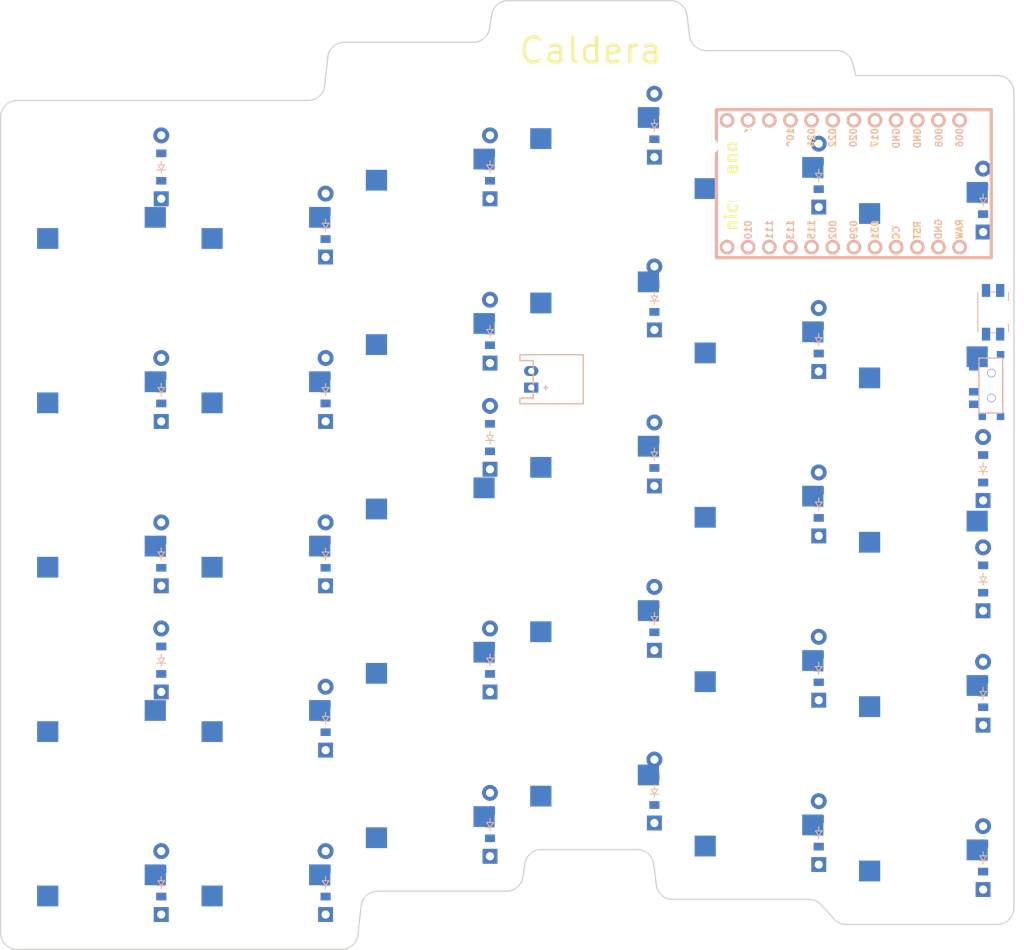
<source format=kicad_pcb>


(kicad_pcb (version 20171130) (host pcbnew 5.1.6)

  (page A3)
  (title_block
    (title "left")
    (rev "v1.0.0")
    (company "Unknown")
  )

  (general
    (thickness 1.6)
  )

  (layers
    (0 F.Cu signal)
    (31 B.Cu signal)
    (32 B.Adhes user)
    (33 F.Adhes user)
    (34 B.Paste user)
    (35 F.Paste user)
    (36 B.SilkS user)
    (37 F.SilkS user)
    (38 B.Mask user)
    (39 F.Mask user)
    (40 Dwgs.User user)
    (41 Cmts.User user)
    (42 Eco1.User user)
    (43 Eco2.User user)
    (44 Edge.Cuts user)
    (45 Margin user)
    (46 B.CrtYd user)
    (47 F.CrtYd user)
    (48 B.Fab user)
    (49 F.Fab user)
  )

  (setup
    (last_trace_width 0.25)
    (trace_clearance 0.2)
    (zone_clearance 0.508)
    (zone_45_only no)
    (trace_min 0.2)
    (via_size 0.8)
    (via_drill 0.4)
    (via_min_size 0.4)
    (via_min_drill 0.3)
    (uvia_size 0.3)
    (uvia_drill 0.1)
    (uvias_allowed no)
    (uvia_min_size 0.2)
    (uvia_min_drill 0.1)
    (edge_width 0.05)
    (segment_width 0.2)
    (pcb_text_width 0.3)
    (pcb_text_size 1.5 1.5)
    (mod_edge_width 0.12)
    (mod_text_size 1 1)
    (mod_text_width 0.15)
    (pad_size 1.524 1.524)
    (pad_drill 0.762)
    (pad_to_mask_clearance 0.05)
    (aux_axis_origin 0 0)
    (visible_elements FFFFFF7F)
    (pcbplotparams
      (layerselection 0x010fc_ffffffff)
      (usegerberextensions false)
      (usegerberattributes true)
      (usegerberadvancedattributes true)
      (creategerberjobfile true)
      (excludeedgelayer true)
      (linewidth 0.100000)
      (plotframeref false)
      (viasonmask false)
      (mode 1)
      (useauxorigin false)
      (hpglpennumber 1)
      (hpglpenspeed 20)
      (hpglpendiameter 15.000000)
      (psnegative false)
      (psa4output false)
      (plotreference true)
      (plotvalue true)
      (plotinvisibletext false)
      (padsonsilk false)
      (subtractmaskfromsilk false)
      (outputformat 1)
      (mirror false)
      (drillshape 1)
      (scaleselection 1)
      (outputdirectory ""))
  )

  (net 0 "")
(net 1 "P020")
(net 2 "first_mod")
(net 3 "first_bottom")
(net 4 "first_home")
(net 5 "first_top")
(net 6 "first_num")
(net 7 "P022")
(net 8 "second_mod")
(net 9 "second_bottom")
(net 10 "second_home")
(net 11 "second_top")
(net 12 "second_num")
(net 13 "P024")
(net 14 "third_mod")
(net 15 "third_bottom")
(net 16 "third_home")
(net 17 "third_top")
(net 18 "third_num")
(net 19 "P100")
(net 20 "fourth_mod")
(net 21 "fourth_bottom")
(net 22 "fourth_home")
(net 23 "fourth_top")
(net 24 "fourth_num")
(net 25 "P011")
(net 26 "fifth_mod")
(net 27 "fifth_bottom")
(net 28 "fifth_home")
(net 29 "fifth_top")
(net 30 "fifth_num")
(net 31 "P017")
(net 32 "sixth_mod")
(net 33 "sixth_bottom")
(net 34 "sixth_home")
(net 35 "sixth_top")
(net 36 "sixth_num")
(net 37 "P113")
(net 38 "P002")
(net 39 "P029")
(net 40 "P115")
(net 41 "P031")
(net 42 "RAW")
(net 43 "GND")
(net 44 "RST")
(net 45 "VCC")
(net 46 "P111")
(net 47 "P010")
(net 48 "P009")
(net 49 "P006")
(net 50 "P008")
(net 51 "P104")
(net 52 "P106")
(net 53 "pos")

  (net_class Default "This is the default net class."
    (clearance 0.2)
    (trace_width 0.25)
    (via_dia 0.8)
    (via_drill 0.4)
    (uvia_dia 0.3)
    (uvia_drill 0.1)
    (add_net "")
(add_net "P020")
(add_net "first_mod")
(add_net "first_bottom")
(add_net "first_home")
(add_net "first_top")
(add_net "first_num")
(add_net "P022")
(add_net "second_mod")
(add_net "second_bottom")
(add_net "second_home")
(add_net "second_top")
(add_net "second_num")
(add_net "P024")
(add_net "third_mod")
(add_net "third_bottom")
(add_net "third_home")
(add_net "third_top")
(add_net "third_num")
(add_net "P100")
(add_net "fourth_mod")
(add_net "fourth_bottom")
(add_net "fourth_home")
(add_net "fourth_top")
(add_net "fourth_num")
(add_net "P011")
(add_net "fifth_mod")
(add_net "fifth_bottom")
(add_net "fifth_home")
(add_net "fifth_top")
(add_net "fifth_num")
(add_net "P017")
(add_net "sixth_mod")
(add_net "sixth_bottom")
(add_net "sixth_home")
(add_net "sixth_top")
(add_net "sixth_num")
(add_net "P113")
(add_net "P002")
(add_net "P029")
(add_net "P115")
(add_net "P031")
(add_net "RAW")
(add_net "GND")
(add_net "RST")
(add_net "VCC")
(add_net "P111")
(add_net "P010")
(add_net "P009")
(add_net "P006")
(add_net "P008")
(add_net "P104")
(add_net "P106")
(add_net "pos")
  )

  
        
      (module MX (layer F.Cu) (tedit 5DD4F656)
      (at 100 150 180)

      
      (fp_text reference "S1" (at 0 0) (layer F.SilkS) hide (effects (font (size 1.27 1.27) (thickness 0.15))))
      (fp_text value "" (at 0 0) (layer F.SilkS) hide (effects (font (size 1.27 1.27) (thickness 0.15))))

      
      (fp_line (start -7 -6) (end -7 -7) (layer Dwgs.User) (width 0.15))
      (fp_line (start -7 7) (end -6 7) (layer Dwgs.User) (width 0.15))
      (fp_line (start -6 -7) (end -7 -7) (layer Dwgs.User) (width 0.15))
      (fp_line (start -7 7) (end -7 6) (layer Dwgs.User) (width 0.15))
      (fp_line (start 7 6) (end 7 7) (layer Dwgs.User) (width 0.15))
      (fp_line (start 7 -7) (end 6 -7) (layer Dwgs.User) (width 0.15))
      (fp_line (start 6 7) (end 7 7) (layer Dwgs.User) (width 0.15))
      (fp_line (start 7 -7) (end 7 -6) (layer Dwgs.User) (width 0.15))
    
      
      (pad "" np_thru_hole circle (at 0 0) (size 3.9878 3.9878) (drill 3.9878) (layers *.Cu *.Mask))

      
      (pad "" np_thru_hole circle (at 5.08 0) (size 1.7018 1.7018) (drill 1.7018) (layers *.Cu *.Mask))
      (pad "" np_thru_hole circle (at -5.08 0) (size 1.7018 1.7018) (drill 1.7018) (layers *.Cu *.Mask))
      
        
      
      (fp_line (start -9.5 -9.5) (end 9.5 -9.5) (layer Dwgs.User) (width 0.15))
      (fp_line (start 9.5 -9.5) (end 9.5 9.5) (layer Dwgs.User) (width 0.15))
      (fp_line (start 9.5 9.5) (end -9.5 9.5) (layer Dwgs.User) (width 0.15))
      (fp_line (start -9.5 9.5) (end -9.5 -9.5) (layer Dwgs.User) (width 0.15))
      
        
        
        (pad "" np_thru_hole circle (at 2.54 -5.08) (size 3 3) (drill 3) (layers *.Cu *.Mask))
        (pad "" np_thru_hole circle (at -3.81 -2.54) (size 3 3) (drill 3) (layers *.Cu *.Mask))
        
        
        (pad 1 smd rect (at -7.085 -2.54 180) (size 2.55 2.5) (layers B.Cu B.Paste B.Mask) (net 1 "P020"))
        (pad 2 smd rect (at 5.842 -5.08 180) (size 2.55 2.5) (layers B.Cu B.Paste B.Mask) (net 2 "first_mod"))
        )
        

        
      (module MX (layer F.Cu) (tedit 5DD4F656)
      (at 100 130.25 180)

      
      (fp_text reference "S2" (at 0 0) (layer F.SilkS) hide (effects (font (size 1.27 1.27) (thickness 0.15))))
      (fp_text value "" (at 0 0) (layer F.SilkS) hide (effects (font (size 1.27 1.27) (thickness 0.15))))

      
      (fp_line (start -7 -6) (end -7 -7) (layer Dwgs.User) (width 0.15))
      (fp_line (start -7 7) (end -6 7) (layer Dwgs.User) (width 0.15))
      (fp_line (start -6 -7) (end -7 -7) (layer Dwgs.User) (width 0.15))
      (fp_line (start -7 7) (end -7 6) (layer Dwgs.User) (width 0.15))
      (fp_line (start 7 6) (end 7 7) (layer Dwgs.User) (width 0.15))
      (fp_line (start 7 -7) (end 6 -7) (layer Dwgs.User) (width 0.15))
      (fp_line (start 6 7) (end 7 7) (layer Dwgs.User) (width 0.15))
      (fp_line (start 7 -7) (end 7 -6) (layer Dwgs.User) (width 0.15))
    
      
      (pad "" np_thru_hole circle (at 0 0) (size 3.9878 3.9878) (drill 3.9878) (layers *.Cu *.Mask))

      
      (pad "" np_thru_hole circle (at 5.08 0) (size 1.7018 1.7018) (drill 1.7018) (layers *.Cu *.Mask))
      (pad "" np_thru_hole circle (at -5.08 0) (size 1.7018 1.7018) (drill 1.7018) (layers *.Cu *.Mask))
      
        
      
      (fp_line (start -9.5 -9.5) (end 9.5 -9.5) (layer Dwgs.User) (width 0.15))
      (fp_line (start 9.5 -9.5) (end 9.5 9.5) (layer Dwgs.User) (width 0.15))
      (fp_line (start 9.5 9.5) (end -9.5 9.5) (layer Dwgs.User) (width 0.15))
      (fp_line (start -9.5 9.5) (end -9.5 -9.5) (layer Dwgs.User) (width 0.15))
      
        
        
        (pad "" np_thru_hole circle (at 2.54 -5.08) (size 3 3) (drill 3) (layers *.Cu *.Mask))
        (pad "" np_thru_hole circle (at -3.81 -2.54) (size 3 3) (drill 3) (layers *.Cu *.Mask))
        
        
        (pad 1 smd rect (at -7.085 -2.54 180) (size 2.55 2.5) (layers B.Cu B.Paste B.Mask) (net 1 "P020"))
        (pad 2 smd rect (at 5.842 -5.08 180) (size 2.55 2.5) (layers B.Cu B.Paste B.Mask) (net 3 "first_bottom"))
        )
        

        
      (module MX (layer F.Cu) (tedit 5DD4F656)
      (at 100 110.5 180)

      
      (fp_text reference "S3" (at 0 0) (layer F.SilkS) hide (effects (font (size 1.27 1.27) (thickness 0.15))))
      (fp_text value "" (at 0 0) (layer F.SilkS) hide (effects (font (size 1.27 1.27) (thickness 0.15))))

      
      (fp_line (start -7 -6) (end -7 -7) (layer Dwgs.User) (width 0.15))
      (fp_line (start -7 7) (end -6 7) (layer Dwgs.User) (width 0.15))
      (fp_line (start -6 -7) (end -7 -7) (layer Dwgs.User) (width 0.15))
      (fp_line (start -7 7) (end -7 6) (layer Dwgs.User) (width 0.15))
      (fp_line (start 7 6) (end 7 7) (layer Dwgs.User) (width 0.15))
      (fp_line (start 7 -7) (end 6 -7) (layer Dwgs.User) (width 0.15))
      (fp_line (start 6 7) (end 7 7) (layer Dwgs.User) (width 0.15))
      (fp_line (start 7 -7) (end 7 -6) (layer Dwgs.User) (width 0.15))
    
      
      (pad "" np_thru_hole circle (at 0 0) (size 3.9878 3.9878) (drill 3.9878) (layers *.Cu *.Mask))

      
      (pad "" np_thru_hole circle (at 5.08 0) (size 1.7018 1.7018) (drill 1.7018) (layers *.Cu *.Mask))
      (pad "" np_thru_hole circle (at -5.08 0) (size 1.7018 1.7018) (drill 1.7018) (layers *.Cu *.Mask))
      
        
      
      (fp_line (start -9.5 -9.5) (end 9.5 -9.5) (layer Dwgs.User) (width 0.15))
      (fp_line (start 9.5 -9.5) (end 9.5 9.5) (layer Dwgs.User) (width 0.15))
      (fp_line (start 9.5 9.5) (end -9.5 9.5) (layer Dwgs.User) (width 0.15))
      (fp_line (start -9.5 9.5) (end -9.5 -9.5) (layer Dwgs.User) (width 0.15))
      
        
        
        (pad "" np_thru_hole circle (at 2.54 -5.08) (size 3 3) (drill 3) (layers *.Cu *.Mask))
        (pad "" np_thru_hole circle (at -3.81 -2.54) (size 3 3) (drill 3) (layers *.Cu *.Mask))
        
        
        (pad 1 smd rect (at -7.085 -2.54 180) (size 2.55 2.5) (layers B.Cu B.Paste B.Mask) (net 1 "P020"))
        (pad 2 smd rect (at 5.842 -5.08 180) (size 2.55 2.5) (layers B.Cu B.Paste B.Mask) (net 4 "first_home"))
        )
        

        
      (module MX (layer F.Cu) (tedit 5DD4F656)
      (at 100 90.75 180)

      
      (fp_text reference "S4" (at 0 0) (layer F.SilkS) hide (effects (font (size 1.27 1.27) (thickness 0.15))))
      (fp_text value "" (at 0 0) (layer F.SilkS) hide (effects (font (size 1.27 1.27) (thickness 0.15))))

      
      (fp_line (start -7 -6) (end -7 -7) (layer Dwgs.User) (width 0.15))
      (fp_line (start -7 7) (end -6 7) (layer Dwgs.User) (width 0.15))
      (fp_line (start -6 -7) (end -7 -7) (layer Dwgs.User) (width 0.15))
      (fp_line (start -7 7) (end -7 6) (layer Dwgs.User) (width 0.15))
      (fp_line (start 7 6) (end 7 7) (layer Dwgs.User) (width 0.15))
      (fp_line (start 7 -7) (end 6 -7) (layer Dwgs.User) (width 0.15))
      (fp_line (start 6 7) (end 7 7) (layer Dwgs.User) (width 0.15))
      (fp_line (start 7 -7) (end 7 -6) (layer Dwgs.User) (width 0.15))
    
      
      (pad "" np_thru_hole circle (at 0 0) (size 3.9878 3.9878) (drill 3.9878) (layers *.Cu *.Mask))

      
      (pad "" np_thru_hole circle (at 5.08 0) (size 1.7018 1.7018) (drill 1.7018) (layers *.Cu *.Mask))
      (pad "" np_thru_hole circle (at -5.08 0) (size 1.7018 1.7018) (drill 1.7018) (layers *.Cu *.Mask))
      
        
      
      (fp_line (start -9.5 -9.5) (end 9.5 -9.5) (layer Dwgs.User) (width 0.15))
      (fp_line (start 9.5 -9.5) (end 9.5 9.5) (layer Dwgs.User) (width 0.15))
      (fp_line (start 9.5 9.5) (end -9.5 9.5) (layer Dwgs.User) (width 0.15))
      (fp_line (start -9.5 9.5) (end -9.5 -9.5) (layer Dwgs.User) (width 0.15))
      
        
        
        (pad "" np_thru_hole circle (at 2.54 -5.08) (size 3 3) (drill 3) (layers *.Cu *.Mask))
        (pad "" np_thru_hole circle (at -3.81 -2.54) (size 3 3) (drill 3) (layers *.Cu *.Mask))
        
        
        (pad 1 smd rect (at -7.085 -2.54 180) (size 2.55 2.5) (layers B.Cu B.Paste B.Mask) (net 1 "P020"))
        (pad 2 smd rect (at 5.842 -5.08 180) (size 2.55 2.5) (layers B.Cu B.Paste B.Mask) (net 5 "first_top"))
        )
        

        
      (module MX (layer F.Cu) (tedit 5DD4F656)
      (at 100 71 180)

      
      (fp_text reference "S5" (at 0 0) (layer F.SilkS) hide (effects (font (size 1.27 1.27) (thickness 0.15))))
      (fp_text value "" (at 0 0) (layer F.SilkS) hide (effects (font (size 1.27 1.27) (thickness 0.15))))

      
      (fp_line (start -7 -6) (end -7 -7) (layer Dwgs.User) (width 0.15))
      (fp_line (start -7 7) (end -6 7) (layer Dwgs.User) (width 0.15))
      (fp_line (start -6 -7) (end -7 -7) (layer Dwgs.User) (width 0.15))
      (fp_line (start -7 7) (end -7 6) (layer Dwgs.User) (width 0.15))
      (fp_line (start 7 6) (end 7 7) (layer Dwgs.User) (width 0.15))
      (fp_line (start 7 -7) (end 6 -7) (layer Dwgs.User) (width 0.15))
      (fp_line (start 6 7) (end 7 7) (layer Dwgs.User) (width 0.15))
      (fp_line (start 7 -7) (end 7 -6) (layer Dwgs.User) (width 0.15))
    
      
      (pad "" np_thru_hole circle (at 0 0) (size 3.9878 3.9878) (drill 3.9878) (layers *.Cu *.Mask))

      
      (pad "" np_thru_hole circle (at 5.08 0) (size 1.7018 1.7018) (drill 1.7018) (layers *.Cu *.Mask))
      (pad "" np_thru_hole circle (at -5.08 0) (size 1.7018 1.7018) (drill 1.7018) (layers *.Cu *.Mask))
      
        
      
      (fp_line (start -9.5 -9.5) (end 9.5 -9.5) (layer Dwgs.User) (width 0.15))
      (fp_line (start 9.5 -9.5) (end 9.5 9.5) (layer Dwgs.User) (width 0.15))
      (fp_line (start 9.5 9.5) (end -9.5 9.5) (layer Dwgs.User) (width 0.15))
      (fp_line (start -9.5 9.5) (end -9.5 -9.5) (layer Dwgs.User) (width 0.15))
      
        
        
        (pad "" np_thru_hole circle (at 2.54 -5.08) (size 3 3) (drill 3) (layers *.Cu *.Mask))
        (pad "" np_thru_hole circle (at -3.81 -2.54) (size 3 3) (drill 3) (layers *.Cu *.Mask))
        
        
        (pad 1 smd rect (at -7.085 -2.54 180) (size 2.55 2.5) (layers B.Cu B.Paste B.Mask) (net 1 "P020"))
        (pad 2 smd rect (at 5.842 -5.08 180) (size 2.55 2.5) (layers B.Cu B.Paste B.Mask) (net 6 "first_num"))
        )
        

        
      (module MX (layer F.Cu) (tedit 5DD4F656)
      (at 119.75 150 180)

      
      (fp_text reference "S6" (at 0 0) (layer F.SilkS) hide (effects (font (size 1.27 1.27) (thickness 0.15))))
      (fp_text value "" (at 0 0) (layer F.SilkS) hide (effects (font (size 1.27 1.27) (thickness 0.15))))

      
      (fp_line (start -7 -6) (end -7 -7) (layer Dwgs.User) (width 0.15))
      (fp_line (start -7 7) (end -6 7) (layer Dwgs.User) (width 0.15))
      (fp_line (start -6 -7) (end -7 -7) (layer Dwgs.User) (width 0.15))
      (fp_line (start -7 7) (end -7 6) (layer Dwgs.User) (width 0.15))
      (fp_line (start 7 6) (end 7 7) (layer Dwgs.User) (width 0.15))
      (fp_line (start 7 -7) (end 6 -7) (layer Dwgs.User) (width 0.15))
      (fp_line (start 6 7) (end 7 7) (layer Dwgs.User) (width 0.15))
      (fp_line (start 7 -7) (end 7 -6) (layer Dwgs.User) (width 0.15))
    
      
      (pad "" np_thru_hole circle (at 0 0) (size 3.9878 3.9878) (drill 3.9878) (layers *.Cu *.Mask))

      
      (pad "" np_thru_hole circle (at 5.08 0) (size 1.7018 1.7018) (drill 1.7018) (layers *.Cu *.Mask))
      (pad "" np_thru_hole circle (at -5.08 0) (size 1.7018 1.7018) (drill 1.7018) (layers *.Cu *.Mask))
      
        
      
      (fp_line (start -9.5 -9.5) (end 9.5 -9.5) (layer Dwgs.User) (width 0.15))
      (fp_line (start 9.5 -9.5) (end 9.5 9.5) (layer Dwgs.User) (width 0.15))
      (fp_line (start 9.5 9.5) (end -9.5 9.5) (layer Dwgs.User) (width 0.15))
      (fp_line (start -9.5 9.5) (end -9.5 -9.5) (layer Dwgs.User) (width 0.15))
      
        
        
        (pad "" np_thru_hole circle (at 2.54 -5.08) (size 3 3) (drill 3) (layers *.Cu *.Mask))
        (pad "" np_thru_hole circle (at -3.81 -2.54) (size 3 3) (drill 3) (layers *.Cu *.Mask))
        
        
        (pad 1 smd rect (at -7.085 -2.54 180) (size 2.55 2.5) (layers B.Cu B.Paste B.Mask) (net 7 "P022"))
        (pad 2 smd rect (at 5.842 -5.08 180) (size 2.55 2.5) (layers B.Cu B.Paste B.Mask) (net 8 "second_mod"))
        )
        

        
      (module MX (layer F.Cu) (tedit 5DD4F656)
      (at 119.75 130.25 180)

      
      (fp_text reference "S7" (at 0 0) (layer F.SilkS) hide (effects (font (size 1.27 1.27) (thickness 0.15))))
      (fp_text value "" (at 0 0) (layer F.SilkS) hide (effects (font (size 1.27 1.27) (thickness 0.15))))

      
      (fp_line (start -7 -6) (end -7 -7) (layer Dwgs.User) (width 0.15))
      (fp_line (start -7 7) (end -6 7) (layer Dwgs.User) (width 0.15))
      (fp_line (start -6 -7) (end -7 -7) (layer Dwgs.User) (width 0.15))
      (fp_line (start -7 7) (end -7 6) (layer Dwgs.User) (width 0.15))
      (fp_line (start 7 6) (end 7 7) (layer Dwgs.User) (width 0.15))
      (fp_line (start 7 -7) (end 6 -7) (layer Dwgs.User) (width 0.15))
      (fp_line (start 6 7) (end 7 7) (layer Dwgs.User) (width 0.15))
      (fp_line (start 7 -7) (end 7 -6) (layer Dwgs.User) (width 0.15))
    
      
      (pad "" np_thru_hole circle (at 0 0) (size 3.9878 3.9878) (drill 3.9878) (layers *.Cu *.Mask))

      
      (pad "" np_thru_hole circle (at 5.08 0) (size 1.7018 1.7018) (drill 1.7018) (layers *.Cu *.Mask))
      (pad "" np_thru_hole circle (at -5.08 0) (size 1.7018 1.7018) (drill 1.7018) (layers *.Cu *.Mask))
      
        
      
      (fp_line (start -9.5 -9.5) (end 9.5 -9.5) (layer Dwgs.User) (width 0.15))
      (fp_line (start 9.5 -9.5) (end 9.5 9.5) (layer Dwgs.User) (width 0.15))
      (fp_line (start 9.5 9.5) (end -9.5 9.5) (layer Dwgs.User) (width 0.15))
      (fp_line (start -9.5 9.5) (end -9.5 -9.5) (layer Dwgs.User) (width 0.15))
      
        
        
        (pad "" np_thru_hole circle (at 2.54 -5.08) (size 3 3) (drill 3) (layers *.Cu *.Mask))
        (pad "" np_thru_hole circle (at -3.81 -2.54) (size 3 3) (drill 3) (layers *.Cu *.Mask))
        
        
        (pad 1 smd rect (at -7.085 -2.54 180) (size 2.55 2.5) (layers B.Cu B.Paste B.Mask) (net 7 "P022"))
        (pad 2 smd rect (at 5.842 -5.08 180) (size 2.55 2.5) (layers B.Cu B.Paste B.Mask) (net 9 "second_bottom"))
        )
        

        
      (module MX (layer F.Cu) (tedit 5DD4F656)
      (at 119.75 110.5 180)

      
      (fp_text reference "S8" (at 0 0) (layer F.SilkS) hide (effects (font (size 1.27 1.27) (thickness 0.15))))
      (fp_text value "" (at 0 0) (layer F.SilkS) hide (effects (font (size 1.27 1.27) (thickness 0.15))))

      
      (fp_line (start -7 -6) (end -7 -7) (layer Dwgs.User) (width 0.15))
      (fp_line (start -7 7) (end -6 7) (layer Dwgs.User) (width 0.15))
      (fp_line (start -6 -7) (end -7 -7) (layer Dwgs.User) (width 0.15))
      (fp_line (start -7 7) (end -7 6) (layer Dwgs.User) (width 0.15))
      (fp_line (start 7 6) (end 7 7) (layer Dwgs.User) (width 0.15))
      (fp_line (start 7 -7) (end 6 -7) (layer Dwgs.User) (width 0.15))
      (fp_line (start 6 7) (end 7 7) (layer Dwgs.User) (width 0.15))
      (fp_line (start 7 -7) (end 7 -6) (layer Dwgs.User) (width 0.15))
    
      
      (pad "" np_thru_hole circle (at 0 0) (size 3.9878 3.9878) (drill 3.9878) (layers *.Cu *.Mask))

      
      (pad "" np_thru_hole circle (at 5.08 0) (size 1.7018 1.7018) (drill 1.7018) (layers *.Cu *.Mask))
      (pad "" np_thru_hole circle (at -5.08 0) (size 1.7018 1.7018) (drill 1.7018) (layers *.Cu *.Mask))
      
        
      
      (fp_line (start -9.5 -9.5) (end 9.5 -9.5) (layer Dwgs.User) (width 0.15))
      (fp_line (start 9.5 -9.5) (end 9.5 9.5) (layer Dwgs.User) (width 0.15))
      (fp_line (start 9.5 9.5) (end -9.5 9.5) (layer Dwgs.User) (width 0.15))
      (fp_line (start -9.5 9.5) (end -9.5 -9.5) (layer Dwgs.User) (width 0.15))
      
        
        
        (pad "" np_thru_hole circle (at 2.54 -5.08) (size 3 3) (drill 3) (layers *.Cu *.Mask))
        (pad "" np_thru_hole circle (at -3.81 -2.54) (size 3 3) (drill 3) (layers *.Cu *.Mask))
        
        
        (pad 1 smd rect (at -7.085 -2.54 180) (size 2.55 2.5) (layers B.Cu B.Paste B.Mask) (net 7 "P022"))
        (pad 2 smd rect (at 5.842 -5.08 180) (size 2.55 2.5) (layers B.Cu B.Paste B.Mask) (net 10 "second_home"))
        )
        

        
      (module MX (layer F.Cu) (tedit 5DD4F656)
      (at 119.75 90.75 180)

      
      (fp_text reference "S9" (at 0 0) (layer F.SilkS) hide (effects (font (size 1.27 1.27) (thickness 0.15))))
      (fp_text value "" (at 0 0) (layer F.SilkS) hide (effects (font (size 1.27 1.27) (thickness 0.15))))

      
      (fp_line (start -7 -6) (end -7 -7) (layer Dwgs.User) (width 0.15))
      (fp_line (start -7 7) (end -6 7) (layer Dwgs.User) (width 0.15))
      (fp_line (start -6 -7) (end -7 -7) (layer Dwgs.User) (width 0.15))
      (fp_line (start -7 7) (end -7 6) (layer Dwgs.User) (width 0.15))
      (fp_line (start 7 6) (end 7 7) (layer Dwgs.User) (width 0.15))
      (fp_line (start 7 -7) (end 6 -7) (layer Dwgs.User) (width 0.15))
      (fp_line (start 6 7) (end 7 7) (layer Dwgs.User) (width 0.15))
      (fp_line (start 7 -7) (end 7 -6) (layer Dwgs.User) (width 0.15))
    
      
      (pad "" np_thru_hole circle (at 0 0) (size 3.9878 3.9878) (drill 3.9878) (layers *.Cu *.Mask))

      
      (pad "" np_thru_hole circle (at 5.08 0) (size 1.7018 1.7018) (drill 1.7018) (layers *.Cu *.Mask))
      (pad "" np_thru_hole circle (at -5.08 0) (size 1.7018 1.7018) (drill 1.7018) (layers *.Cu *.Mask))
      
        
      
      (fp_line (start -9.5 -9.5) (end 9.5 -9.5) (layer Dwgs.User) (width 0.15))
      (fp_line (start 9.5 -9.5) (end 9.5 9.5) (layer Dwgs.User) (width 0.15))
      (fp_line (start 9.5 9.5) (end -9.5 9.5) (layer Dwgs.User) (width 0.15))
      (fp_line (start -9.5 9.5) (end -9.5 -9.5) (layer Dwgs.User) (width 0.15))
      
        
        
        (pad "" np_thru_hole circle (at 2.54 -5.08) (size 3 3) (drill 3) (layers *.Cu *.Mask))
        (pad "" np_thru_hole circle (at -3.81 -2.54) (size 3 3) (drill 3) (layers *.Cu *.Mask))
        
        
        (pad 1 smd rect (at -7.085 -2.54 180) (size 2.55 2.5) (layers B.Cu B.Paste B.Mask) (net 7 "P022"))
        (pad 2 smd rect (at 5.842 -5.08 180) (size 2.55 2.5) (layers B.Cu B.Paste B.Mask) (net 11 "second_top"))
        )
        

        
      (module MX (layer F.Cu) (tedit 5DD4F656)
      (at 119.75 71 180)

      
      (fp_text reference "S10" (at 0 0) (layer F.SilkS) hide (effects (font (size 1.27 1.27) (thickness 0.15))))
      (fp_text value "" (at 0 0) (layer F.SilkS) hide (effects (font (size 1.27 1.27) (thickness 0.15))))

      
      (fp_line (start -7 -6) (end -7 -7) (layer Dwgs.User) (width 0.15))
      (fp_line (start -7 7) (end -6 7) (layer Dwgs.User) (width 0.15))
      (fp_line (start -6 -7) (end -7 -7) (layer Dwgs.User) (width 0.15))
      (fp_line (start -7 7) (end -7 6) (layer Dwgs.User) (width 0.15))
      (fp_line (start 7 6) (end 7 7) (layer Dwgs.User) (width 0.15))
      (fp_line (start 7 -7) (end 6 -7) (layer Dwgs.User) (width 0.15))
      (fp_line (start 6 7) (end 7 7) (layer Dwgs.User) (width 0.15))
      (fp_line (start 7 -7) (end 7 -6) (layer Dwgs.User) (width 0.15))
    
      
      (pad "" np_thru_hole circle (at 0 0) (size 3.9878 3.9878) (drill 3.9878) (layers *.Cu *.Mask))

      
      (pad "" np_thru_hole circle (at 5.08 0) (size 1.7018 1.7018) (drill 1.7018) (layers *.Cu *.Mask))
      (pad "" np_thru_hole circle (at -5.08 0) (size 1.7018 1.7018) (drill 1.7018) (layers *.Cu *.Mask))
      
        
      
      (fp_line (start -9.5 -9.5) (end 9.5 -9.5) (layer Dwgs.User) (width 0.15))
      (fp_line (start 9.5 -9.5) (end 9.5 9.5) (layer Dwgs.User) (width 0.15))
      (fp_line (start 9.5 9.5) (end -9.5 9.5) (layer Dwgs.User) (width 0.15))
      (fp_line (start -9.5 9.5) (end -9.5 -9.5) (layer Dwgs.User) (width 0.15))
      
        
        
        (pad "" np_thru_hole circle (at 2.54 -5.08) (size 3 3) (drill 3) (layers *.Cu *.Mask))
        (pad "" np_thru_hole circle (at -3.81 -2.54) (size 3 3) (drill 3) (layers *.Cu *.Mask))
        
        
        (pad 1 smd rect (at -7.085 -2.54 180) (size 2.55 2.5) (layers B.Cu B.Paste B.Mask) (net 7 "P022"))
        (pad 2 smd rect (at 5.842 -5.08 180) (size 2.55 2.5) (layers B.Cu B.Paste B.Mask) (net 12 "second_num"))
        )
        

        
      (module MX (layer F.Cu) (tedit 5DD4F656)
      (at 139.5 143 180)

      
      (fp_text reference "S11" (at 0 0) (layer F.SilkS) hide (effects (font (size 1.27 1.27) (thickness 0.15))))
      (fp_text value "" (at 0 0) (layer F.SilkS) hide (effects (font (size 1.27 1.27) (thickness 0.15))))

      
      (fp_line (start -7 -6) (end -7 -7) (layer Dwgs.User) (width 0.15))
      (fp_line (start -7 7) (end -6 7) (layer Dwgs.User) (width 0.15))
      (fp_line (start -6 -7) (end -7 -7) (layer Dwgs.User) (width 0.15))
      (fp_line (start -7 7) (end -7 6) (layer Dwgs.User) (width 0.15))
      (fp_line (start 7 6) (end 7 7) (layer Dwgs.User) (width 0.15))
      (fp_line (start 7 -7) (end 6 -7) (layer Dwgs.User) (width 0.15))
      (fp_line (start 6 7) (end 7 7) (layer Dwgs.User) (width 0.15))
      (fp_line (start 7 -7) (end 7 -6) (layer Dwgs.User) (width 0.15))
    
      
      (pad "" np_thru_hole circle (at 0 0) (size 3.9878 3.9878) (drill 3.9878) (layers *.Cu *.Mask))

      
      (pad "" np_thru_hole circle (at 5.08 0) (size 1.7018 1.7018) (drill 1.7018) (layers *.Cu *.Mask))
      (pad "" np_thru_hole circle (at -5.08 0) (size 1.7018 1.7018) (drill 1.7018) (layers *.Cu *.Mask))
      
        
      
      (fp_line (start -9.5 -9.5) (end 9.5 -9.5) (layer Dwgs.User) (width 0.15))
      (fp_line (start 9.5 -9.5) (end 9.5 9.5) (layer Dwgs.User) (width 0.15))
      (fp_line (start 9.5 9.5) (end -9.5 9.5) (layer Dwgs.User) (width 0.15))
      (fp_line (start -9.5 9.5) (end -9.5 -9.5) (layer Dwgs.User) (width 0.15))
      
        
        
        (pad "" np_thru_hole circle (at 2.54 -5.08) (size 3 3) (drill 3) (layers *.Cu *.Mask))
        (pad "" np_thru_hole circle (at -3.81 -2.54) (size 3 3) (drill 3) (layers *.Cu *.Mask))
        
        
        (pad 1 smd rect (at -7.085 -2.54 180) (size 2.55 2.5) (layers B.Cu B.Paste B.Mask) (net 13 "P024"))
        (pad 2 smd rect (at 5.842 -5.08 180) (size 2.55 2.5) (layers B.Cu B.Paste B.Mask) (net 14 "third_mod"))
        )
        

        
      (module MX (layer F.Cu) (tedit 5DD4F656)
      (at 139.5 123.25 180)

      
      (fp_text reference "S12" (at 0 0) (layer F.SilkS) hide (effects (font (size 1.27 1.27) (thickness 0.15))))
      (fp_text value "" (at 0 0) (layer F.SilkS) hide (effects (font (size 1.27 1.27) (thickness 0.15))))

      
      (fp_line (start -7 -6) (end -7 -7) (layer Dwgs.User) (width 0.15))
      (fp_line (start -7 7) (end -6 7) (layer Dwgs.User) (width 0.15))
      (fp_line (start -6 -7) (end -7 -7) (layer Dwgs.User) (width 0.15))
      (fp_line (start -7 7) (end -7 6) (layer Dwgs.User) (width 0.15))
      (fp_line (start 7 6) (end 7 7) (layer Dwgs.User) (width 0.15))
      (fp_line (start 7 -7) (end 6 -7) (layer Dwgs.User) (width 0.15))
      (fp_line (start 6 7) (end 7 7) (layer Dwgs.User) (width 0.15))
      (fp_line (start 7 -7) (end 7 -6) (layer Dwgs.User) (width 0.15))
    
      
      (pad "" np_thru_hole circle (at 0 0) (size 3.9878 3.9878) (drill 3.9878) (layers *.Cu *.Mask))

      
      (pad "" np_thru_hole circle (at 5.08 0) (size 1.7018 1.7018) (drill 1.7018) (layers *.Cu *.Mask))
      (pad "" np_thru_hole circle (at -5.08 0) (size 1.7018 1.7018) (drill 1.7018) (layers *.Cu *.Mask))
      
        
      
      (fp_line (start -9.5 -9.5) (end 9.5 -9.5) (layer Dwgs.User) (width 0.15))
      (fp_line (start 9.5 -9.5) (end 9.5 9.5) (layer Dwgs.User) (width 0.15))
      (fp_line (start 9.5 9.5) (end -9.5 9.5) (layer Dwgs.User) (width 0.15))
      (fp_line (start -9.5 9.5) (end -9.5 -9.5) (layer Dwgs.User) (width 0.15))
      
        
        
        (pad "" np_thru_hole circle (at 2.54 -5.08) (size 3 3) (drill 3) (layers *.Cu *.Mask))
        (pad "" np_thru_hole circle (at -3.81 -2.54) (size 3 3) (drill 3) (layers *.Cu *.Mask))
        
        
        (pad 1 smd rect (at -7.085 -2.54 180) (size 2.55 2.5) (layers B.Cu B.Paste B.Mask) (net 13 "P024"))
        (pad 2 smd rect (at 5.842 -5.08 180) (size 2.55 2.5) (layers B.Cu B.Paste B.Mask) (net 15 "third_bottom"))
        )
        

        
      (module MX (layer F.Cu) (tedit 5DD4F656)
      (at 139.5 103.5 180)

      
      (fp_text reference "S13" (at 0 0) (layer F.SilkS) hide (effects (font (size 1.27 1.27) (thickness 0.15))))
      (fp_text value "" (at 0 0) (layer F.SilkS) hide (effects (font (size 1.27 1.27) (thickness 0.15))))

      
      (fp_line (start -7 -6) (end -7 -7) (layer Dwgs.User) (width 0.15))
      (fp_line (start -7 7) (end -6 7) (layer Dwgs.User) (width 0.15))
      (fp_line (start -6 -7) (end -7 -7) (layer Dwgs.User) (width 0.15))
      (fp_line (start -7 7) (end -7 6) (layer Dwgs.User) (width 0.15))
      (fp_line (start 7 6) (end 7 7) (layer Dwgs.User) (width 0.15))
      (fp_line (start 7 -7) (end 6 -7) (layer Dwgs.User) (width 0.15))
      (fp_line (start 6 7) (end 7 7) (layer Dwgs.User) (width 0.15))
      (fp_line (start 7 -7) (end 7 -6) (layer Dwgs.User) (width 0.15))
    
      
      (pad "" np_thru_hole circle (at 0 0) (size 3.9878 3.9878) (drill 3.9878) (layers *.Cu *.Mask))

      
      (pad "" np_thru_hole circle (at 5.08 0) (size 1.7018 1.7018) (drill 1.7018) (layers *.Cu *.Mask))
      (pad "" np_thru_hole circle (at -5.08 0) (size 1.7018 1.7018) (drill 1.7018) (layers *.Cu *.Mask))
      
        
      
      (fp_line (start -9.5 -9.5) (end 9.5 -9.5) (layer Dwgs.User) (width 0.15))
      (fp_line (start 9.5 -9.5) (end 9.5 9.5) (layer Dwgs.User) (width 0.15))
      (fp_line (start 9.5 9.5) (end -9.5 9.5) (layer Dwgs.User) (width 0.15))
      (fp_line (start -9.5 9.5) (end -9.5 -9.5) (layer Dwgs.User) (width 0.15))
      
        
        
        (pad "" np_thru_hole circle (at 2.54 -5.08) (size 3 3) (drill 3) (layers *.Cu *.Mask))
        (pad "" np_thru_hole circle (at -3.81 -2.54) (size 3 3) (drill 3) (layers *.Cu *.Mask))
        
        
        (pad 1 smd rect (at -7.085 -2.54 180) (size 2.55 2.5) (layers B.Cu B.Paste B.Mask) (net 13 "P024"))
        (pad 2 smd rect (at 5.842 -5.08 180) (size 2.55 2.5) (layers B.Cu B.Paste B.Mask) (net 16 "third_home"))
        )
        

        
      (module MX (layer F.Cu) (tedit 5DD4F656)
      (at 139.5 83.75 180)

      
      (fp_text reference "S14" (at 0 0) (layer F.SilkS) hide (effects (font (size 1.27 1.27) (thickness 0.15))))
      (fp_text value "" (at 0 0) (layer F.SilkS) hide (effects (font (size 1.27 1.27) (thickness 0.15))))

      
      (fp_line (start -7 -6) (end -7 -7) (layer Dwgs.User) (width 0.15))
      (fp_line (start -7 7) (end -6 7) (layer Dwgs.User) (width 0.15))
      (fp_line (start -6 -7) (end -7 -7) (layer Dwgs.User) (width 0.15))
      (fp_line (start -7 7) (end -7 6) (layer Dwgs.User) (width 0.15))
      (fp_line (start 7 6) (end 7 7) (layer Dwgs.User) (width 0.15))
      (fp_line (start 7 -7) (end 6 -7) (layer Dwgs.User) (width 0.15))
      (fp_line (start 6 7) (end 7 7) (layer Dwgs.User) (width 0.15))
      (fp_line (start 7 -7) (end 7 -6) (layer Dwgs.User) (width 0.15))
    
      
      (pad "" np_thru_hole circle (at 0 0) (size 3.9878 3.9878) (drill 3.9878) (layers *.Cu *.Mask))

      
      (pad "" np_thru_hole circle (at 5.08 0) (size 1.7018 1.7018) (drill 1.7018) (layers *.Cu *.Mask))
      (pad "" np_thru_hole circle (at -5.08 0) (size 1.7018 1.7018) (drill 1.7018) (layers *.Cu *.Mask))
      
        
      
      (fp_line (start -9.5 -9.5) (end 9.5 -9.5) (layer Dwgs.User) (width 0.15))
      (fp_line (start 9.5 -9.5) (end 9.5 9.5) (layer Dwgs.User) (width 0.15))
      (fp_line (start 9.5 9.5) (end -9.5 9.5) (layer Dwgs.User) (width 0.15))
      (fp_line (start -9.5 9.5) (end -9.5 -9.5) (layer Dwgs.User) (width 0.15))
      
        
        
        (pad "" np_thru_hole circle (at 2.54 -5.08) (size 3 3) (drill 3) (layers *.Cu *.Mask))
        (pad "" np_thru_hole circle (at -3.81 -2.54) (size 3 3) (drill 3) (layers *.Cu *.Mask))
        
        
        (pad 1 smd rect (at -7.085 -2.54 180) (size 2.55 2.5) (layers B.Cu B.Paste B.Mask) (net 13 "P024"))
        (pad 2 smd rect (at 5.842 -5.08 180) (size 2.55 2.5) (layers B.Cu B.Paste B.Mask) (net 17 "third_top"))
        )
        

        
      (module MX (layer F.Cu) (tedit 5DD4F656)
      (at 139.5 64 180)

      
      (fp_text reference "S15" (at 0 0) (layer F.SilkS) hide (effects (font (size 1.27 1.27) (thickness 0.15))))
      (fp_text value "" (at 0 0) (layer F.SilkS) hide (effects (font (size 1.27 1.27) (thickness 0.15))))

      
      (fp_line (start -7 -6) (end -7 -7) (layer Dwgs.User) (width 0.15))
      (fp_line (start -7 7) (end -6 7) (layer Dwgs.User) (width 0.15))
      (fp_line (start -6 -7) (end -7 -7) (layer Dwgs.User) (width 0.15))
      (fp_line (start -7 7) (end -7 6) (layer Dwgs.User) (width 0.15))
      (fp_line (start 7 6) (end 7 7) (layer Dwgs.User) (width 0.15))
      (fp_line (start 7 -7) (end 6 -7) (layer Dwgs.User) (width 0.15))
      (fp_line (start 6 7) (end 7 7) (layer Dwgs.User) (width 0.15))
      (fp_line (start 7 -7) (end 7 -6) (layer Dwgs.User) (width 0.15))
    
      
      (pad "" np_thru_hole circle (at 0 0) (size 3.9878 3.9878) (drill 3.9878) (layers *.Cu *.Mask))

      
      (pad "" np_thru_hole circle (at 5.08 0) (size 1.7018 1.7018) (drill 1.7018) (layers *.Cu *.Mask))
      (pad "" np_thru_hole circle (at -5.08 0) (size 1.7018 1.7018) (drill 1.7018) (layers *.Cu *.Mask))
      
        
      
      (fp_line (start -9.5 -9.5) (end 9.5 -9.5) (layer Dwgs.User) (width 0.15))
      (fp_line (start 9.5 -9.5) (end 9.5 9.5) (layer Dwgs.User) (width 0.15))
      (fp_line (start 9.5 9.5) (end -9.5 9.5) (layer Dwgs.User) (width 0.15))
      (fp_line (start -9.5 9.5) (end -9.5 -9.5) (layer Dwgs.User) (width 0.15))
      
        
        
        (pad "" np_thru_hole circle (at 2.54 -5.08) (size 3 3) (drill 3) (layers *.Cu *.Mask))
        (pad "" np_thru_hole circle (at -3.81 -2.54) (size 3 3) (drill 3) (layers *.Cu *.Mask))
        
        
        (pad 1 smd rect (at -7.085 -2.54 180) (size 2.55 2.5) (layers B.Cu B.Paste B.Mask) (net 13 "P024"))
        (pad 2 smd rect (at 5.842 -5.08 180) (size 2.55 2.5) (layers B.Cu B.Paste B.Mask) (net 18 "third_num"))
        )
        

        
      (module MX (layer F.Cu) (tedit 5DD4F656)
      (at 159.25 138 180)

      
      (fp_text reference "S16" (at 0 0) (layer F.SilkS) hide (effects (font (size 1.27 1.27) (thickness 0.15))))
      (fp_text value "" (at 0 0) (layer F.SilkS) hide (effects (font (size 1.27 1.27) (thickness 0.15))))

      
      (fp_line (start -7 -6) (end -7 -7) (layer Dwgs.User) (width 0.15))
      (fp_line (start -7 7) (end -6 7) (layer Dwgs.User) (width 0.15))
      (fp_line (start -6 -7) (end -7 -7) (layer Dwgs.User) (width 0.15))
      (fp_line (start -7 7) (end -7 6) (layer Dwgs.User) (width 0.15))
      (fp_line (start 7 6) (end 7 7) (layer Dwgs.User) (width 0.15))
      (fp_line (start 7 -7) (end 6 -7) (layer Dwgs.User) (width 0.15))
      (fp_line (start 6 7) (end 7 7) (layer Dwgs.User) (width 0.15))
      (fp_line (start 7 -7) (end 7 -6) (layer Dwgs.User) (width 0.15))
    
      
      (pad "" np_thru_hole circle (at 0 0) (size 3.9878 3.9878) (drill 3.9878) (layers *.Cu *.Mask))

      
      (pad "" np_thru_hole circle (at 5.08 0) (size 1.7018 1.7018) (drill 1.7018) (layers *.Cu *.Mask))
      (pad "" np_thru_hole circle (at -5.08 0) (size 1.7018 1.7018) (drill 1.7018) (layers *.Cu *.Mask))
      
        
      
      (fp_line (start -9.5 -9.5) (end 9.5 -9.5) (layer Dwgs.User) (width 0.15))
      (fp_line (start 9.5 -9.5) (end 9.5 9.5) (layer Dwgs.User) (width 0.15))
      (fp_line (start 9.5 9.5) (end -9.5 9.5) (layer Dwgs.User) (width 0.15))
      (fp_line (start -9.5 9.5) (end -9.5 -9.5) (layer Dwgs.User) (width 0.15))
      
        
        
        (pad "" np_thru_hole circle (at 2.54 -5.08) (size 3 3) (drill 3) (layers *.Cu *.Mask))
        (pad "" np_thru_hole circle (at -3.81 -2.54) (size 3 3) (drill 3) (layers *.Cu *.Mask))
        
        
        (pad 1 smd rect (at -7.085 -2.54 180) (size 2.55 2.5) (layers B.Cu B.Paste B.Mask) (net 19 "P100"))
        (pad 2 smd rect (at 5.842 -5.08 180) (size 2.55 2.5) (layers B.Cu B.Paste B.Mask) (net 20 "fourth_mod"))
        )
        

        
      (module MX (layer F.Cu) (tedit 5DD4F656)
      (at 159.25 118.25 180)

      
      (fp_text reference "S17" (at 0 0) (layer F.SilkS) hide (effects (font (size 1.27 1.27) (thickness 0.15))))
      (fp_text value "" (at 0 0) (layer F.SilkS) hide (effects (font (size 1.27 1.27) (thickness 0.15))))

      
      (fp_line (start -7 -6) (end -7 -7) (layer Dwgs.User) (width 0.15))
      (fp_line (start -7 7) (end -6 7) (layer Dwgs.User) (width 0.15))
      (fp_line (start -6 -7) (end -7 -7) (layer Dwgs.User) (width 0.15))
      (fp_line (start -7 7) (end -7 6) (layer Dwgs.User) (width 0.15))
      (fp_line (start 7 6) (end 7 7) (layer Dwgs.User) (width 0.15))
      (fp_line (start 7 -7) (end 6 -7) (layer Dwgs.User) (width 0.15))
      (fp_line (start 6 7) (end 7 7) (layer Dwgs.User) (width 0.15))
      (fp_line (start 7 -7) (end 7 -6) (layer Dwgs.User) (width 0.15))
    
      
      (pad "" np_thru_hole circle (at 0 0) (size 3.9878 3.9878) (drill 3.9878) (layers *.Cu *.Mask))

      
      (pad "" np_thru_hole circle (at 5.08 0) (size 1.7018 1.7018) (drill 1.7018) (layers *.Cu *.Mask))
      (pad "" np_thru_hole circle (at -5.08 0) (size 1.7018 1.7018) (drill 1.7018) (layers *.Cu *.Mask))
      
        
      
      (fp_line (start -9.5 -9.5) (end 9.5 -9.5) (layer Dwgs.User) (width 0.15))
      (fp_line (start 9.5 -9.5) (end 9.5 9.5) (layer Dwgs.User) (width 0.15))
      (fp_line (start 9.5 9.5) (end -9.5 9.5) (layer Dwgs.User) (width 0.15))
      (fp_line (start -9.5 9.5) (end -9.5 -9.5) (layer Dwgs.User) (width 0.15))
      
        
        
        (pad "" np_thru_hole circle (at 2.54 -5.08) (size 3 3) (drill 3) (layers *.Cu *.Mask))
        (pad "" np_thru_hole circle (at -3.81 -2.54) (size 3 3) (drill 3) (layers *.Cu *.Mask))
        
        
        (pad 1 smd rect (at -7.085 -2.54 180) (size 2.55 2.5) (layers B.Cu B.Paste B.Mask) (net 19 "P100"))
        (pad 2 smd rect (at 5.842 -5.08 180) (size 2.55 2.5) (layers B.Cu B.Paste B.Mask) (net 21 "fourth_bottom"))
        )
        

        
      (module MX (layer F.Cu) (tedit 5DD4F656)
      (at 159.25 98.5 180)

      
      (fp_text reference "S18" (at 0 0) (layer F.SilkS) hide (effects (font (size 1.27 1.27) (thickness 0.15))))
      (fp_text value "" (at 0 0) (layer F.SilkS) hide (effects (font (size 1.27 1.27) (thickness 0.15))))

      
      (fp_line (start -7 -6) (end -7 -7) (layer Dwgs.User) (width 0.15))
      (fp_line (start -7 7) (end -6 7) (layer Dwgs.User) (width 0.15))
      (fp_line (start -6 -7) (end -7 -7) (layer Dwgs.User) (width 0.15))
      (fp_line (start -7 7) (end -7 6) (layer Dwgs.User) (width 0.15))
      (fp_line (start 7 6) (end 7 7) (layer Dwgs.User) (width 0.15))
      (fp_line (start 7 -7) (end 6 -7) (layer Dwgs.User) (width 0.15))
      (fp_line (start 6 7) (end 7 7) (layer Dwgs.User) (width 0.15))
      (fp_line (start 7 -7) (end 7 -6) (layer Dwgs.User) (width 0.15))
    
      
      (pad "" np_thru_hole circle (at 0 0) (size 3.9878 3.9878) (drill 3.9878) (layers *.Cu *.Mask))

      
      (pad "" np_thru_hole circle (at 5.08 0) (size 1.7018 1.7018) (drill 1.7018) (layers *.Cu *.Mask))
      (pad "" np_thru_hole circle (at -5.08 0) (size 1.7018 1.7018) (drill 1.7018) (layers *.Cu *.Mask))
      
        
      
      (fp_line (start -9.5 -9.5) (end 9.5 -9.5) (layer Dwgs.User) (width 0.15))
      (fp_line (start 9.5 -9.5) (end 9.5 9.5) (layer Dwgs.User) (width 0.15))
      (fp_line (start 9.5 9.5) (end -9.5 9.5) (layer Dwgs.User) (width 0.15))
      (fp_line (start -9.5 9.5) (end -9.5 -9.5) (layer Dwgs.User) (width 0.15))
      
        
        
        (pad "" np_thru_hole circle (at 2.54 -5.08) (size 3 3) (drill 3) (layers *.Cu *.Mask))
        (pad "" np_thru_hole circle (at -3.81 -2.54) (size 3 3) (drill 3) (layers *.Cu *.Mask))
        
        
        (pad 1 smd rect (at -7.085 -2.54 180) (size 2.55 2.5) (layers B.Cu B.Paste B.Mask) (net 19 "P100"))
        (pad 2 smd rect (at 5.842 -5.08 180) (size 2.55 2.5) (layers B.Cu B.Paste B.Mask) (net 22 "fourth_home"))
        )
        

        
      (module MX (layer F.Cu) (tedit 5DD4F656)
      (at 159.25 78.75 180)

      
      (fp_text reference "S19" (at 0 0) (layer F.SilkS) hide (effects (font (size 1.27 1.27) (thickness 0.15))))
      (fp_text value "" (at 0 0) (layer F.SilkS) hide (effects (font (size 1.27 1.27) (thickness 0.15))))

      
      (fp_line (start -7 -6) (end -7 -7) (layer Dwgs.User) (width 0.15))
      (fp_line (start -7 7) (end -6 7) (layer Dwgs.User) (width 0.15))
      (fp_line (start -6 -7) (end -7 -7) (layer Dwgs.User) (width 0.15))
      (fp_line (start -7 7) (end -7 6) (layer Dwgs.User) (width 0.15))
      (fp_line (start 7 6) (end 7 7) (layer Dwgs.User) (width 0.15))
      (fp_line (start 7 -7) (end 6 -7) (layer Dwgs.User) (width 0.15))
      (fp_line (start 6 7) (end 7 7) (layer Dwgs.User) (width 0.15))
      (fp_line (start 7 -7) (end 7 -6) (layer Dwgs.User) (width 0.15))
    
      
      (pad "" np_thru_hole circle (at 0 0) (size 3.9878 3.9878) (drill 3.9878) (layers *.Cu *.Mask))

      
      (pad "" np_thru_hole circle (at 5.08 0) (size 1.7018 1.7018) (drill 1.7018) (layers *.Cu *.Mask))
      (pad "" np_thru_hole circle (at -5.08 0) (size 1.7018 1.7018) (drill 1.7018) (layers *.Cu *.Mask))
      
        
      
      (fp_line (start -9.5 -9.5) (end 9.5 -9.5) (layer Dwgs.User) (width 0.15))
      (fp_line (start 9.5 -9.5) (end 9.5 9.5) (layer Dwgs.User) (width 0.15))
      (fp_line (start 9.5 9.5) (end -9.5 9.5) (layer Dwgs.User) (width 0.15))
      (fp_line (start -9.5 9.5) (end -9.5 -9.5) (layer Dwgs.User) (width 0.15))
      
        
        
        (pad "" np_thru_hole circle (at 2.54 -5.08) (size 3 3) (drill 3) (layers *.Cu *.Mask))
        (pad "" np_thru_hole circle (at -3.81 -2.54) (size 3 3) (drill 3) (layers *.Cu *.Mask))
        
        
        (pad 1 smd rect (at -7.085 -2.54 180) (size 2.55 2.5) (layers B.Cu B.Paste B.Mask) (net 19 "P100"))
        (pad 2 smd rect (at 5.842 -5.08 180) (size 2.55 2.5) (layers B.Cu B.Paste B.Mask) (net 23 "fourth_top"))
        )
        

        
      (module MX (layer F.Cu) (tedit 5DD4F656)
      (at 159.25 59 180)

      
      (fp_text reference "S20" (at 0 0) (layer F.SilkS) hide (effects (font (size 1.27 1.27) (thickness 0.15))))
      (fp_text value "" (at 0 0) (layer F.SilkS) hide (effects (font (size 1.27 1.27) (thickness 0.15))))

      
      (fp_line (start -7 -6) (end -7 -7) (layer Dwgs.User) (width 0.15))
      (fp_line (start -7 7) (end -6 7) (layer Dwgs.User) (width 0.15))
      (fp_line (start -6 -7) (end -7 -7) (layer Dwgs.User) (width 0.15))
      (fp_line (start -7 7) (end -7 6) (layer Dwgs.User) (width 0.15))
      (fp_line (start 7 6) (end 7 7) (layer Dwgs.User) (width 0.15))
      (fp_line (start 7 -7) (end 6 -7) (layer Dwgs.User) (width 0.15))
      (fp_line (start 6 7) (end 7 7) (layer Dwgs.User) (width 0.15))
      (fp_line (start 7 -7) (end 7 -6) (layer Dwgs.User) (width 0.15))
    
      
      (pad "" np_thru_hole circle (at 0 0) (size 3.9878 3.9878) (drill 3.9878) (layers *.Cu *.Mask))

      
      (pad "" np_thru_hole circle (at 5.08 0) (size 1.7018 1.7018) (drill 1.7018) (layers *.Cu *.Mask))
      (pad "" np_thru_hole circle (at -5.08 0) (size 1.7018 1.7018) (drill 1.7018) (layers *.Cu *.Mask))
      
        
      
      (fp_line (start -9.5 -9.5) (end 9.5 -9.5) (layer Dwgs.User) (width 0.15))
      (fp_line (start 9.5 -9.5) (end 9.5 9.5) (layer Dwgs.User) (width 0.15))
      (fp_line (start 9.5 9.5) (end -9.5 9.5) (layer Dwgs.User) (width 0.15))
      (fp_line (start -9.5 9.5) (end -9.5 -9.5) (layer Dwgs.User) (width 0.15))
      
        
        
        (pad "" np_thru_hole circle (at 2.54 -5.08) (size 3 3) (drill 3) (layers *.Cu *.Mask))
        (pad "" np_thru_hole circle (at -3.81 -2.54) (size 3 3) (drill 3) (layers *.Cu *.Mask))
        
        
        (pad 1 smd rect (at -7.085 -2.54 180) (size 2.55 2.5) (layers B.Cu B.Paste B.Mask) (net 19 "P100"))
        (pad 2 smd rect (at 5.842 -5.08 180) (size 2.55 2.5) (layers B.Cu B.Paste B.Mask) (net 24 "fourth_num"))
        )
        

        
      (module MX (layer F.Cu) (tedit 5DD4F656)
      (at 179 144 180)

      
      (fp_text reference "S21" (at 0 0) (layer F.SilkS) hide (effects (font (size 1.27 1.27) (thickness 0.15))))
      (fp_text value "" (at 0 0) (layer F.SilkS) hide (effects (font (size 1.27 1.27) (thickness 0.15))))

      
      (fp_line (start -7 -6) (end -7 -7) (layer Dwgs.User) (width 0.15))
      (fp_line (start -7 7) (end -6 7) (layer Dwgs.User) (width 0.15))
      (fp_line (start -6 -7) (end -7 -7) (layer Dwgs.User) (width 0.15))
      (fp_line (start -7 7) (end -7 6) (layer Dwgs.User) (width 0.15))
      (fp_line (start 7 6) (end 7 7) (layer Dwgs.User) (width 0.15))
      (fp_line (start 7 -7) (end 6 -7) (layer Dwgs.User) (width 0.15))
      (fp_line (start 6 7) (end 7 7) (layer Dwgs.User) (width 0.15))
      (fp_line (start 7 -7) (end 7 -6) (layer Dwgs.User) (width 0.15))
    
      
      (pad "" np_thru_hole circle (at 0 0) (size 3.9878 3.9878) (drill 3.9878) (layers *.Cu *.Mask))

      
      (pad "" np_thru_hole circle (at 5.08 0) (size 1.7018 1.7018) (drill 1.7018) (layers *.Cu *.Mask))
      (pad "" np_thru_hole circle (at -5.08 0) (size 1.7018 1.7018) (drill 1.7018) (layers *.Cu *.Mask))
      
        
      
      (fp_line (start -9.5 -9.5) (end 9.5 -9.5) (layer Dwgs.User) (width 0.15))
      (fp_line (start 9.5 -9.5) (end 9.5 9.5) (layer Dwgs.User) (width 0.15))
      (fp_line (start 9.5 9.5) (end -9.5 9.5) (layer Dwgs.User) (width 0.15))
      (fp_line (start -9.5 9.5) (end -9.5 -9.5) (layer Dwgs.User) (width 0.15))
      
        
        
        (pad "" np_thru_hole circle (at 2.54 -5.08) (size 3 3) (drill 3) (layers *.Cu *.Mask))
        (pad "" np_thru_hole circle (at -3.81 -2.54) (size 3 3) (drill 3) (layers *.Cu *.Mask))
        
        
        (pad 1 smd rect (at -7.085 -2.54 180) (size 2.55 2.5) (layers B.Cu B.Paste B.Mask) (net 25 "P011"))
        (pad 2 smd rect (at 5.842 -5.08 180) (size 2.55 2.5) (layers B.Cu B.Paste B.Mask) (net 26 "fifth_mod"))
        )
        

        
      (module MX (layer F.Cu) (tedit 5DD4F656)
      (at 179 124.25 180)

      
      (fp_text reference "S22" (at 0 0) (layer F.SilkS) hide (effects (font (size 1.27 1.27) (thickness 0.15))))
      (fp_text value "" (at 0 0) (layer F.SilkS) hide (effects (font (size 1.27 1.27) (thickness 0.15))))

      
      (fp_line (start -7 -6) (end -7 -7) (layer Dwgs.User) (width 0.15))
      (fp_line (start -7 7) (end -6 7) (layer Dwgs.User) (width 0.15))
      (fp_line (start -6 -7) (end -7 -7) (layer Dwgs.User) (width 0.15))
      (fp_line (start -7 7) (end -7 6) (layer Dwgs.User) (width 0.15))
      (fp_line (start 7 6) (end 7 7) (layer Dwgs.User) (width 0.15))
      (fp_line (start 7 -7) (end 6 -7) (layer Dwgs.User) (width 0.15))
      (fp_line (start 6 7) (end 7 7) (layer Dwgs.User) (width 0.15))
      (fp_line (start 7 -7) (end 7 -6) (layer Dwgs.User) (width 0.15))
    
      
      (pad "" np_thru_hole circle (at 0 0) (size 3.9878 3.9878) (drill 3.9878) (layers *.Cu *.Mask))

      
      (pad "" np_thru_hole circle (at 5.08 0) (size 1.7018 1.7018) (drill 1.7018) (layers *.Cu *.Mask))
      (pad "" np_thru_hole circle (at -5.08 0) (size 1.7018 1.7018) (drill 1.7018) (layers *.Cu *.Mask))
      
        
      
      (fp_line (start -9.5 -9.5) (end 9.5 -9.5) (layer Dwgs.User) (width 0.15))
      (fp_line (start 9.5 -9.5) (end 9.5 9.5) (layer Dwgs.User) (width 0.15))
      (fp_line (start 9.5 9.5) (end -9.5 9.5) (layer Dwgs.User) (width 0.15))
      (fp_line (start -9.5 9.5) (end -9.5 -9.5) (layer Dwgs.User) (width 0.15))
      
        
        
        (pad "" np_thru_hole circle (at 2.54 -5.08) (size 3 3) (drill 3) (layers *.Cu *.Mask))
        (pad "" np_thru_hole circle (at -3.81 -2.54) (size 3 3) (drill 3) (layers *.Cu *.Mask))
        
        
        (pad 1 smd rect (at -7.085 -2.54 180) (size 2.55 2.5) (layers B.Cu B.Paste B.Mask) (net 25 "P011"))
        (pad 2 smd rect (at 5.842 -5.08 180) (size 2.55 2.5) (layers B.Cu B.Paste B.Mask) (net 27 "fifth_bottom"))
        )
        

        
      (module MX (layer F.Cu) (tedit 5DD4F656)
      (at 179 104.5 180)

      
      (fp_text reference "S23" (at 0 0) (layer F.SilkS) hide (effects (font (size 1.27 1.27) (thickness 0.15))))
      (fp_text value "" (at 0 0) (layer F.SilkS) hide (effects (font (size 1.27 1.27) (thickness 0.15))))

      
      (fp_line (start -7 -6) (end -7 -7) (layer Dwgs.User) (width 0.15))
      (fp_line (start -7 7) (end -6 7) (layer Dwgs.User) (width 0.15))
      (fp_line (start -6 -7) (end -7 -7) (layer Dwgs.User) (width 0.15))
      (fp_line (start -7 7) (end -7 6) (layer Dwgs.User) (width 0.15))
      (fp_line (start 7 6) (end 7 7) (layer Dwgs.User) (width 0.15))
      (fp_line (start 7 -7) (end 6 -7) (layer Dwgs.User) (width 0.15))
      (fp_line (start 6 7) (end 7 7) (layer Dwgs.User) (width 0.15))
      (fp_line (start 7 -7) (end 7 -6) (layer Dwgs.User) (width 0.15))
    
      
      (pad "" np_thru_hole circle (at 0 0) (size 3.9878 3.9878) (drill 3.9878) (layers *.Cu *.Mask))

      
      (pad "" np_thru_hole circle (at 5.08 0) (size 1.7018 1.7018) (drill 1.7018) (layers *.Cu *.Mask))
      (pad "" np_thru_hole circle (at -5.08 0) (size 1.7018 1.7018) (drill 1.7018) (layers *.Cu *.Mask))
      
        
      
      (fp_line (start -9.5 -9.5) (end 9.5 -9.5) (layer Dwgs.User) (width 0.15))
      (fp_line (start 9.5 -9.5) (end 9.5 9.5) (layer Dwgs.User) (width 0.15))
      (fp_line (start 9.5 9.5) (end -9.5 9.5) (layer Dwgs.User) (width 0.15))
      (fp_line (start -9.5 9.5) (end -9.5 -9.5) (layer Dwgs.User) (width 0.15))
      
        
        
        (pad "" np_thru_hole circle (at 2.54 -5.08) (size 3 3) (drill 3) (layers *.Cu *.Mask))
        (pad "" np_thru_hole circle (at -3.81 -2.54) (size 3 3) (drill 3) (layers *.Cu *.Mask))
        
        
        (pad 1 smd rect (at -7.085 -2.54 180) (size 2.55 2.5) (layers B.Cu B.Paste B.Mask) (net 25 "P011"))
        (pad 2 smd rect (at 5.842 -5.08 180) (size 2.55 2.5) (layers B.Cu B.Paste B.Mask) (net 28 "fifth_home"))
        )
        

        
      (module MX (layer F.Cu) (tedit 5DD4F656)
      (at 179 84.75 180)

      
      (fp_text reference "S24" (at 0 0) (layer F.SilkS) hide (effects (font (size 1.27 1.27) (thickness 0.15))))
      (fp_text value "" (at 0 0) (layer F.SilkS) hide (effects (font (size 1.27 1.27) (thickness 0.15))))

      
      (fp_line (start -7 -6) (end -7 -7) (layer Dwgs.User) (width 0.15))
      (fp_line (start -7 7) (end -6 7) (layer Dwgs.User) (width 0.15))
      (fp_line (start -6 -7) (end -7 -7) (layer Dwgs.User) (width 0.15))
      (fp_line (start -7 7) (end -7 6) (layer Dwgs.User) (width 0.15))
      (fp_line (start 7 6) (end 7 7) (layer Dwgs.User) (width 0.15))
      (fp_line (start 7 -7) (end 6 -7) (layer Dwgs.User) (width 0.15))
      (fp_line (start 6 7) (end 7 7) (layer Dwgs.User) (width 0.15))
      (fp_line (start 7 -7) (end 7 -6) (layer Dwgs.User) (width 0.15))
    
      
      (pad "" np_thru_hole circle (at 0 0) (size 3.9878 3.9878) (drill 3.9878) (layers *.Cu *.Mask))

      
      (pad "" np_thru_hole circle (at 5.08 0) (size 1.7018 1.7018) (drill 1.7018) (layers *.Cu *.Mask))
      (pad "" np_thru_hole circle (at -5.08 0) (size 1.7018 1.7018) (drill 1.7018) (layers *.Cu *.Mask))
      
        
      
      (fp_line (start -9.5 -9.5) (end 9.5 -9.5) (layer Dwgs.User) (width 0.15))
      (fp_line (start 9.5 -9.5) (end 9.5 9.5) (layer Dwgs.User) (width 0.15))
      (fp_line (start 9.5 9.5) (end -9.5 9.5) (layer Dwgs.User) (width 0.15))
      (fp_line (start -9.5 9.5) (end -9.5 -9.5) (layer Dwgs.User) (width 0.15))
      
        
        
        (pad "" np_thru_hole circle (at 2.54 -5.08) (size 3 3) (drill 3) (layers *.Cu *.Mask))
        (pad "" np_thru_hole circle (at -3.81 -2.54) (size 3 3) (drill 3) (layers *.Cu *.Mask))
        
        
        (pad 1 smd rect (at -7.085 -2.54 180) (size 2.55 2.5) (layers B.Cu B.Paste B.Mask) (net 25 "P011"))
        (pad 2 smd rect (at 5.842 -5.08 180) (size 2.55 2.5) (layers B.Cu B.Paste B.Mask) (net 29 "fifth_top"))
        )
        

        
      (module MX (layer F.Cu) (tedit 5DD4F656)
      (at 179 65 180)

      
      (fp_text reference "S25" (at 0 0) (layer F.SilkS) hide (effects (font (size 1.27 1.27) (thickness 0.15))))
      (fp_text value "" (at 0 0) (layer F.SilkS) hide (effects (font (size 1.27 1.27) (thickness 0.15))))

      
      (fp_line (start -7 -6) (end -7 -7) (layer Dwgs.User) (width 0.15))
      (fp_line (start -7 7) (end -6 7) (layer Dwgs.User) (width 0.15))
      (fp_line (start -6 -7) (end -7 -7) (layer Dwgs.User) (width 0.15))
      (fp_line (start -7 7) (end -7 6) (layer Dwgs.User) (width 0.15))
      (fp_line (start 7 6) (end 7 7) (layer Dwgs.User) (width 0.15))
      (fp_line (start 7 -7) (end 6 -7) (layer Dwgs.User) (width 0.15))
      (fp_line (start 6 7) (end 7 7) (layer Dwgs.User) (width 0.15))
      (fp_line (start 7 -7) (end 7 -6) (layer Dwgs.User) (width 0.15))
    
      
      (pad "" np_thru_hole circle (at 0 0) (size 3.9878 3.9878) (drill 3.9878) (layers *.Cu *.Mask))

      
      (pad "" np_thru_hole circle (at 5.08 0) (size 1.7018 1.7018) (drill 1.7018) (layers *.Cu *.Mask))
      (pad "" np_thru_hole circle (at -5.08 0) (size 1.7018 1.7018) (drill 1.7018) (layers *.Cu *.Mask))
      
        
      
      (fp_line (start -9.5 -9.5) (end 9.5 -9.5) (layer Dwgs.User) (width 0.15))
      (fp_line (start 9.5 -9.5) (end 9.5 9.5) (layer Dwgs.User) (width 0.15))
      (fp_line (start 9.5 9.5) (end -9.5 9.5) (layer Dwgs.User) (width 0.15))
      (fp_line (start -9.5 9.5) (end -9.5 -9.5) (layer Dwgs.User) (width 0.15))
      
        
        
        (pad "" np_thru_hole circle (at 2.54 -5.08) (size 3 3) (drill 3) (layers *.Cu *.Mask))
        (pad "" np_thru_hole circle (at -3.81 -2.54) (size 3 3) (drill 3) (layers *.Cu *.Mask))
        
        
        (pad 1 smd rect (at -7.085 -2.54 180) (size 2.55 2.5) (layers B.Cu B.Paste B.Mask) (net 25 "P011"))
        (pad 2 smd rect (at 5.842 -5.08 180) (size 2.55 2.5) (layers B.Cu B.Paste B.Mask) (net 30 "fifth_num"))
        )
        

        
      (module MX (layer F.Cu) (tedit 5DD4F656)
      (at 198.75 147 180)

      
      (fp_text reference "S26" (at 0 0) (layer F.SilkS) hide (effects (font (size 1.27 1.27) (thickness 0.15))))
      (fp_text value "" (at 0 0) (layer F.SilkS) hide (effects (font (size 1.27 1.27) (thickness 0.15))))

      
      (fp_line (start -7 -6) (end -7 -7) (layer Dwgs.User) (width 0.15))
      (fp_line (start -7 7) (end -6 7) (layer Dwgs.User) (width 0.15))
      (fp_line (start -6 -7) (end -7 -7) (layer Dwgs.User) (width 0.15))
      (fp_line (start -7 7) (end -7 6) (layer Dwgs.User) (width 0.15))
      (fp_line (start 7 6) (end 7 7) (layer Dwgs.User) (width 0.15))
      (fp_line (start 7 -7) (end 6 -7) (layer Dwgs.User) (width 0.15))
      (fp_line (start 6 7) (end 7 7) (layer Dwgs.User) (width 0.15))
      (fp_line (start 7 -7) (end 7 -6) (layer Dwgs.User) (width 0.15))
    
      
      (pad "" np_thru_hole circle (at 0 0) (size 3.9878 3.9878) (drill 3.9878) (layers *.Cu *.Mask))

      
      (pad "" np_thru_hole circle (at 5.08 0) (size 1.7018 1.7018) (drill 1.7018) (layers *.Cu *.Mask))
      (pad "" np_thru_hole circle (at -5.08 0) (size 1.7018 1.7018) (drill 1.7018) (layers *.Cu *.Mask))
      
        
      
      (fp_line (start -9.5 -9.5) (end 9.5 -9.5) (layer Dwgs.User) (width 0.15))
      (fp_line (start 9.5 -9.5) (end 9.5 9.5) (layer Dwgs.User) (width 0.15))
      (fp_line (start 9.5 9.5) (end -9.5 9.5) (layer Dwgs.User) (width 0.15))
      (fp_line (start -9.5 9.5) (end -9.5 -9.5) (layer Dwgs.User) (width 0.15))
      
        
        
        (pad "" np_thru_hole circle (at 2.54 -5.08) (size 3 3) (drill 3) (layers *.Cu *.Mask))
        (pad "" np_thru_hole circle (at -3.81 -2.54) (size 3 3) (drill 3) (layers *.Cu *.Mask))
        
        
        (pad 1 smd rect (at -7.085 -2.54 180) (size 2.55 2.5) (layers B.Cu B.Paste B.Mask) (net 31 "P017"))
        (pad 2 smd rect (at 5.842 -5.08 180) (size 2.55 2.5) (layers B.Cu B.Paste B.Mask) (net 32 "sixth_mod"))
        )
        

        
      (module MX (layer F.Cu) (tedit 5DD4F656)
      (at 198.75 127.25 180)

      
      (fp_text reference "S27" (at 0 0) (layer F.SilkS) hide (effects (font (size 1.27 1.27) (thickness 0.15))))
      (fp_text value "" (at 0 0) (layer F.SilkS) hide (effects (font (size 1.27 1.27) (thickness 0.15))))

      
      (fp_line (start -7 -6) (end -7 -7) (layer Dwgs.User) (width 0.15))
      (fp_line (start -7 7) (end -6 7) (layer Dwgs.User) (width 0.15))
      (fp_line (start -6 -7) (end -7 -7) (layer Dwgs.User) (width 0.15))
      (fp_line (start -7 7) (end -7 6) (layer Dwgs.User) (width 0.15))
      (fp_line (start 7 6) (end 7 7) (layer Dwgs.User) (width 0.15))
      (fp_line (start 7 -7) (end 6 -7) (layer Dwgs.User) (width 0.15))
      (fp_line (start 6 7) (end 7 7) (layer Dwgs.User) (width 0.15))
      (fp_line (start 7 -7) (end 7 -6) (layer Dwgs.User) (width 0.15))
    
      
      (pad "" np_thru_hole circle (at 0 0) (size 3.9878 3.9878) (drill 3.9878) (layers *.Cu *.Mask))

      
      (pad "" np_thru_hole circle (at 5.08 0) (size 1.7018 1.7018) (drill 1.7018) (layers *.Cu *.Mask))
      (pad "" np_thru_hole circle (at -5.08 0) (size 1.7018 1.7018) (drill 1.7018) (layers *.Cu *.Mask))
      
        
      
      (fp_line (start -9.5 -9.5) (end 9.5 -9.5) (layer Dwgs.User) (width 0.15))
      (fp_line (start 9.5 -9.5) (end 9.5 9.5) (layer Dwgs.User) (width 0.15))
      (fp_line (start 9.5 9.5) (end -9.5 9.5) (layer Dwgs.User) (width 0.15))
      (fp_line (start -9.5 9.5) (end -9.5 -9.5) (layer Dwgs.User) (width 0.15))
      
        
        
        (pad "" np_thru_hole circle (at 2.54 -5.08) (size 3 3) (drill 3) (layers *.Cu *.Mask))
        (pad "" np_thru_hole circle (at -3.81 -2.54) (size 3 3) (drill 3) (layers *.Cu *.Mask))
        
        
        (pad 1 smd rect (at -7.085 -2.54 180) (size 2.55 2.5) (layers B.Cu B.Paste B.Mask) (net 31 "P017"))
        (pad 2 smd rect (at 5.842 -5.08 180) (size 2.55 2.5) (layers B.Cu B.Paste B.Mask) (net 33 "sixth_bottom"))
        )
        

        
      (module MX (layer F.Cu) (tedit 5DD4F656)
      (at 198.75 107.5 180)

      
      (fp_text reference "S28" (at 0 0) (layer F.SilkS) hide (effects (font (size 1.27 1.27) (thickness 0.15))))
      (fp_text value "" (at 0 0) (layer F.SilkS) hide (effects (font (size 1.27 1.27) (thickness 0.15))))

      
      (fp_line (start -7 -6) (end -7 -7) (layer Dwgs.User) (width 0.15))
      (fp_line (start -7 7) (end -6 7) (layer Dwgs.User) (width 0.15))
      (fp_line (start -6 -7) (end -7 -7) (layer Dwgs.User) (width 0.15))
      (fp_line (start -7 7) (end -7 6) (layer Dwgs.User) (width 0.15))
      (fp_line (start 7 6) (end 7 7) (layer Dwgs.User) (width 0.15))
      (fp_line (start 7 -7) (end 6 -7) (layer Dwgs.User) (width 0.15))
      (fp_line (start 6 7) (end 7 7) (layer Dwgs.User) (width 0.15))
      (fp_line (start 7 -7) (end 7 -6) (layer Dwgs.User) (width 0.15))
    
      
      (pad "" np_thru_hole circle (at 0 0) (size 3.9878 3.9878) (drill 3.9878) (layers *.Cu *.Mask))

      
      (pad "" np_thru_hole circle (at 5.08 0) (size 1.7018 1.7018) (drill 1.7018) (layers *.Cu *.Mask))
      (pad "" np_thru_hole circle (at -5.08 0) (size 1.7018 1.7018) (drill 1.7018) (layers *.Cu *.Mask))
      
        
      
      (fp_line (start -9.5 -9.5) (end 9.5 -9.5) (layer Dwgs.User) (width 0.15))
      (fp_line (start 9.5 -9.5) (end 9.5 9.5) (layer Dwgs.User) (width 0.15))
      (fp_line (start 9.5 9.5) (end -9.5 9.5) (layer Dwgs.User) (width 0.15))
      (fp_line (start -9.5 9.5) (end -9.5 -9.5) (layer Dwgs.User) (width 0.15))
      
        
        
        (pad "" np_thru_hole circle (at 2.54 -5.08) (size 3 3) (drill 3) (layers *.Cu *.Mask))
        (pad "" np_thru_hole circle (at -3.81 -2.54) (size 3 3) (drill 3) (layers *.Cu *.Mask))
        
        
        (pad 1 smd rect (at -7.085 -2.54 180) (size 2.55 2.5) (layers B.Cu B.Paste B.Mask) (net 31 "P017"))
        (pad 2 smd rect (at 5.842 -5.08 180) (size 2.55 2.5) (layers B.Cu B.Paste B.Mask) (net 34 "sixth_home"))
        )
        

        
      (module MX (layer F.Cu) (tedit 5DD4F656)
      (at 198.75 87.75 180)

      
      (fp_text reference "S29" (at 0 0) (layer F.SilkS) hide (effects (font (size 1.27 1.27) (thickness 0.15))))
      (fp_text value "" (at 0 0) (layer F.SilkS) hide (effects (font (size 1.27 1.27) (thickness 0.15))))

      
      (fp_line (start -7 -6) (end -7 -7) (layer Dwgs.User) (width 0.15))
      (fp_line (start -7 7) (end -6 7) (layer Dwgs.User) (width 0.15))
      (fp_line (start -6 -7) (end -7 -7) (layer Dwgs.User) (width 0.15))
      (fp_line (start -7 7) (end -7 6) (layer Dwgs.User) (width 0.15))
      (fp_line (start 7 6) (end 7 7) (layer Dwgs.User) (width 0.15))
      (fp_line (start 7 -7) (end 6 -7) (layer Dwgs.User) (width 0.15))
      (fp_line (start 6 7) (end 7 7) (layer Dwgs.User) (width 0.15))
      (fp_line (start 7 -7) (end 7 -6) (layer Dwgs.User) (width 0.15))
    
      
      (pad "" np_thru_hole circle (at 0 0) (size 3.9878 3.9878) (drill 3.9878) (layers *.Cu *.Mask))

      
      (pad "" np_thru_hole circle (at 5.08 0) (size 1.7018 1.7018) (drill 1.7018) (layers *.Cu *.Mask))
      (pad "" np_thru_hole circle (at -5.08 0) (size 1.7018 1.7018) (drill 1.7018) (layers *.Cu *.Mask))
      
        
      
      (fp_line (start -9.5 -9.5) (end 9.5 -9.5) (layer Dwgs.User) (width 0.15))
      (fp_line (start 9.5 -9.5) (end 9.5 9.5) (layer Dwgs.User) (width 0.15))
      (fp_line (start 9.5 9.5) (end -9.5 9.5) (layer Dwgs.User) (width 0.15))
      (fp_line (start -9.5 9.5) (end -9.5 -9.5) (layer Dwgs.User) (width 0.15))
      
        
        
        (pad "" np_thru_hole circle (at 2.54 -5.08) (size 3 3) (drill 3) (layers *.Cu *.Mask))
        (pad "" np_thru_hole circle (at -3.81 -2.54) (size 3 3) (drill 3) (layers *.Cu *.Mask))
        
        
        (pad 1 smd rect (at -7.085 -2.54 180) (size 2.55 2.5) (layers B.Cu B.Paste B.Mask) (net 31 "P017"))
        (pad 2 smd rect (at 5.842 -5.08 180) (size 2.55 2.5) (layers B.Cu B.Paste B.Mask) (net 35 "sixth_top"))
        )
        

        
      (module MX (layer F.Cu) (tedit 5DD4F656)
      (at 198.75 68 180)

      
      (fp_text reference "S30" (at 0 0) (layer F.SilkS) hide (effects (font (size 1.27 1.27) (thickness 0.15))))
      (fp_text value "" (at 0 0) (layer F.SilkS) hide (effects (font (size 1.27 1.27) (thickness 0.15))))

      
      (fp_line (start -7 -6) (end -7 -7) (layer Dwgs.User) (width 0.15))
      (fp_line (start -7 7) (end -6 7) (layer Dwgs.User) (width 0.15))
      (fp_line (start -6 -7) (end -7 -7) (layer Dwgs.User) (width 0.15))
      (fp_line (start -7 7) (end -7 6) (layer Dwgs.User) (width 0.15))
      (fp_line (start 7 6) (end 7 7) (layer Dwgs.User) (width 0.15))
      (fp_line (start 7 -7) (end 6 -7) (layer Dwgs.User) (width 0.15))
      (fp_line (start 6 7) (end 7 7) (layer Dwgs.User) (width 0.15))
      (fp_line (start 7 -7) (end 7 -6) (layer Dwgs.User) (width 0.15))
    
      
      (pad "" np_thru_hole circle (at 0 0) (size 3.9878 3.9878) (drill 3.9878) (layers *.Cu *.Mask))

      
      (pad "" np_thru_hole circle (at 5.08 0) (size 1.7018 1.7018) (drill 1.7018) (layers *.Cu *.Mask))
      (pad "" np_thru_hole circle (at -5.08 0) (size 1.7018 1.7018) (drill 1.7018) (layers *.Cu *.Mask))
      
        
      
      (fp_line (start -9.5 -9.5) (end 9.5 -9.5) (layer Dwgs.User) (width 0.15))
      (fp_line (start 9.5 -9.5) (end 9.5 9.5) (layer Dwgs.User) (width 0.15))
      (fp_line (start 9.5 9.5) (end -9.5 9.5) (layer Dwgs.User) (width 0.15))
      (fp_line (start -9.5 9.5) (end -9.5 -9.5) (layer Dwgs.User) (width 0.15))
      
        
        
        (pad "" np_thru_hole circle (at 2.54 -5.08) (size 3 3) (drill 3) (layers *.Cu *.Mask))
        (pad "" np_thru_hole circle (at -3.81 -2.54) (size 3 3) (drill 3) (layers *.Cu *.Mask))
        
        
        (pad 1 smd rect (at -7.085 -2.54 180) (size 2.55 2.5) (layers B.Cu B.Paste B.Mask) (net 31 "P017"))
        (pad 2 smd rect (at 5.842 -5.08 180) (size 2.55 2.5) (layers B.Cu B.Paste B.Mask) (net 36 "sixth_num"))
        )
        

  
    (module ComboDiode (layer F.Cu) (tedit 5B24D78E)


        (at 107.8 153.5 90)

        
        (fp_text reference "D1" (at 0 0) (layer F.SilkS) hide (effects (font (size 1.27 1.27) (thickness 0.15))))
        (fp_text value "" (at 0 0) (layer F.SilkS) hide (effects (font (size 1.27 1.27) (thickness 0.15))))
        
        
        (fp_line (start 0.25 0) (end 0.75 0) (layer F.SilkS) (width 0.1))
        (fp_line (start 0.25 0.4) (end -0.35 0) (layer F.SilkS) (width 0.1))
        (fp_line (start 0.25 -0.4) (end 0.25 0.4) (layer F.SilkS) (width 0.1))
        (fp_line (start -0.35 0) (end 0.25 -0.4) (layer F.SilkS) (width 0.1))
        (fp_line (start -0.35 0) (end -0.35 0.55) (layer F.SilkS) (width 0.1))
        (fp_line (start -0.35 0) (end -0.35 -0.55) (layer F.SilkS) (width 0.1))
        (fp_line (start -0.75 0) (end -0.35 0) (layer F.SilkS) (width 0.1))
        (fp_line (start 0.25 0) (end 0.75 0) (layer B.SilkS) (width 0.1))
        (fp_line (start 0.25 0.4) (end -0.35 0) (layer B.SilkS) (width 0.1))
        (fp_line (start 0.25 -0.4) (end 0.25 0.4) (layer B.SilkS) (width 0.1))
        (fp_line (start -0.35 0) (end 0.25 -0.4) (layer B.SilkS) (width 0.1))
        (fp_line (start -0.35 0) (end -0.35 0.55) (layer B.SilkS) (width 0.1))
        (fp_line (start -0.35 0) (end -0.35 -0.55) (layer B.SilkS) (width 0.1))
        (fp_line (start -0.75 0) (end -0.35 0) (layer B.SilkS) (width 0.1))
    
        
        (pad 1 smd rect (at -1.65 0 90) (size 0.9 1.2) (layers F.Cu F.Paste F.Mask) (net 37 "P113"))
        (pad 2 smd rect (at 1.65 0 90) (size 0.9 1.2) (layers B.Cu B.Paste B.Mask) (net 2 "first_mod"))
        (pad 1 smd rect (at -1.65 0 90) (size 0.9 1.2) (layers B.Cu B.Paste B.Mask) (net 37 "P113"))
        (pad 2 smd rect (at 1.65 0 90) (size 0.9 1.2) (layers F.Cu F.Paste F.Mask) (net 2 "first_mod"))
        
        
        (pad 1 thru_hole rect (at -3.81 0 90) (size 1.778 1.778) (drill 0.9906) (layers *.Cu *.Mask) (net 37 "P113"))
        (pad 2 thru_hole circle (at 3.81 0 90) (size 1.905 1.905) (drill 0.9906) (layers *.Cu *.Mask) (net 2 "first_mod"))
    )
  
    

  
    (module ComboDiode (layer F.Cu) (tedit 5B24D78E)


        (at 107.8 114 90)

        
        (fp_text reference "D2" (at 0 0) (layer F.SilkS) hide (effects (font (size 1.27 1.27) (thickness 0.15))))
        (fp_text value "" (at 0 0) (layer F.SilkS) hide (effects (font (size 1.27 1.27) (thickness 0.15))))
        
        
        (fp_line (start 0.25 0) (end 0.75 0) (layer F.SilkS) (width 0.1))
        (fp_line (start 0.25 0.4) (end -0.35 0) (layer F.SilkS) (width 0.1))
        (fp_line (start 0.25 -0.4) (end 0.25 0.4) (layer F.SilkS) (width 0.1))
        (fp_line (start -0.35 0) (end 0.25 -0.4) (layer F.SilkS) (width 0.1))
        (fp_line (start -0.35 0) (end -0.35 0.55) (layer F.SilkS) (width 0.1))
        (fp_line (start -0.35 0) (end -0.35 -0.55) (layer F.SilkS) (width 0.1))
        (fp_line (start -0.75 0) (end -0.35 0) (layer F.SilkS) (width 0.1))
        (fp_line (start 0.25 0) (end 0.75 0) (layer B.SilkS) (width 0.1))
        (fp_line (start 0.25 0.4) (end -0.35 0) (layer B.SilkS) (width 0.1))
        (fp_line (start 0.25 -0.4) (end 0.25 0.4) (layer B.SilkS) (width 0.1))
        (fp_line (start -0.35 0) (end 0.25 -0.4) (layer B.SilkS) (width 0.1))
        (fp_line (start -0.35 0) (end -0.35 0.55) (layer B.SilkS) (width 0.1))
        (fp_line (start -0.35 0) (end -0.35 -0.55) (layer B.SilkS) (width 0.1))
        (fp_line (start -0.75 0) (end -0.35 0) (layer B.SilkS) (width 0.1))
    
        
        (pad 1 smd rect (at -1.65 0 90) (size 0.9 1.2) (layers F.Cu F.Paste F.Mask) (net 38 "P002"))
        (pad 2 smd rect (at 1.65 0 90) (size 0.9 1.2) (layers B.Cu B.Paste B.Mask) (net 4 "first_home"))
        (pad 1 smd rect (at -1.65 0 90) (size 0.9 1.2) (layers B.Cu B.Paste B.Mask) (net 38 "P002"))
        (pad 2 smd rect (at 1.65 0 90) (size 0.9 1.2) (layers F.Cu F.Paste F.Mask) (net 4 "first_home"))
        
        
        (pad 1 thru_hole rect (at -3.81 0 90) (size 1.778 1.778) (drill 0.9906) (layers *.Cu *.Mask) (net 38 "P002"))
        (pad 2 thru_hole circle (at 3.81 0 90) (size 1.905 1.905) (drill 0.9906) (layers *.Cu *.Mask) (net 4 "first_home"))
    )
  
    

  
    (module ComboDiode (layer F.Cu) (tedit 5B24D78E)


        (at 107.8 94.25 90)

        
        (fp_text reference "D3" (at 0 0) (layer F.SilkS) hide (effects (font (size 1.27 1.27) (thickness 0.15))))
        (fp_text value "" (at 0 0) (layer F.SilkS) hide (effects (font (size 1.27 1.27) (thickness 0.15))))
        
        
        (fp_line (start 0.25 0) (end 0.75 0) (layer F.SilkS) (width 0.1))
        (fp_line (start 0.25 0.4) (end -0.35 0) (layer F.SilkS) (width 0.1))
        (fp_line (start 0.25 -0.4) (end 0.25 0.4) (layer F.SilkS) (width 0.1))
        (fp_line (start -0.35 0) (end 0.25 -0.4) (layer F.SilkS) (width 0.1))
        (fp_line (start -0.35 0) (end -0.35 0.55) (layer F.SilkS) (width 0.1))
        (fp_line (start -0.35 0) (end -0.35 -0.55) (layer F.SilkS) (width 0.1))
        (fp_line (start -0.75 0) (end -0.35 0) (layer F.SilkS) (width 0.1))
        (fp_line (start 0.25 0) (end 0.75 0) (layer B.SilkS) (width 0.1))
        (fp_line (start 0.25 0.4) (end -0.35 0) (layer B.SilkS) (width 0.1))
        (fp_line (start 0.25 -0.4) (end 0.25 0.4) (layer B.SilkS) (width 0.1))
        (fp_line (start -0.35 0) (end 0.25 -0.4) (layer B.SilkS) (width 0.1))
        (fp_line (start -0.35 0) (end -0.35 0.55) (layer B.SilkS) (width 0.1))
        (fp_line (start -0.35 0) (end -0.35 -0.55) (layer B.SilkS) (width 0.1))
        (fp_line (start -0.75 0) (end -0.35 0) (layer B.SilkS) (width 0.1))
    
        
        (pad 1 smd rect (at -1.65 0 90) (size 0.9 1.2) (layers F.Cu F.Paste F.Mask) (net 39 "P029"))
        (pad 2 smd rect (at 1.65 0 90) (size 0.9 1.2) (layers B.Cu B.Paste B.Mask) (net 5 "first_top"))
        (pad 1 smd rect (at -1.65 0 90) (size 0.9 1.2) (layers B.Cu B.Paste B.Mask) (net 39 "P029"))
        (pad 2 smd rect (at 1.65 0 90) (size 0.9 1.2) (layers F.Cu F.Paste F.Mask) (net 5 "first_top"))
        
        
        (pad 1 thru_hole rect (at -3.81 0 90) (size 1.778 1.778) (drill 0.9906) (layers *.Cu *.Mask) (net 39 "P029"))
        (pad 2 thru_hole circle (at 3.81 0 90) (size 1.905 1.905) (drill 0.9906) (layers *.Cu *.Mask) (net 5 "first_top"))
    )
  
    

  
    (module ComboDiode (layer F.Cu) (tedit 5B24D78E)


        (at 127.55 153.5 90)

        
        (fp_text reference "D4" (at 0 0) (layer F.SilkS) hide (effects (font (size 1.27 1.27) (thickness 0.15))))
        (fp_text value "" (at 0 0) (layer F.SilkS) hide (effects (font (size 1.27 1.27) (thickness 0.15))))
        
        
        (fp_line (start 0.25 0) (end 0.75 0) (layer F.SilkS) (width 0.1))
        (fp_line (start 0.25 0.4) (end -0.35 0) (layer F.SilkS) (width 0.1))
        (fp_line (start 0.25 -0.4) (end 0.25 0.4) (layer F.SilkS) (width 0.1))
        (fp_line (start -0.35 0) (end 0.25 -0.4) (layer F.SilkS) (width 0.1))
        (fp_line (start -0.35 0) (end -0.35 0.55) (layer F.SilkS) (width 0.1))
        (fp_line (start -0.35 0) (end -0.35 -0.55) (layer F.SilkS) (width 0.1))
        (fp_line (start -0.75 0) (end -0.35 0) (layer F.SilkS) (width 0.1))
        (fp_line (start 0.25 0) (end 0.75 0) (layer B.SilkS) (width 0.1))
        (fp_line (start 0.25 0.4) (end -0.35 0) (layer B.SilkS) (width 0.1))
        (fp_line (start 0.25 -0.4) (end 0.25 0.4) (layer B.SilkS) (width 0.1))
        (fp_line (start -0.35 0) (end 0.25 -0.4) (layer B.SilkS) (width 0.1))
        (fp_line (start -0.35 0) (end -0.35 0.55) (layer B.SilkS) (width 0.1))
        (fp_line (start -0.35 0) (end -0.35 -0.55) (layer B.SilkS) (width 0.1))
        (fp_line (start -0.75 0) (end -0.35 0) (layer B.SilkS) (width 0.1))
    
        
        (pad 1 smd rect (at -1.65 0 90) (size 0.9 1.2) (layers F.Cu F.Paste F.Mask) (net 37 "P113"))
        (pad 2 smd rect (at 1.65 0 90) (size 0.9 1.2) (layers B.Cu B.Paste B.Mask) (net 8 "second_mod"))
        (pad 1 smd rect (at -1.65 0 90) (size 0.9 1.2) (layers B.Cu B.Paste B.Mask) (net 37 "P113"))
        (pad 2 smd rect (at 1.65 0 90) (size 0.9 1.2) (layers F.Cu F.Paste F.Mask) (net 8 "second_mod"))
        
        
        (pad 1 thru_hole rect (at -3.81 0 90) (size 1.778 1.778) (drill 0.9906) (layers *.Cu *.Mask) (net 37 "P113"))
        (pad 2 thru_hole circle (at 3.81 0 90) (size 1.905 1.905) (drill 0.9906) (layers *.Cu *.Mask) (net 8 "second_mod"))
    )
  
    

  
    (module ComboDiode (layer F.Cu) (tedit 5B24D78E)


        (at 127.55 133.75 90)

        
        (fp_text reference "D5" (at 0 0) (layer F.SilkS) hide (effects (font (size 1.27 1.27) (thickness 0.15))))
        (fp_text value "" (at 0 0) (layer F.SilkS) hide (effects (font (size 1.27 1.27) (thickness 0.15))))
        
        
        (fp_line (start 0.25 0) (end 0.75 0) (layer F.SilkS) (width 0.1))
        (fp_line (start 0.25 0.4) (end -0.35 0) (layer F.SilkS) (width 0.1))
        (fp_line (start 0.25 -0.4) (end 0.25 0.4) (layer F.SilkS) (width 0.1))
        (fp_line (start -0.35 0) (end 0.25 -0.4) (layer F.SilkS) (width 0.1))
        (fp_line (start -0.35 0) (end -0.35 0.55) (layer F.SilkS) (width 0.1))
        (fp_line (start -0.35 0) (end -0.35 -0.55) (layer F.SilkS) (width 0.1))
        (fp_line (start -0.75 0) (end -0.35 0) (layer F.SilkS) (width 0.1))
        (fp_line (start 0.25 0) (end 0.75 0) (layer B.SilkS) (width 0.1))
        (fp_line (start 0.25 0.4) (end -0.35 0) (layer B.SilkS) (width 0.1))
        (fp_line (start 0.25 -0.4) (end 0.25 0.4) (layer B.SilkS) (width 0.1))
        (fp_line (start -0.35 0) (end 0.25 -0.4) (layer B.SilkS) (width 0.1))
        (fp_line (start -0.35 0) (end -0.35 0.55) (layer B.SilkS) (width 0.1))
        (fp_line (start -0.35 0) (end -0.35 -0.55) (layer B.SilkS) (width 0.1))
        (fp_line (start -0.75 0) (end -0.35 0) (layer B.SilkS) (width 0.1))
    
        
        (pad 1 smd rect (at -1.65 0 90) (size 0.9 1.2) (layers F.Cu F.Paste F.Mask) (net 40 "P115"))
        (pad 2 smd rect (at 1.65 0 90) (size 0.9 1.2) (layers B.Cu B.Paste B.Mask) (net 9 "second_bottom"))
        (pad 1 smd rect (at -1.65 0 90) (size 0.9 1.2) (layers B.Cu B.Paste B.Mask) (net 40 "P115"))
        (pad 2 smd rect (at 1.65 0 90) (size 0.9 1.2) (layers F.Cu F.Paste F.Mask) (net 9 "second_bottom"))
        
        
        (pad 1 thru_hole rect (at -3.81 0 90) (size 1.778 1.778) (drill 0.9906) (layers *.Cu *.Mask) (net 40 "P115"))
        (pad 2 thru_hole circle (at 3.81 0 90) (size 1.905 1.905) (drill 0.9906) (layers *.Cu *.Mask) (net 9 "second_bottom"))
    )
  
    

  
    (module ComboDiode (layer F.Cu) (tedit 5B24D78E)


        (at 127.55 114 90)

        
        (fp_text reference "D6" (at 0 0) (layer F.SilkS) hide (effects (font (size 1.27 1.27) (thickness 0.15))))
        (fp_text value "" (at 0 0) (layer F.SilkS) hide (effects (font (size 1.27 1.27) (thickness 0.15))))
        
        
        (fp_line (start 0.25 0) (end 0.75 0) (layer F.SilkS) (width 0.1))
        (fp_line (start 0.25 0.4) (end -0.35 0) (layer F.SilkS) (width 0.1))
        (fp_line (start 0.25 -0.4) (end 0.25 0.4) (layer F.SilkS) (width 0.1))
        (fp_line (start -0.35 0) (end 0.25 -0.4) (layer F.SilkS) (width 0.1))
        (fp_line (start -0.35 0) (end -0.35 0.55) (layer F.SilkS) (width 0.1))
        (fp_line (start -0.35 0) (end -0.35 -0.55) (layer F.SilkS) (width 0.1))
        (fp_line (start -0.75 0) (end -0.35 0) (layer F.SilkS) (width 0.1))
        (fp_line (start 0.25 0) (end 0.75 0) (layer B.SilkS) (width 0.1))
        (fp_line (start 0.25 0.4) (end -0.35 0) (layer B.SilkS) (width 0.1))
        (fp_line (start 0.25 -0.4) (end 0.25 0.4) (layer B.SilkS) (width 0.1))
        (fp_line (start -0.35 0) (end 0.25 -0.4) (layer B.SilkS) (width 0.1))
        (fp_line (start -0.35 0) (end -0.35 0.55) (layer B.SilkS) (width 0.1))
        (fp_line (start -0.35 0) (end -0.35 -0.55) (layer B.SilkS) (width 0.1))
        (fp_line (start -0.75 0) (end -0.35 0) (layer B.SilkS) (width 0.1))
    
        
        (pad 1 smd rect (at -1.65 0 90) (size 0.9 1.2) (layers F.Cu F.Paste F.Mask) (net 38 "P002"))
        (pad 2 smd rect (at 1.65 0 90) (size 0.9 1.2) (layers B.Cu B.Paste B.Mask) (net 10 "second_home"))
        (pad 1 smd rect (at -1.65 0 90) (size 0.9 1.2) (layers B.Cu B.Paste B.Mask) (net 38 "P002"))
        (pad 2 smd rect (at 1.65 0 90) (size 0.9 1.2) (layers F.Cu F.Paste F.Mask) (net 10 "second_home"))
        
        
        (pad 1 thru_hole rect (at -3.81 0 90) (size 1.778 1.778) (drill 0.9906) (layers *.Cu *.Mask) (net 38 "P002"))
        (pad 2 thru_hole circle (at 3.81 0 90) (size 1.905 1.905) (drill 0.9906) (layers *.Cu *.Mask) (net 10 "second_home"))
    )
  
    

  
    (module ComboDiode (layer F.Cu) (tedit 5B24D78E)


        (at 127.55 94.25 90)

        
        (fp_text reference "D7" (at 0 0) (layer F.SilkS) hide (effects (font (size 1.27 1.27) (thickness 0.15))))
        (fp_text value "" (at 0 0) (layer F.SilkS) hide (effects (font (size 1.27 1.27) (thickness 0.15))))
        
        
        (fp_line (start 0.25 0) (end 0.75 0) (layer F.SilkS) (width 0.1))
        (fp_line (start 0.25 0.4) (end -0.35 0) (layer F.SilkS) (width 0.1))
        (fp_line (start 0.25 -0.4) (end 0.25 0.4) (layer F.SilkS) (width 0.1))
        (fp_line (start -0.35 0) (end 0.25 -0.4) (layer F.SilkS) (width 0.1))
        (fp_line (start -0.35 0) (end -0.35 0.55) (layer F.SilkS) (width 0.1))
        (fp_line (start -0.35 0) (end -0.35 -0.55) (layer F.SilkS) (width 0.1))
        (fp_line (start -0.75 0) (end -0.35 0) (layer F.SilkS) (width 0.1))
        (fp_line (start 0.25 0) (end 0.75 0) (layer B.SilkS) (width 0.1))
        (fp_line (start 0.25 0.4) (end -0.35 0) (layer B.SilkS) (width 0.1))
        (fp_line (start 0.25 -0.4) (end 0.25 0.4) (layer B.SilkS) (width 0.1))
        (fp_line (start -0.35 0) (end 0.25 -0.4) (layer B.SilkS) (width 0.1))
        (fp_line (start -0.35 0) (end -0.35 0.55) (layer B.SilkS) (width 0.1))
        (fp_line (start -0.35 0) (end -0.35 -0.55) (layer B.SilkS) (width 0.1))
        (fp_line (start -0.75 0) (end -0.35 0) (layer B.SilkS) (width 0.1))
    
        
        (pad 1 smd rect (at -1.65 0 90) (size 0.9 1.2) (layers F.Cu F.Paste F.Mask) (net 39 "P029"))
        (pad 2 smd rect (at 1.65 0 90) (size 0.9 1.2) (layers B.Cu B.Paste B.Mask) (net 11 "second_top"))
        (pad 1 smd rect (at -1.65 0 90) (size 0.9 1.2) (layers B.Cu B.Paste B.Mask) (net 39 "P029"))
        (pad 2 smd rect (at 1.65 0 90) (size 0.9 1.2) (layers F.Cu F.Paste F.Mask) (net 11 "second_top"))
        
        
        (pad 1 thru_hole rect (at -3.81 0 90) (size 1.778 1.778) (drill 0.9906) (layers *.Cu *.Mask) (net 39 "P029"))
        (pad 2 thru_hole circle (at 3.81 0 90) (size 1.905 1.905) (drill 0.9906) (layers *.Cu *.Mask) (net 11 "second_top"))
    )
  
    

  
    (module ComboDiode (layer F.Cu) (tedit 5B24D78E)


        (at 127.55 74.5 90)

        
        (fp_text reference "D8" (at 0 0) (layer F.SilkS) hide (effects (font (size 1.27 1.27) (thickness 0.15))))
        (fp_text value "" (at 0 0) (layer F.SilkS) hide (effects (font (size 1.27 1.27) (thickness 0.15))))
        
        
        (fp_line (start 0.25 0) (end 0.75 0) (layer F.SilkS) (width 0.1))
        (fp_line (start 0.25 0.4) (end -0.35 0) (layer F.SilkS) (width 0.1))
        (fp_line (start 0.25 -0.4) (end 0.25 0.4) (layer F.SilkS) (width 0.1))
        (fp_line (start -0.35 0) (end 0.25 -0.4) (layer F.SilkS) (width 0.1))
        (fp_line (start -0.35 0) (end -0.35 0.55) (layer F.SilkS) (width 0.1))
        (fp_line (start -0.35 0) (end -0.35 -0.55) (layer F.SilkS) (width 0.1))
        (fp_line (start -0.75 0) (end -0.35 0) (layer F.SilkS) (width 0.1))
        (fp_line (start 0.25 0) (end 0.75 0) (layer B.SilkS) (width 0.1))
        (fp_line (start 0.25 0.4) (end -0.35 0) (layer B.SilkS) (width 0.1))
        (fp_line (start 0.25 -0.4) (end 0.25 0.4) (layer B.SilkS) (width 0.1))
        (fp_line (start -0.35 0) (end 0.25 -0.4) (layer B.SilkS) (width 0.1))
        (fp_line (start -0.35 0) (end -0.35 0.55) (layer B.SilkS) (width 0.1))
        (fp_line (start -0.35 0) (end -0.35 -0.55) (layer B.SilkS) (width 0.1))
        (fp_line (start -0.75 0) (end -0.35 0) (layer B.SilkS) (width 0.1))
    
        
        (pad 1 smd rect (at -1.65 0 90) (size 0.9 1.2) (layers F.Cu F.Paste F.Mask) (net 41 "P031"))
        (pad 2 smd rect (at 1.65 0 90) (size 0.9 1.2) (layers B.Cu B.Paste B.Mask) (net 12 "second_num"))
        (pad 1 smd rect (at -1.65 0 90) (size 0.9 1.2) (layers B.Cu B.Paste B.Mask) (net 41 "P031"))
        (pad 2 smd rect (at 1.65 0 90) (size 0.9 1.2) (layers F.Cu F.Paste F.Mask) (net 12 "second_num"))
        
        
        (pad 1 thru_hole rect (at -3.81 0 90) (size 1.778 1.778) (drill 0.9906) (layers *.Cu *.Mask) (net 41 "P031"))
        (pad 2 thru_hole circle (at 3.81 0 90) (size 1.905 1.905) (drill 0.9906) (layers *.Cu *.Mask) (net 12 "second_num"))
    )
  
    

  
    (module ComboDiode (layer F.Cu) (tedit 5B24D78E)


        (at 147.3 146.5 90)

        
        (fp_text reference "D9" (at 0 0) (layer F.SilkS) hide (effects (font (size 1.27 1.27) (thickness 0.15))))
        (fp_text value "" (at 0 0) (layer F.SilkS) hide (effects (font (size 1.27 1.27) (thickness 0.15))))
        
        
        (fp_line (start 0.25 0) (end 0.75 0) (layer F.SilkS) (width 0.1))
        (fp_line (start 0.25 0.4) (end -0.35 0) (layer F.SilkS) (width 0.1))
        (fp_line (start 0.25 -0.4) (end 0.25 0.4) (layer F.SilkS) (width 0.1))
        (fp_line (start -0.35 0) (end 0.25 -0.4) (layer F.SilkS) (width 0.1))
        (fp_line (start -0.35 0) (end -0.35 0.55) (layer F.SilkS) (width 0.1))
        (fp_line (start -0.35 0) (end -0.35 -0.55) (layer F.SilkS) (width 0.1))
        (fp_line (start -0.75 0) (end -0.35 0) (layer F.SilkS) (width 0.1))
        (fp_line (start 0.25 0) (end 0.75 0) (layer B.SilkS) (width 0.1))
        (fp_line (start 0.25 0.4) (end -0.35 0) (layer B.SilkS) (width 0.1))
        (fp_line (start 0.25 -0.4) (end 0.25 0.4) (layer B.SilkS) (width 0.1))
        (fp_line (start -0.35 0) (end 0.25 -0.4) (layer B.SilkS) (width 0.1))
        (fp_line (start -0.35 0) (end -0.35 0.55) (layer B.SilkS) (width 0.1))
        (fp_line (start -0.35 0) (end -0.35 -0.55) (layer B.SilkS) (width 0.1))
        (fp_line (start -0.75 0) (end -0.35 0) (layer B.SilkS) (width 0.1))
    
        
        (pad 1 smd rect (at -1.65 0 90) (size 0.9 1.2) (layers F.Cu F.Paste F.Mask) (net 37 "P113"))
        (pad 2 smd rect (at 1.65 0 90) (size 0.9 1.2) (layers B.Cu B.Paste B.Mask) (net 14 "third_mod"))
        (pad 1 smd rect (at -1.65 0 90) (size 0.9 1.2) (layers B.Cu B.Paste B.Mask) (net 37 "P113"))
        (pad 2 smd rect (at 1.65 0 90) (size 0.9 1.2) (layers F.Cu F.Paste F.Mask) (net 14 "third_mod"))
        
        
        (pad 1 thru_hole rect (at -3.81 0 90) (size 1.778 1.778) (drill 0.9906) (layers *.Cu *.Mask) (net 37 "P113"))
        (pad 2 thru_hole circle (at 3.81 0 90) (size 1.905 1.905) (drill 0.9906) (layers *.Cu *.Mask) (net 14 "third_mod"))
    )
  
    

  
    (module ComboDiode (layer F.Cu) (tedit 5B24D78E)


        (at 147.3 126.75 90)

        
        (fp_text reference "D10" (at 0 0) (layer F.SilkS) hide (effects (font (size 1.27 1.27) (thickness 0.15))))
        (fp_text value "" (at 0 0) (layer F.SilkS) hide (effects (font (size 1.27 1.27) (thickness 0.15))))
        
        
        (fp_line (start 0.25 0) (end 0.75 0) (layer F.SilkS) (width 0.1))
        (fp_line (start 0.25 0.4) (end -0.35 0) (layer F.SilkS) (width 0.1))
        (fp_line (start 0.25 -0.4) (end 0.25 0.4) (layer F.SilkS) (width 0.1))
        (fp_line (start -0.35 0) (end 0.25 -0.4) (layer F.SilkS) (width 0.1))
        (fp_line (start -0.35 0) (end -0.35 0.55) (layer F.SilkS) (width 0.1))
        (fp_line (start -0.35 0) (end -0.35 -0.55) (layer F.SilkS) (width 0.1))
        (fp_line (start -0.75 0) (end -0.35 0) (layer F.SilkS) (width 0.1))
        (fp_line (start 0.25 0) (end 0.75 0) (layer B.SilkS) (width 0.1))
        (fp_line (start 0.25 0.4) (end -0.35 0) (layer B.SilkS) (width 0.1))
        (fp_line (start 0.25 -0.4) (end 0.25 0.4) (layer B.SilkS) (width 0.1))
        (fp_line (start -0.35 0) (end 0.25 -0.4) (layer B.SilkS) (width 0.1))
        (fp_line (start -0.35 0) (end -0.35 0.55) (layer B.SilkS) (width 0.1))
        (fp_line (start -0.35 0) (end -0.35 -0.55) (layer B.SilkS) (width 0.1))
        (fp_line (start -0.75 0) (end -0.35 0) (layer B.SilkS) (width 0.1))
    
        
        (pad 1 smd rect (at -1.65 0 90) (size 0.9 1.2) (layers F.Cu F.Paste F.Mask) (net 40 "P115"))
        (pad 2 smd rect (at 1.65 0 90) (size 0.9 1.2) (layers B.Cu B.Paste B.Mask) (net 15 "third_bottom"))
        (pad 1 smd rect (at -1.65 0 90) (size 0.9 1.2) (layers B.Cu B.Paste B.Mask) (net 40 "P115"))
        (pad 2 smd rect (at 1.65 0 90) (size 0.9 1.2) (layers F.Cu F.Paste F.Mask) (net 15 "third_bottom"))
        
        
        (pad 1 thru_hole rect (at -3.81 0 90) (size 1.778 1.778) (drill 0.9906) (layers *.Cu *.Mask) (net 40 "P115"))
        (pad 2 thru_hole circle (at 3.81 0 90) (size 1.905 1.905) (drill 0.9906) (layers *.Cu *.Mask) (net 15 "third_bottom"))
    )
  
    

  
    (module ComboDiode (layer F.Cu) (tedit 5B24D78E)


        (at 147.3 87.25 90)

        
        (fp_text reference "D11" (at 0 0) (layer F.SilkS) hide (effects (font (size 1.27 1.27) (thickness 0.15))))
        (fp_text value "" (at 0 0) (layer F.SilkS) hide (effects (font (size 1.27 1.27) (thickness 0.15))))
        
        
        (fp_line (start 0.25 0) (end 0.75 0) (layer F.SilkS) (width 0.1))
        (fp_line (start 0.25 0.4) (end -0.35 0) (layer F.SilkS) (width 0.1))
        (fp_line (start 0.25 -0.4) (end 0.25 0.4) (layer F.SilkS) (width 0.1))
        (fp_line (start -0.35 0) (end 0.25 -0.4) (layer F.SilkS) (width 0.1))
        (fp_line (start -0.35 0) (end -0.35 0.55) (layer F.SilkS) (width 0.1))
        (fp_line (start -0.35 0) (end -0.35 -0.55) (layer F.SilkS) (width 0.1))
        (fp_line (start -0.75 0) (end -0.35 0) (layer F.SilkS) (width 0.1))
        (fp_line (start 0.25 0) (end 0.75 0) (layer B.SilkS) (width 0.1))
        (fp_line (start 0.25 0.4) (end -0.35 0) (layer B.SilkS) (width 0.1))
        (fp_line (start 0.25 -0.4) (end 0.25 0.4) (layer B.SilkS) (width 0.1))
        (fp_line (start -0.35 0) (end 0.25 -0.4) (layer B.SilkS) (width 0.1))
        (fp_line (start -0.35 0) (end -0.35 0.55) (layer B.SilkS) (width 0.1))
        (fp_line (start -0.35 0) (end -0.35 -0.55) (layer B.SilkS) (width 0.1))
        (fp_line (start -0.75 0) (end -0.35 0) (layer B.SilkS) (width 0.1))
    
        
        (pad 1 smd rect (at -1.65 0 90) (size 0.9 1.2) (layers F.Cu F.Paste F.Mask) (net 39 "P029"))
        (pad 2 smd rect (at 1.65 0 90) (size 0.9 1.2) (layers B.Cu B.Paste B.Mask) (net 17 "third_top"))
        (pad 1 smd rect (at -1.65 0 90) (size 0.9 1.2) (layers B.Cu B.Paste B.Mask) (net 39 "P029"))
        (pad 2 smd rect (at 1.65 0 90) (size 0.9 1.2) (layers F.Cu F.Paste F.Mask) (net 17 "third_top"))
        
        
        (pad 1 thru_hole rect (at -3.81 0 90) (size 1.778 1.778) (drill 0.9906) (layers *.Cu *.Mask) (net 39 "P029"))
        (pad 2 thru_hole circle (at 3.81 0 90) (size 1.905 1.905) (drill 0.9906) (layers *.Cu *.Mask) (net 17 "third_top"))
    )
  
    

  
    (module ComboDiode (layer F.Cu) (tedit 5B24D78E)


        (at 147.3 67.5 90)

        
        (fp_text reference "D12" (at 0 0) (layer F.SilkS) hide (effects (font (size 1.27 1.27) (thickness 0.15))))
        (fp_text value "" (at 0 0) (layer F.SilkS) hide (effects (font (size 1.27 1.27) (thickness 0.15))))
        
        
        (fp_line (start 0.25 0) (end 0.75 0) (layer F.SilkS) (width 0.1))
        (fp_line (start 0.25 0.4) (end -0.35 0) (layer F.SilkS) (width 0.1))
        (fp_line (start 0.25 -0.4) (end 0.25 0.4) (layer F.SilkS) (width 0.1))
        (fp_line (start -0.35 0) (end 0.25 -0.4) (layer F.SilkS) (width 0.1))
        (fp_line (start -0.35 0) (end -0.35 0.55) (layer F.SilkS) (width 0.1))
        (fp_line (start -0.35 0) (end -0.35 -0.55) (layer F.SilkS) (width 0.1))
        (fp_line (start -0.75 0) (end -0.35 0) (layer F.SilkS) (width 0.1))
        (fp_line (start 0.25 0) (end 0.75 0) (layer B.SilkS) (width 0.1))
        (fp_line (start 0.25 0.4) (end -0.35 0) (layer B.SilkS) (width 0.1))
        (fp_line (start 0.25 -0.4) (end 0.25 0.4) (layer B.SilkS) (width 0.1))
        (fp_line (start -0.35 0) (end 0.25 -0.4) (layer B.SilkS) (width 0.1))
        (fp_line (start -0.35 0) (end -0.35 0.55) (layer B.SilkS) (width 0.1))
        (fp_line (start -0.35 0) (end -0.35 -0.55) (layer B.SilkS) (width 0.1))
        (fp_line (start -0.75 0) (end -0.35 0) (layer B.SilkS) (width 0.1))
    
        
        (pad 1 smd rect (at -1.65 0 90) (size 0.9 1.2) (layers F.Cu F.Paste F.Mask) (net 41 "P031"))
        (pad 2 smd rect (at 1.65 0 90) (size 0.9 1.2) (layers B.Cu B.Paste B.Mask) (net 18 "third_num"))
        (pad 1 smd rect (at -1.65 0 90) (size 0.9 1.2) (layers B.Cu B.Paste B.Mask) (net 41 "P031"))
        (pad 2 smd rect (at 1.65 0 90) (size 0.9 1.2) (layers F.Cu F.Paste F.Mask) (net 18 "third_num"))
        
        
        (pad 1 thru_hole rect (at -3.81 0 90) (size 1.778 1.778) (drill 0.9906) (layers *.Cu *.Mask) (net 41 "P031"))
        (pad 2 thru_hole circle (at 3.81 0 90) (size 1.905 1.905) (drill 0.9906) (layers *.Cu *.Mask) (net 18 "third_num"))
    )
  
    

  
    (module ComboDiode (layer F.Cu) (tedit 5B24D78E)


        (at 167.05 121.75 90)

        
        (fp_text reference "D13" (at 0 0) (layer F.SilkS) hide (effects (font (size 1.27 1.27) (thickness 0.15))))
        (fp_text value "" (at 0 0) (layer F.SilkS) hide (effects (font (size 1.27 1.27) (thickness 0.15))))
        
        
        (fp_line (start 0.25 0) (end 0.75 0) (layer F.SilkS) (width 0.1))
        (fp_line (start 0.25 0.4) (end -0.35 0) (layer F.SilkS) (width 0.1))
        (fp_line (start 0.25 -0.4) (end 0.25 0.4) (layer F.SilkS) (width 0.1))
        (fp_line (start -0.35 0) (end 0.25 -0.4) (layer F.SilkS) (width 0.1))
        (fp_line (start -0.35 0) (end -0.35 0.55) (layer F.SilkS) (width 0.1))
        (fp_line (start -0.35 0) (end -0.35 -0.55) (layer F.SilkS) (width 0.1))
        (fp_line (start -0.75 0) (end -0.35 0) (layer F.SilkS) (width 0.1))
        (fp_line (start 0.25 0) (end 0.75 0) (layer B.SilkS) (width 0.1))
        (fp_line (start 0.25 0.4) (end -0.35 0) (layer B.SilkS) (width 0.1))
        (fp_line (start 0.25 -0.4) (end 0.25 0.4) (layer B.SilkS) (width 0.1))
        (fp_line (start -0.35 0) (end 0.25 -0.4) (layer B.SilkS) (width 0.1))
        (fp_line (start -0.35 0) (end -0.35 0.55) (layer B.SilkS) (width 0.1))
        (fp_line (start -0.35 0) (end -0.35 -0.55) (layer B.SilkS) (width 0.1))
        (fp_line (start -0.75 0) (end -0.35 0) (layer B.SilkS) (width 0.1))
    
        
        (pad 1 smd rect (at -1.65 0 90) (size 0.9 1.2) (layers F.Cu F.Paste F.Mask) (net 40 "P115"))
        (pad 2 smd rect (at 1.65 0 90) (size 0.9 1.2) (layers B.Cu B.Paste B.Mask) (net 21 "fourth_bottom"))
        (pad 1 smd rect (at -1.65 0 90) (size 0.9 1.2) (layers B.Cu B.Paste B.Mask) (net 40 "P115"))
        (pad 2 smd rect (at 1.65 0 90) (size 0.9 1.2) (layers F.Cu F.Paste F.Mask) (net 21 "fourth_bottom"))
        
        
        (pad 1 thru_hole rect (at -3.81 0 90) (size 1.778 1.778) (drill 0.9906) (layers *.Cu *.Mask) (net 40 "P115"))
        (pad 2 thru_hole circle (at 3.81 0 90) (size 1.905 1.905) (drill 0.9906) (layers *.Cu *.Mask) (net 21 "fourth_bottom"))
    )
  
    

  
    (module ComboDiode (layer F.Cu) (tedit 5B24D78E)


        (at 167.05 102 90)

        
        (fp_text reference "D14" (at 0 0) (layer F.SilkS) hide (effects (font (size 1.27 1.27) (thickness 0.15))))
        (fp_text value "" (at 0 0) (layer F.SilkS) hide (effects (font (size 1.27 1.27) (thickness 0.15))))
        
        
        (fp_line (start 0.25 0) (end 0.75 0) (layer F.SilkS) (width 0.1))
        (fp_line (start 0.25 0.4) (end -0.35 0) (layer F.SilkS) (width 0.1))
        (fp_line (start 0.25 -0.4) (end 0.25 0.4) (layer F.SilkS) (width 0.1))
        (fp_line (start -0.35 0) (end 0.25 -0.4) (layer F.SilkS) (width 0.1))
        (fp_line (start -0.35 0) (end -0.35 0.55) (layer F.SilkS) (width 0.1))
        (fp_line (start -0.35 0) (end -0.35 -0.55) (layer F.SilkS) (width 0.1))
        (fp_line (start -0.75 0) (end -0.35 0) (layer F.SilkS) (width 0.1))
        (fp_line (start 0.25 0) (end 0.75 0) (layer B.SilkS) (width 0.1))
        (fp_line (start 0.25 0.4) (end -0.35 0) (layer B.SilkS) (width 0.1))
        (fp_line (start 0.25 -0.4) (end 0.25 0.4) (layer B.SilkS) (width 0.1))
        (fp_line (start -0.35 0) (end 0.25 -0.4) (layer B.SilkS) (width 0.1))
        (fp_line (start -0.35 0) (end -0.35 0.55) (layer B.SilkS) (width 0.1))
        (fp_line (start -0.35 0) (end -0.35 -0.55) (layer B.SilkS) (width 0.1))
        (fp_line (start -0.75 0) (end -0.35 0) (layer B.SilkS) (width 0.1))
    
        
        (pad 1 smd rect (at -1.65 0 90) (size 0.9 1.2) (layers F.Cu F.Paste F.Mask) (net 38 "P002"))
        (pad 2 smd rect (at 1.65 0 90) (size 0.9 1.2) (layers B.Cu B.Paste B.Mask) (net 22 "fourth_home"))
        (pad 1 smd rect (at -1.65 0 90) (size 0.9 1.2) (layers B.Cu B.Paste B.Mask) (net 38 "P002"))
        (pad 2 smd rect (at 1.65 0 90) (size 0.9 1.2) (layers F.Cu F.Paste F.Mask) (net 22 "fourth_home"))
        
        
        (pad 1 thru_hole rect (at -3.81 0 90) (size 1.778 1.778) (drill 0.9906) (layers *.Cu *.Mask) (net 38 "P002"))
        (pad 2 thru_hole circle (at 3.81 0 90) (size 1.905 1.905) (drill 0.9906) (layers *.Cu *.Mask) (net 22 "fourth_home"))
    )
  
    

  
    (module ComboDiode (layer F.Cu) (tedit 5B24D78E)


        (at 167.05 62.5 90)

        
        (fp_text reference "D15" (at 0 0) (layer F.SilkS) hide (effects (font (size 1.27 1.27) (thickness 0.15))))
        (fp_text value "" (at 0 0) (layer F.SilkS) hide (effects (font (size 1.27 1.27) (thickness 0.15))))
        
        
        (fp_line (start 0.25 0) (end 0.75 0) (layer F.SilkS) (width 0.1))
        (fp_line (start 0.25 0.4) (end -0.35 0) (layer F.SilkS) (width 0.1))
        (fp_line (start 0.25 -0.4) (end 0.25 0.4) (layer F.SilkS) (width 0.1))
        (fp_line (start -0.35 0) (end 0.25 -0.4) (layer F.SilkS) (width 0.1))
        (fp_line (start -0.35 0) (end -0.35 0.55) (layer F.SilkS) (width 0.1))
        (fp_line (start -0.35 0) (end -0.35 -0.55) (layer F.SilkS) (width 0.1))
        (fp_line (start -0.75 0) (end -0.35 0) (layer F.SilkS) (width 0.1))
        (fp_line (start 0.25 0) (end 0.75 0) (layer B.SilkS) (width 0.1))
        (fp_line (start 0.25 0.4) (end -0.35 0) (layer B.SilkS) (width 0.1))
        (fp_line (start 0.25 -0.4) (end 0.25 0.4) (layer B.SilkS) (width 0.1))
        (fp_line (start -0.35 0) (end 0.25 -0.4) (layer B.SilkS) (width 0.1))
        (fp_line (start -0.35 0) (end -0.35 0.55) (layer B.SilkS) (width 0.1))
        (fp_line (start -0.35 0) (end -0.35 -0.55) (layer B.SilkS) (width 0.1))
        (fp_line (start -0.75 0) (end -0.35 0) (layer B.SilkS) (width 0.1))
    
        
        (pad 1 smd rect (at -1.65 0 90) (size 0.9 1.2) (layers F.Cu F.Paste F.Mask) (net 41 "P031"))
        (pad 2 smd rect (at 1.65 0 90) (size 0.9 1.2) (layers B.Cu B.Paste B.Mask) (net 24 "fourth_num"))
        (pad 1 smd rect (at -1.65 0 90) (size 0.9 1.2) (layers B.Cu B.Paste B.Mask) (net 41 "P031"))
        (pad 2 smd rect (at 1.65 0 90) (size 0.9 1.2) (layers F.Cu F.Paste F.Mask) (net 24 "fourth_num"))
        
        
        (pad 1 thru_hole rect (at -3.81 0 90) (size 1.778 1.778) (drill 0.9906) (layers *.Cu *.Mask) (net 41 "P031"))
        (pad 2 thru_hole circle (at 3.81 0 90) (size 1.905 1.905) (drill 0.9906) (layers *.Cu *.Mask) (net 24 "fourth_num"))
    )
  
    

  
    (module ComboDiode (layer F.Cu) (tedit 5B24D78E)


        (at 186.8 147.5 90)

        
        (fp_text reference "D16" (at 0 0) (layer F.SilkS) hide (effects (font (size 1.27 1.27) (thickness 0.15))))
        (fp_text value "" (at 0 0) (layer F.SilkS) hide (effects (font (size 1.27 1.27) (thickness 0.15))))
        
        
        (fp_line (start 0.25 0) (end 0.75 0) (layer F.SilkS) (width 0.1))
        (fp_line (start 0.25 0.4) (end -0.35 0) (layer F.SilkS) (width 0.1))
        (fp_line (start 0.25 -0.4) (end 0.25 0.4) (layer F.SilkS) (width 0.1))
        (fp_line (start -0.35 0) (end 0.25 -0.4) (layer F.SilkS) (width 0.1))
        (fp_line (start -0.35 0) (end -0.35 0.55) (layer F.SilkS) (width 0.1))
        (fp_line (start -0.35 0) (end -0.35 -0.55) (layer F.SilkS) (width 0.1))
        (fp_line (start -0.75 0) (end -0.35 0) (layer F.SilkS) (width 0.1))
        (fp_line (start 0.25 0) (end 0.75 0) (layer B.SilkS) (width 0.1))
        (fp_line (start 0.25 0.4) (end -0.35 0) (layer B.SilkS) (width 0.1))
        (fp_line (start 0.25 -0.4) (end 0.25 0.4) (layer B.SilkS) (width 0.1))
        (fp_line (start -0.35 0) (end 0.25 -0.4) (layer B.SilkS) (width 0.1))
        (fp_line (start -0.35 0) (end -0.35 0.55) (layer B.SilkS) (width 0.1))
        (fp_line (start -0.35 0) (end -0.35 -0.55) (layer B.SilkS) (width 0.1))
        (fp_line (start -0.75 0) (end -0.35 0) (layer B.SilkS) (width 0.1))
    
        
        (pad 1 smd rect (at -1.65 0 90) (size 0.9 1.2) (layers F.Cu F.Paste F.Mask) (net 37 "P113"))
        (pad 2 smd rect (at 1.65 0 90) (size 0.9 1.2) (layers B.Cu B.Paste B.Mask) (net 26 "fifth_mod"))
        (pad 1 smd rect (at -1.65 0 90) (size 0.9 1.2) (layers B.Cu B.Paste B.Mask) (net 37 "P113"))
        (pad 2 smd rect (at 1.65 0 90) (size 0.9 1.2) (layers F.Cu F.Paste F.Mask) (net 26 "fifth_mod"))
        
        
        (pad 1 thru_hole rect (at -3.81 0 90) (size 1.778 1.778) (drill 0.9906) (layers *.Cu *.Mask) (net 37 "P113"))
        (pad 2 thru_hole circle (at 3.81 0 90) (size 1.905 1.905) (drill 0.9906) (layers *.Cu *.Mask) (net 26 "fifth_mod"))
    )
  
    

  
    (module ComboDiode (layer F.Cu) (tedit 5B24D78E)


        (at 186.8 127.75 90)

        
        (fp_text reference "D17" (at 0 0) (layer F.SilkS) hide (effects (font (size 1.27 1.27) (thickness 0.15))))
        (fp_text value "" (at 0 0) (layer F.SilkS) hide (effects (font (size 1.27 1.27) (thickness 0.15))))
        
        
        (fp_line (start 0.25 0) (end 0.75 0) (layer F.SilkS) (width 0.1))
        (fp_line (start 0.25 0.4) (end -0.35 0) (layer F.SilkS) (width 0.1))
        (fp_line (start 0.25 -0.4) (end 0.25 0.4) (layer F.SilkS) (width 0.1))
        (fp_line (start -0.35 0) (end 0.25 -0.4) (layer F.SilkS) (width 0.1))
        (fp_line (start -0.35 0) (end -0.35 0.55) (layer F.SilkS) (width 0.1))
        (fp_line (start -0.35 0) (end -0.35 -0.55) (layer F.SilkS) (width 0.1))
        (fp_line (start -0.75 0) (end -0.35 0) (layer F.SilkS) (width 0.1))
        (fp_line (start 0.25 0) (end 0.75 0) (layer B.SilkS) (width 0.1))
        (fp_line (start 0.25 0.4) (end -0.35 0) (layer B.SilkS) (width 0.1))
        (fp_line (start 0.25 -0.4) (end 0.25 0.4) (layer B.SilkS) (width 0.1))
        (fp_line (start -0.35 0) (end 0.25 -0.4) (layer B.SilkS) (width 0.1))
        (fp_line (start -0.35 0) (end -0.35 0.55) (layer B.SilkS) (width 0.1))
        (fp_line (start -0.35 0) (end -0.35 -0.55) (layer B.SilkS) (width 0.1))
        (fp_line (start -0.75 0) (end -0.35 0) (layer B.SilkS) (width 0.1))
    
        
        (pad 1 smd rect (at -1.65 0 90) (size 0.9 1.2) (layers F.Cu F.Paste F.Mask) (net 40 "P115"))
        (pad 2 smd rect (at 1.65 0 90) (size 0.9 1.2) (layers B.Cu B.Paste B.Mask) (net 27 "fifth_bottom"))
        (pad 1 smd rect (at -1.65 0 90) (size 0.9 1.2) (layers B.Cu B.Paste B.Mask) (net 40 "P115"))
        (pad 2 smd rect (at 1.65 0 90) (size 0.9 1.2) (layers F.Cu F.Paste F.Mask) (net 27 "fifth_bottom"))
        
        
        (pad 1 thru_hole rect (at -3.81 0 90) (size 1.778 1.778) (drill 0.9906) (layers *.Cu *.Mask) (net 40 "P115"))
        (pad 2 thru_hole circle (at 3.81 0 90) (size 1.905 1.905) (drill 0.9906) (layers *.Cu *.Mask) (net 27 "fifth_bottom"))
    )
  
    

  
    (module ComboDiode (layer F.Cu) (tedit 5B24D78E)


        (at 186.8 108 90)

        
        (fp_text reference "D18" (at 0 0) (layer F.SilkS) hide (effects (font (size 1.27 1.27) (thickness 0.15))))
        (fp_text value "" (at 0 0) (layer F.SilkS) hide (effects (font (size 1.27 1.27) (thickness 0.15))))
        
        
        (fp_line (start 0.25 0) (end 0.75 0) (layer F.SilkS) (width 0.1))
        (fp_line (start 0.25 0.4) (end -0.35 0) (layer F.SilkS) (width 0.1))
        (fp_line (start 0.25 -0.4) (end 0.25 0.4) (layer F.SilkS) (width 0.1))
        (fp_line (start -0.35 0) (end 0.25 -0.4) (layer F.SilkS) (width 0.1))
        (fp_line (start -0.35 0) (end -0.35 0.55) (layer F.SilkS) (width 0.1))
        (fp_line (start -0.35 0) (end -0.35 -0.55) (layer F.SilkS) (width 0.1))
        (fp_line (start -0.75 0) (end -0.35 0) (layer F.SilkS) (width 0.1))
        (fp_line (start 0.25 0) (end 0.75 0) (layer B.SilkS) (width 0.1))
        (fp_line (start 0.25 0.4) (end -0.35 0) (layer B.SilkS) (width 0.1))
        (fp_line (start 0.25 -0.4) (end 0.25 0.4) (layer B.SilkS) (width 0.1))
        (fp_line (start -0.35 0) (end 0.25 -0.4) (layer B.SilkS) (width 0.1))
        (fp_line (start -0.35 0) (end -0.35 0.55) (layer B.SilkS) (width 0.1))
        (fp_line (start -0.35 0) (end -0.35 -0.55) (layer B.SilkS) (width 0.1))
        (fp_line (start -0.75 0) (end -0.35 0) (layer B.SilkS) (width 0.1))
    
        
        (pad 1 smd rect (at -1.65 0 90) (size 0.9 1.2) (layers F.Cu F.Paste F.Mask) (net 38 "P002"))
        (pad 2 smd rect (at 1.65 0 90) (size 0.9 1.2) (layers B.Cu B.Paste B.Mask) (net 28 "fifth_home"))
        (pad 1 smd rect (at -1.65 0 90) (size 0.9 1.2) (layers B.Cu B.Paste B.Mask) (net 38 "P002"))
        (pad 2 smd rect (at 1.65 0 90) (size 0.9 1.2) (layers F.Cu F.Paste F.Mask) (net 28 "fifth_home"))
        
        
        (pad 1 thru_hole rect (at -3.81 0 90) (size 1.778 1.778) (drill 0.9906) (layers *.Cu *.Mask) (net 38 "P002"))
        (pad 2 thru_hole circle (at 3.81 0 90) (size 1.905 1.905) (drill 0.9906) (layers *.Cu *.Mask) (net 28 "fifth_home"))
    )
  
    

  
    (module ComboDiode (layer F.Cu) (tedit 5B24D78E)


        (at 186.8 88.25 90)

        
        (fp_text reference "D19" (at 0 0) (layer F.SilkS) hide (effects (font (size 1.27 1.27) (thickness 0.15))))
        (fp_text value "" (at 0 0) (layer F.SilkS) hide (effects (font (size 1.27 1.27) (thickness 0.15))))
        
        
        (fp_line (start 0.25 0) (end 0.75 0) (layer F.SilkS) (width 0.1))
        (fp_line (start 0.25 0.4) (end -0.35 0) (layer F.SilkS) (width 0.1))
        (fp_line (start 0.25 -0.4) (end 0.25 0.4) (layer F.SilkS) (width 0.1))
        (fp_line (start -0.35 0) (end 0.25 -0.4) (layer F.SilkS) (width 0.1))
        (fp_line (start -0.35 0) (end -0.35 0.55) (layer F.SilkS) (width 0.1))
        (fp_line (start -0.35 0) (end -0.35 -0.55) (layer F.SilkS) (width 0.1))
        (fp_line (start -0.75 0) (end -0.35 0) (layer F.SilkS) (width 0.1))
        (fp_line (start 0.25 0) (end 0.75 0) (layer B.SilkS) (width 0.1))
        (fp_line (start 0.25 0.4) (end -0.35 0) (layer B.SilkS) (width 0.1))
        (fp_line (start 0.25 -0.4) (end 0.25 0.4) (layer B.SilkS) (width 0.1))
        (fp_line (start -0.35 0) (end 0.25 -0.4) (layer B.SilkS) (width 0.1))
        (fp_line (start -0.35 0) (end -0.35 0.55) (layer B.SilkS) (width 0.1))
        (fp_line (start -0.35 0) (end -0.35 -0.55) (layer B.SilkS) (width 0.1))
        (fp_line (start -0.75 0) (end -0.35 0) (layer B.SilkS) (width 0.1))
    
        
        (pad 1 smd rect (at -1.65 0 90) (size 0.9 1.2) (layers F.Cu F.Paste F.Mask) (net 39 "P029"))
        (pad 2 smd rect (at 1.65 0 90) (size 0.9 1.2) (layers B.Cu B.Paste B.Mask) (net 29 "fifth_top"))
        (pad 1 smd rect (at -1.65 0 90) (size 0.9 1.2) (layers B.Cu B.Paste B.Mask) (net 39 "P029"))
        (pad 2 smd rect (at 1.65 0 90) (size 0.9 1.2) (layers F.Cu F.Paste F.Mask) (net 29 "fifth_top"))
        
        
        (pad 1 thru_hole rect (at -3.81 0 90) (size 1.778 1.778) (drill 0.9906) (layers *.Cu *.Mask) (net 39 "P029"))
        (pad 2 thru_hole circle (at 3.81 0 90) (size 1.905 1.905) (drill 0.9906) (layers *.Cu *.Mask) (net 29 "fifth_top"))
    )
  
    

  
    (module ComboDiode (layer F.Cu) (tedit 5B24D78E)


        (at 186.8 68.5 90)

        
        (fp_text reference "D20" (at 0 0) (layer F.SilkS) hide (effects (font (size 1.27 1.27) (thickness 0.15))))
        (fp_text value "" (at 0 0) (layer F.SilkS) hide (effects (font (size 1.27 1.27) (thickness 0.15))))
        
        
        (fp_line (start 0.25 0) (end 0.75 0) (layer F.SilkS) (width 0.1))
        (fp_line (start 0.25 0.4) (end -0.35 0) (layer F.SilkS) (width 0.1))
        (fp_line (start 0.25 -0.4) (end 0.25 0.4) (layer F.SilkS) (width 0.1))
        (fp_line (start -0.35 0) (end 0.25 -0.4) (layer F.SilkS) (width 0.1))
        (fp_line (start -0.35 0) (end -0.35 0.55) (layer F.SilkS) (width 0.1))
        (fp_line (start -0.35 0) (end -0.35 -0.55) (layer F.SilkS) (width 0.1))
        (fp_line (start -0.75 0) (end -0.35 0) (layer F.SilkS) (width 0.1))
        (fp_line (start 0.25 0) (end 0.75 0) (layer B.SilkS) (width 0.1))
        (fp_line (start 0.25 0.4) (end -0.35 0) (layer B.SilkS) (width 0.1))
        (fp_line (start 0.25 -0.4) (end 0.25 0.4) (layer B.SilkS) (width 0.1))
        (fp_line (start -0.35 0) (end 0.25 -0.4) (layer B.SilkS) (width 0.1))
        (fp_line (start -0.35 0) (end -0.35 0.55) (layer B.SilkS) (width 0.1))
        (fp_line (start -0.35 0) (end -0.35 -0.55) (layer B.SilkS) (width 0.1))
        (fp_line (start -0.75 0) (end -0.35 0) (layer B.SilkS) (width 0.1))
    
        
        (pad 1 smd rect (at -1.65 0 90) (size 0.9 1.2) (layers F.Cu F.Paste F.Mask) (net 41 "P031"))
        (pad 2 smd rect (at 1.65 0 90) (size 0.9 1.2) (layers B.Cu B.Paste B.Mask) (net 30 "fifth_num"))
        (pad 1 smd rect (at -1.65 0 90) (size 0.9 1.2) (layers B.Cu B.Paste B.Mask) (net 41 "P031"))
        (pad 2 smd rect (at 1.65 0 90) (size 0.9 1.2) (layers F.Cu F.Paste F.Mask) (net 30 "fifth_num"))
        
        
        (pad 1 thru_hole rect (at -3.81 0 90) (size 1.778 1.778) (drill 0.9906) (layers *.Cu *.Mask) (net 41 "P031"))
        (pad 2 thru_hole circle (at 3.81 0 90) (size 1.905 1.905) (drill 0.9906) (layers *.Cu *.Mask) (net 30 "fifth_num"))
    )
  
    

  
    (module ComboDiode (layer F.Cu) (tedit 5B24D78E)


        (at 206.55 150.5 90)

        
        (fp_text reference "D21" (at 0 0) (layer F.SilkS) hide (effects (font (size 1.27 1.27) (thickness 0.15))))
        (fp_text value "" (at 0 0) (layer F.SilkS) hide (effects (font (size 1.27 1.27) (thickness 0.15))))
        
        
        (fp_line (start 0.25 0) (end 0.75 0) (layer F.SilkS) (width 0.1))
        (fp_line (start 0.25 0.4) (end -0.35 0) (layer F.SilkS) (width 0.1))
        (fp_line (start 0.25 -0.4) (end 0.25 0.4) (layer F.SilkS) (width 0.1))
        (fp_line (start -0.35 0) (end 0.25 -0.4) (layer F.SilkS) (width 0.1))
        (fp_line (start -0.35 0) (end -0.35 0.55) (layer F.SilkS) (width 0.1))
        (fp_line (start -0.35 0) (end -0.35 -0.55) (layer F.SilkS) (width 0.1))
        (fp_line (start -0.75 0) (end -0.35 0) (layer F.SilkS) (width 0.1))
        (fp_line (start 0.25 0) (end 0.75 0) (layer B.SilkS) (width 0.1))
        (fp_line (start 0.25 0.4) (end -0.35 0) (layer B.SilkS) (width 0.1))
        (fp_line (start 0.25 -0.4) (end 0.25 0.4) (layer B.SilkS) (width 0.1))
        (fp_line (start -0.35 0) (end 0.25 -0.4) (layer B.SilkS) (width 0.1))
        (fp_line (start -0.35 0) (end -0.35 0.55) (layer B.SilkS) (width 0.1))
        (fp_line (start -0.35 0) (end -0.35 -0.55) (layer B.SilkS) (width 0.1))
        (fp_line (start -0.75 0) (end -0.35 0) (layer B.SilkS) (width 0.1))
    
        
        (pad 1 smd rect (at -1.65 0 90) (size 0.9 1.2) (layers F.Cu F.Paste F.Mask) (net 37 "P113"))
        (pad 2 smd rect (at 1.65 0 90) (size 0.9 1.2) (layers B.Cu B.Paste B.Mask) (net 32 "sixth_mod"))
        (pad 1 smd rect (at -1.65 0 90) (size 0.9 1.2) (layers B.Cu B.Paste B.Mask) (net 37 "P113"))
        (pad 2 smd rect (at 1.65 0 90) (size 0.9 1.2) (layers F.Cu F.Paste F.Mask) (net 32 "sixth_mod"))
        
        
        (pad 1 thru_hole rect (at -3.81 0 90) (size 1.778 1.778) (drill 0.9906) (layers *.Cu *.Mask) (net 37 "P113"))
        (pad 2 thru_hole circle (at 3.81 0 90) (size 1.905 1.905) (drill 0.9906) (layers *.Cu *.Mask) (net 32 "sixth_mod"))
    )
  
    

  
    (module ComboDiode (layer F.Cu) (tedit 5B24D78E)


        (at 206.55 130.75 90)

        
        (fp_text reference "D22" (at 0 0) (layer F.SilkS) hide (effects (font (size 1.27 1.27) (thickness 0.15))))
        (fp_text value "" (at 0 0) (layer F.SilkS) hide (effects (font (size 1.27 1.27) (thickness 0.15))))
        
        
        (fp_line (start 0.25 0) (end 0.75 0) (layer F.SilkS) (width 0.1))
        (fp_line (start 0.25 0.4) (end -0.35 0) (layer F.SilkS) (width 0.1))
        (fp_line (start 0.25 -0.4) (end 0.25 0.4) (layer F.SilkS) (width 0.1))
        (fp_line (start -0.35 0) (end 0.25 -0.4) (layer F.SilkS) (width 0.1))
        (fp_line (start -0.35 0) (end -0.35 0.55) (layer F.SilkS) (width 0.1))
        (fp_line (start -0.35 0) (end -0.35 -0.55) (layer F.SilkS) (width 0.1))
        (fp_line (start -0.75 0) (end -0.35 0) (layer F.SilkS) (width 0.1))
        (fp_line (start 0.25 0) (end 0.75 0) (layer B.SilkS) (width 0.1))
        (fp_line (start 0.25 0.4) (end -0.35 0) (layer B.SilkS) (width 0.1))
        (fp_line (start 0.25 -0.4) (end 0.25 0.4) (layer B.SilkS) (width 0.1))
        (fp_line (start -0.35 0) (end 0.25 -0.4) (layer B.SilkS) (width 0.1))
        (fp_line (start -0.35 0) (end -0.35 0.55) (layer B.SilkS) (width 0.1))
        (fp_line (start -0.35 0) (end -0.35 -0.55) (layer B.SilkS) (width 0.1))
        (fp_line (start -0.75 0) (end -0.35 0) (layer B.SilkS) (width 0.1))
    
        
        (pad 1 smd rect (at -1.65 0 90) (size 0.9 1.2) (layers F.Cu F.Paste F.Mask) (net 40 "P115"))
        (pad 2 smd rect (at 1.65 0 90) (size 0.9 1.2) (layers B.Cu B.Paste B.Mask) (net 33 "sixth_bottom"))
        (pad 1 smd rect (at -1.65 0 90) (size 0.9 1.2) (layers B.Cu B.Paste B.Mask) (net 40 "P115"))
        (pad 2 smd rect (at 1.65 0 90) (size 0.9 1.2) (layers F.Cu F.Paste F.Mask) (net 33 "sixth_bottom"))
        
        
        (pad 1 thru_hole rect (at -3.81 0 90) (size 1.778 1.778) (drill 0.9906) (layers *.Cu *.Mask) (net 40 "P115"))
        (pad 2 thru_hole circle (at 3.81 0 90) (size 1.905 1.905) (drill 0.9906) (layers *.Cu *.Mask) (net 33 "sixth_bottom"))
    )
  
    

  
    (module ComboDiode (layer F.Cu) (tedit 5B24D78E)


        (at 206.55 71.5 90)

        
        (fp_text reference "D23" (at 0 0) (layer F.SilkS) hide (effects (font (size 1.27 1.27) (thickness 0.15))))
        (fp_text value "" (at 0 0) (layer F.SilkS) hide (effects (font (size 1.27 1.27) (thickness 0.15))))
        
        
        (fp_line (start 0.25 0) (end 0.75 0) (layer F.SilkS) (width 0.1))
        (fp_line (start 0.25 0.4) (end -0.35 0) (layer F.SilkS) (width 0.1))
        (fp_line (start 0.25 -0.4) (end 0.25 0.4) (layer F.SilkS) (width 0.1))
        (fp_line (start -0.35 0) (end 0.25 -0.4) (layer F.SilkS) (width 0.1))
        (fp_line (start -0.35 0) (end -0.35 0.55) (layer F.SilkS) (width 0.1))
        (fp_line (start -0.35 0) (end -0.35 -0.55) (layer F.SilkS) (width 0.1))
        (fp_line (start -0.75 0) (end -0.35 0) (layer F.SilkS) (width 0.1))
        (fp_line (start 0.25 0) (end 0.75 0) (layer B.SilkS) (width 0.1))
        (fp_line (start 0.25 0.4) (end -0.35 0) (layer B.SilkS) (width 0.1))
        (fp_line (start 0.25 -0.4) (end 0.25 0.4) (layer B.SilkS) (width 0.1))
        (fp_line (start -0.35 0) (end 0.25 -0.4) (layer B.SilkS) (width 0.1))
        (fp_line (start -0.35 0) (end -0.35 0.55) (layer B.SilkS) (width 0.1))
        (fp_line (start -0.35 0) (end -0.35 -0.55) (layer B.SilkS) (width 0.1))
        (fp_line (start -0.75 0) (end -0.35 0) (layer B.SilkS) (width 0.1))
    
        
        (pad 1 smd rect (at -1.65 0 90) (size 0.9 1.2) (layers F.Cu F.Paste F.Mask) (net 41 "P031"))
        (pad 2 smd rect (at 1.65 0 90) (size 0.9 1.2) (layers B.Cu B.Paste B.Mask) (net 36 "sixth_num"))
        (pad 1 smd rect (at -1.65 0 90) (size 0.9 1.2) (layers B.Cu B.Paste B.Mask) (net 41 "P031"))
        (pad 2 smd rect (at 1.65 0 90) (size 0.9 1.2) (layers F.Cu F.Paste F.Mask) (net 36 "sixth_num"))
        
        
        (pad 1 thru_hole rect (at -3.81 0 90) (size 1.778 1.778) (drill 0.9906) (layers *.Cu *.Mask) (net 41 "P031"))
        (pad 2 thru_hole circle (at 3.81 0 90) (size 1.905 1.905) (drill 0.9906) (layers *.Cu *.Mask) (net 36 "sixth_num"))
    )
  
    

  
    (module ComboDiode (layer F.Cu) (tedit 5B24D78E)


        (at 206.55 103.75 90)

        
        (fp_text reference "D24" (at 0 0) (layer F.SilkS) hide (effects (font (size 1.27 1.27) (thickness 0.15))))
        (fp_text value "" (at 0 0) (layer F.SilkS) hide (effects (font (size 1.27 1.27) (thickness 0.15))))
        
        
        (fp_line (start 0.25 0) (end 0.75 0) (layer F.SilkS) (width 0.1))
        (fp_line (start 0.25 0.4) (end -0.35 0) (layer F.SilkS) (width 0.1))
        (fp_line (start 0.25 -0.4) (end 0.25 0.4) (layer F.SilkS) (width 0.1))
        (fp_line (start -0.35 0) (end 0.25 -0.4) (layer F.SilkS) (width 0.1))
        (fp_line (start -0.35 0) (end -0.35 0.55) (layer F.SilkS) (width 0.1))
        (fp_line (start -0.35 0) (end -0.35 -0.55) (layer F.SilkS) (width 0.1))
        (fp_line (start -0.75 0) (end -0.35 0) (layer F.SilkS) (width 0.1))
        (fp_line (start 0.25 0) (end 0.75 0) (layer B.SilkS) (width 0.1))
        (fp_line (start 0.25 0.4) (end -0.35 0) (layer B.SilkS) (width 0.1))
        (fp_line (start 0.25 -0.4) (end 0.25 0.4) (layer B.SilkS) (width 0.1))
        (fp_line (start -0.35 0) (end 0.25 -0.4) (layer B.SilkS) (width 0.1))
        (fp_line (start -0.35 0) (end -0.35 0.55) (layer B.SilkS) (width 0.1))
        (fp_line (start -0.35 0) (end -0.35 -0.55) (layer B.SilkS) (width 0.1))
        (fp_line (start -0.75 0) (end -0.35 0) (layer B.SilkS) (width 0.1))
    
        
        (pad 1 smd rect (at -1.65 0 90) (size 0.9 1.2) (layers F.Cu F.Paste F.Mask) (net 39 "P029"))
        (pad 2 smd rect (at 1.65 0 90) (size 0.9 1.2) (layers B.Cu B.Paste B.Mask) (net 35 "sixth_top"))
        (pad 1 smd rect (at -1.65 0 90) (size 0.9 1.2) (layers B.Cu B.Paste B.Mask) (net 39 "P029"))
        (pad 2 smd rect (at 1.65 0 90) (size 0.9 1.2) (layers F.Cu F.Paste F.Mask) (net 35 "sixth_top"))
        
        
        (pad 1 thru_hole rect (at -3.81 0 90) (size 1.778 1.778) (drill 0.9906) (layers *.Cu *.Mask) (net 39 "P029"))
        (pad 2 thru_hole circle (at 3.81 0 90) (size 1.905 1.905) (drill 0.9906) (layers *.Cu *.Mask) (net 35 "sixth_top"))
    )
  
    

  
    (module ComboDiode (layer F.Cu) (tedit 5B24D78E)


        (at 206.55 117 90)

        
        (fp_text reference "D25" (at 0 0) (layer F.SilkS) hide (effects (font (size 1.27 1.27) (thickness 0.15))))
        (fp_text value "" (at 0 0) (layer F.SilkS) hide (effects (font (size 1.27 1.27) (thickness 0.15))))
        
        
        (fp_line (start 0.25 0) (end 0.75 0) (layer F.SilkS) (width 0.1))
        (fp_line (start 0.25 0.4) (end -0.35 0) (layer F.SilkS) (width 0.1))
        (fp_line (start 0.25 -0.4) (end 0.25 0.4) (layer F.SilkS) (width 0.1))
        (fp_line (start -0.35 0) (end 0.25 -0.4) (layer F.SilkS) (width 0.1))
        (fp_line (start -0.35 0) (end -0.35 0.55) (layer F.SilkS) (width 0.1))
        (fp_line (start -0.35 0) (end -0.35 -0.55) (layer F.SilkS) (width 0.1))
        (fp_line (start -0.75 0) (end -0.35 0) (layer F.SilkS) (width 0.1))
        (fp_line (start 0.25 0) (end 0.75 0) (layer B.SilkS) (width 0.1))
        (fp_line (start 0.25 0.4) (end -0.35 0) (layer B.SilkS) (width 0.1))
        (fp_line (start 0.25 -0.4) (end 0.25 0.4) (layer B.SilkS) (width 0.1))
        (fp_line (start -0.35 0) (end 0.25 -0.4) (layer B.SilkS) (width 0.1))
        (fp_line (start -0.35 0) (end -0.35 0.55) (layer B.SilkS) (width 0.1))
        (fp_line (start -0.35 0) (end -0.35 -0.55) (layer B.SilkS) (width 0.1))
        (fp_line (start -0.75 0) (end -0.35 0) (layer B.SilkS) (width 0.1))
    
        
        (pad 1 smd rect (at -1.65 0 90) (size 0.9 1.2) (layers F.Cu F.Paste F.Mask) (net 38 "P002"))
        (pad 2 smd rect (at 1.65 0 90) (size 0.9 1.2) (layers B.Cu B.Paste B.Mask) (net 34 "sixth_home"))
        (pad 1 smd rect (at -1.65 0 90) (size 0.9 1.2) (layers B.Cu B.Paste B.Mask) (net 38 "P002"))
        (pad 2 smd rect (at 1.65 0 90) (size 0.9 1.2) (layers F.Cu F.Paste F.Mask) (net 34 "sixth_home"))
        
        
        (pad 1 thru_hole rect (at -3.81 0 90) (size 1.778 1.778) (drill 0.9906) (layers *.Cu *.Mask) (net 38 "P002"))
        (pad 2 thru_hole circle (at 3.81 0 90) (size 1.905 1.905) (drill 0.9906) (layers *.Cu *.Mask) (net 34 "sixth_home"))
    )
  
    

  
    (module ComboDiode (layer F.Cu) (tedit 5B24D78E)


        (at 107.8 126.75 90)

        
        (fp_text reference "D26" (at 0 0) (layer F.SilkS) hide (effects (font (size 1.27 1.27) (thickness 0.15))))
        (fp_text value "" (at 0 0) (layer F.SilkS) hide (effects (font (size 1.27 1.27) (thickness 0.15))))
        
        
        (fp_line (start 0.25 0) (end 0.75 0) (layer F.SilkS) (width 0.1))
        (fp_line (start 0.25 0.4) (end -0.35 0) (layer F.SilkS) (width 0.1))
        (fp_line (start 0.25 -0.4) (end 0.25 0.4) (layer F.SilkS) (width 0.1))
        (fp_line (start -0.35 0) (end 0.25 -0.4) (layer F.SilkS) (width 0.1))
        (fp_line (start -0.35 0) (end -0.35 0.55) (layer F.SilkS) (width 0.1))
        (fp_line (start -0.35 0) (end -0.35 -0.55) (layer F.SilkS) (width 0.1))
        (fp_line (start -0.75 0) (end -0.35 0) (layer F.SilkS) (width 0.1))
        (fp_line (start 0.25 0) (end 0.75 0) (layer B.SilkS) (width 0.1))
        (fp_line (start 0.25 0.4) (end -0.35 0) (layer B.SilkS) (width 0.1))
        (fp_line (start 0.25 -0.4) (end 0.25 0.4) (layer B.SilkS) (width 0.1))
        (fp_line (start -0.35 0) (end 0.25 -0.4) (layer B.SilkS) (width 0.1))
        (fp_line (start -0.35 0) (end -0.35 0.55) (layer B.SilkS) (width 0.1))
        (fp_line (start -0.35 0) (end -0.35 -0.55) (layer B.SilkS) (width 0.1))
        (fp_line (start -0.75 0) (end -0.35 0) (layer B.SilkS) (width 0.1))
    
        
        (pad 1 smd rect (at -1.65 0 90) (size 0.9 1.2) (layers F.Cu F.Paste F.Mask) (net 40 "P115"))
        (pad 2 smd rect (at 1.65 0 90) (size 0.9 1.2) (layers B.Cu B.Paste B.Mask) (net 3 "first_bottom"))
        (pad 1 smd rect (at -1.65 0 90) (size 0.9 1.2) (layers B.Cu B.Paste B.Mask) (net 40 "P115"))
        (pad 2 smd rect (at 1.65 0 90) (size 0.9 1.2) (layers F.Cu F.Paste F.Mask) (net 3 "first_bottom"))
        
        
        (pad 1 thru_hole rect (at -3.81 0 90) (size 1.778 1.778) (drill 0.9906) (layers *.Cu *.Mask) (net 40 "P115"))
        (pad 2 thru_hole circle (at 3.81 0 90) (size 1.905 1.905) (drill 0.9906) (layers *.Cu *.Mask) (net 3 "first_bottom"))
    )
  
    

  
    (module ComboDiode (layer F.Cu) (tedit 5B24D78E)


        (at 107.8 67.5 90)

        
        (fp_text reference "D27" (at 0 0) (layer F.SilkS) hide (effects (font (size 1.27 1.27) (thickness 0.15))))
        (fp_text value "" (at 0 0) (layer F.SilkS) hide (effects (font (size 1.27 1.27) (thickness 0.15))))
        
        
        (fp_line (start 0.25 0) (end 0.75 0) (layer F.SilkS) (width 0.1))
        (fp_line (start 0.25 0.4) (end -0.35 0) (layer F.SilkS) (width 0.1))
        (fp_line (start 0.25 -0.4) (end 0.25 0.4) (layer F.SilkS) (width 0.1))
        (fp_line (start -0.35 0) (end 0.25 -0.4) (layer F.SilkS) (width 0.1))
        (fp_line (start -0.35 0) (end -0.35 0.55) (layer F.SilkS) (width 0.1))
        (fp_line (start -0.35 0) (end -0.35 -0.55) (layer F.SilkS) (width 0.1))
        (fp_line (start -0.75 0) (end -0.35 0) (layer F.SilkS) (width 0.1))
        (fp_line (start 0.25 0) (end 0.75 0) (layer B.SilkS) (width 0.1))
        (fp_line (start 0.25 0.4) (end -0.35 0) (layer B.SilkS) (width 0.1))
        (fp_line (start 0.25 -0.4) (end 0.25 0.4) (layer B.SilkS) (width 0.1))
        (fp_line (start -0.35 0) (end 0.25 -0.4) (layer B.SilkS) (width 0.1))
        (fp_line (start -0.35 0) (end -0.35 0.55) (layer B.SilkS) (width 0.1))
        (fp_line (start -0.35 0) (end -0.35 -0.55) (layer B.SilkS) (width 0.1))
        (fp_line (start -0.75 0) (end -0.35 0) (layer B.SilkS) (width 0.1))
    
        
        (pad 1 smd rect (at -1.65 0 90) (size 0.9 1.2) (layers F.Cu F.Paste F.Mask) (net 41 "P031"))
        (pad 2 smd rect (at 1.65 0 90) (size 0.9 1.2) (layers B.Cu B.Paste B.Mask) (net 6 "first_num"))
        (pad 1 smd rect (at -1.65 0 90) (size 0.9 1.2) (layers B.Cu B.Paste B.Mask) (net 41 "P031"))
        (pad 2 smd rect (at 1.65 0 90) (size 0.9 1.2) (layers F.Cu F.Paste F.Mask) (net 6 "first_num"))
        
        
        (pad 1 thru_hole rect (at -3.81 0 90) (size 1.778 1.778) (drill 0.9906) (layers *.Cu *.Mask) (net 41 "P031"))
        (pad 2 thru_hole circle (at 3.81 0 90) (size 1.905 1.905) (drill 0.9906) (layers *.Cu *.Mask) (net 6 "first_num"))
    )
  
    

  
    (module ComboDiode (layer F.Cu) (tedit 5B24D78E)


        (at 147.3 100 90)

        
        (fp_text reference "D28" (at 0 0) (layer F.SilkS) hide (effects (font (size 1.27 1.27) (thickness 0.15))))
        (fp_text value "" (at 0 0) (layer F.SilkS) hide (effects (font (size 1.27 1.27) (thickness 0.15))))
        
        
        (fp_line (start 0.25 0) (end 0.75 0) (layer F.SilkS) (width 0.1))
        (fp_line (start 0.25 0.4) (end -0.35 0) (layer F.SilkS) (width 0.1))
        (fp_line (start 0.25 -0.4) (end 0.25 0.4) (layer F.SilkS) (width 0.1))
        (fp_line (start -0.35 0) (end 0.25 -0.4) (layer F.SilkS) (width 0.1))
        (fp_line (start -0.35 0) (end -0.35 0.55) (layer F.SilkS) (width 0.1))
        (fp_line (start -0.35 0) (end -0.35 -0.55) (layer F.SilkS) (width 0.1))
        (fp_line (start -0.75 0) (end -0.35 0) (layer F.SilkS) (width 0.1))
        (fp_line (start 0.25 0) (end 0.75 0) (layer B.SilkS) (width 0.1))
        (fp_line (start 0.25 0.4) (end -0.35 0) (layer B.SilkS) (width 0.1))
        (fp_line (start 0.25 -0.4) (end 0.25 0.4) (layer B.SilkS) (width 0.1))
        (fp_line (start -0.35 0) (end 0.25 -0.4) (layer B.SilkS) (width 0.1))
        (fp_line (start -0.35 0) (end -0.35 0.55) (layer B.SilkS) (width 0.1))
        (fp_line (start -0.35 0) (end -0.35 -0.55) (layer B.SilkS) (width 0.1))
        (fp_line (start -0.75 0) (end -0.35 0) (layer B.SilkS) (width 0.1))
    
        
        (pad 1 smd rect (at -1.65 0 90) (size 0.9 1.2) (layers F.Cu F.Paste F.Mask) (net 38 "P002"))
        (pad 2 smd rect (at 1.65 0 90) (size 0.9 1.2) (layers B.Cu B.Paste B.Mask) (net 16 "third_home"))
        (pad 1 smd rect (at -1.65 0 90) (size 0.9 1.2) (layers B.Cu B.Paste B.Mask) (net 38 "P002"))
        (pad 2 smd rect (at 1.65 0 90) (size 0.9 1.2) (layers F.Cu F.Paste F.Mask) (net 16 "third_home"))
        
        
        (pad 1 thru_hole rect (at -3.81 0 90) (size 1.778 1.778) (drill 0.9906) (layers *.Cu *.Mask) (net 38 "P002"))
        (pad 2 thru_hole circle (at 3.81 0 90) (size 1.905 1.905) (drill 0.9906) (layers *.Cu *.Mask) (net 16 "third_home"))
    )
  
    

  
    (module ComboDiode (layer F.Cu) (tedit 5B24D78E)


        (at 167.05 142.5 90)

        
        (fp_text reference "D29" (at 0 0) (layer F.SilkS) hide (effects (font (size 1.27 1.27) (thickness 0.15))))
        (fp_text value "" (at 0 0) (layer F.SilkS) hide (effects (font (size 1.27 1.27) (thickness 0.15))))
        
        
        (fp_line (start 0.25 0) (end 0.75 0) (layer F.SilkS) (width 0.1))
        (fp_line (start 0.25 0.4) (end -0.35 0) (layer F.SilkS) (width 0.1))
        (fp_line (start 0.25 -0.4) (end 0.25 0.4) (layer F.SilkS) (width 0.1))
        (fp_line (start -0.35 0) (end 0.25 -0.4) (layer F.SilkS) (width 0.1))
        (fp_line (start -0.35 0) (end -0.35 0.55) (layer F.SilkS) (width 0.1))
        (fp_line (start -0.35 0) (end -0.35 -0.55) (layer F.SilkS) (width 0.1))
        (fp_line (start -0.75 0) (end -0.35 0) (layer F.SilkS) (width 0.1))
        (fp_line (start 0.25 0) (end 0.75 0) (layer B.SilkS) (width 0.1))
        (fp_line (start 0.25 0.4) (end -0.35 0) (layer B.SilkS) (width 0.1))
        (fp_line (start 0.25 -0.4) (end 0.25 0.4) (layer B.SilkS) (width 0.1))
        (fp_line (start -0.35 0) (end 0.25 -0.4) (layer B.SilkS) (width 0.1))
        (fp_line (start -0.35 0) (end -0.35 0.55) (layer B.SilkS) (width 0.1))
        (fp_line (start -0.35 0) (end -0.35 -0.55) (layer B.SilkS) (width 0.1))
        (fp_line (start -0.75 0) (end -0.35 0) (layer B.SilkS) (width 0.1))
    
        
        (pad 1 smd rect (at -1.65 0 90) (size 0.9 1.2) (layers F.Cu F.Paste F.Mask) (net 37 "P113"))
        (pad 2 smd rect (at 1.65 0 90) (size 0.9 1.2) (layers B.Cu B.Paste B.Mask) (net 20 "fourth_mod"))
        (pad 1 smd rect (at -1.65 0 90) (size 0.9 1.2) (layers B.Cu B.Paste B.Mask) (net 37 "P113"))
        (pad 2 smd rect (at 1.65 0 90) (size 0.9 1.2) (layers F.Cu F.Paste F.Mask) (net 20 "fourth_mod"))
        
        
        (pad 1 thru_hole rect (at -3.81 0 90) (size 1.778 1.778) (drill 0.9906) (layers *.Cu *.Mask) (net 37 "P113"))
        (pad 2 thru_hole circle (at 3.81 0 90) (size 1.905 1.905) (drill 0.9906) (layers *.Cu *.Mask) (net 20 "fourth_mod"))
    )
  
    

  
    (module ComboDiode (layer F.Cu) (tedit 5B24D78E)


        (at 167.05 83.25 90)

        
        (fp_text reference "D30" (at 0 0) (layer F.SilkS) hide (effects (font (size 1.27 1.27) (thickness 0.15))))
        (fp_text value "" (at 0 0) (layer F.SilkS) hide (effects (font (size 1.27 1.27) (thickness 0.15))))
        
        
        (fp_line (start 0.25 0) (end 0.75 0) (layer F.SilkS) (width 0.1))
        (fp_line (start 0.25 0.4) (end -0.35 0) (layer F.SilkS) (width 0.1))
        (fp_line (start 0.25 -0.4) (end 0.25 0.4) (layer F.SilkS) (width 0.1))
        (fp_line (start -0.35 0) (end 0.25 -0.4) (layer F.SilkS) (width 0.1))
        (fp_line (start -0.35 0) (end -0.35 0.55) (layer F.SilkS) (width 0.1))
        (fp_line (start -0.35 0) (end -0.35 -0.55) (layer F.SilkS) (width 0.1))
        (fp_line (start -0.75 0) (end -0.35 0) (layer F.SilkS) (width 0.1))
        (fp_line (start 0.25 0) (end 0.75 0) (layer B.SilkS) (width 0.1))
        (fp_line (start 0.25 0.4) (end -0.35 0) (layer B.SilkS) (width 0.1))
        (fp_line (start 0.25 -0.4) (end 0.25 0.4) (layer B.SilkS) (width 0.1))
        (fp_line (start -0.35 0) (end 0.25 -0.4) (layer B.SilkS) (width 0.1))
        (fp_line (start -0.35 0) (end -0.35 0.55) (layer B.SilkS) (width 0.1))
        (fp_line (start -0.35 0) (end -0.35 -0.55) (layer B.SilkS) (width 0.1))
        (fp_line (start -0.75 0) (end -0.35 0) (layer B.SilkS) (width 0.1))
    
        
        (pad 1 smd rect (at -1.65 0 90) (size 0.9 1.2) (layers F.Cu F.Paste F.Mask) (net 39 "P029"))
        (pad 2 smd rect (at 1.65 0 90) (size 0.9 1.2) (layers B.Cu B.Paste B.Mask) (net 23 "fourth_top"))
        (pad 1 smd rect (at -1.65 0 90) (size 0.9 1.2) (layers B.Cu B.Paste B.Mask) (net 39 "P029"))
        (pad 2 smd rect (at 1.65 0 90) (size 0.9 1.2) (layers F.Cu F.Paste F.Mask) (net 23 "fourth_top"))
        
        
        (pad 1 thru_hole rect (at -3.81 0 90) (size 1.778 1.778) (drill 0.9906) (layers *.Cu *.Mask) (net 39 "P029"))
        (pad 2 thru_hole circle (at 3.81 0 90) (size 1.905 1.905) (drill 0.9906) (layers *.Cu *.Mask) (net 23 "fourth_top"))
    )
  
    

          
      (module nice_nano (layer F.Cu) (tedit 6058B206)
      (at 189.75 69.5 -180)

      
      (fp_text reference "MCU1" (at 0 0) (layer F.SilkS) hide (effects (font (size 1.2 1.2) (thickness 0.2032))))
      (fp_text value nice_nano (at 0 0) (layer F.SilkS) hide (effects (font (size 1.2 1.2) (thickness 0.2032))))

      
      (fp_line (start -14.224 -3.556) (end -14.224 3.81) (layer Dwgs.User) (width 0.2))
      (fp_line (start -14.224 3.81) (end -19.304 3.81) (layer Dwgs.User) (width 0.2))
      (fp_line (start -19.304 3.81) (end -19.304 -3.556) (layer Dwgs.User) (width 0.2))
      (fp_line (start -19.304 -3.556) (end -14.224 -3.556) (layer Dwgs.User) (width 0.2))

      
      (fp_line (start 15.24 -8.89) (end -17.78 -8.89) (layer F.SilkS) (width 0.381))
      (fp_line (start 15.24 8.89) (end 15.24 -8.89) (layer F.SilkS) (width 0.381))
      (fp_line (start -17.78 8.89) (end 15.24 8.89) (layer F.SilkS) (width 0.381))
      (fp_line (start -17.78 -8.89) (end -17.78 8.89) (layer F.SilkS) (width 0.381))
      
      (fp_line (start 15.24 -8.89) (end -17.78 -8.89) (layer B.SilkS) (width 0.381))
      (fp_line (start 15.24 8.89) (end 15.24 -8.89) (layer B.SilkS) (width 0.381))
      (fp_line (start -17.78 8.89) (end 15.24 8.89) (layer B.SilkS) (width 0.381))
      (fp_line (start -17.78 -8.89) (end -17.78 8.89) (layer B.SilkS) (width 0.381))
      
          
        
        (fp_text user RAW (at -13.97 -5.473715 -90) (layer F.SilkS) (effects (font (size 0.8 0.8) (thickness 0.15))))
        (fp_text user GND (at -11.43 -5.454667 -90) (layer F.SilkS) (effects (font (size 0.8 0.8) (thickness 0.15))))
        (fp_text user RST (at -8.89 -5.588 -90) (layer F.SilkS) (effects (font (size 0.8 0.8) (thickness 0.15))))
        (fp_text user VCC (at -6.35 -5.537191 -90) (layer F.SilkS) (effects (font (size 0.8 0.8) (thickness 0.15))))
        (fp_text user 031 (at -3.81 -5.537191 -90) (layer F.SilkS) (effects (font (size 0.8 0.8) (thickness 0.15))))
        (fp_text user 029 (at -1.27 -5.537191 -90) (layer F.SilkS) (effects (font (size 0.8 0.8) (thickness 0.15))))
        (fp_text user 002 (at 1.27 -5.537191 -90) (layer F.SilkS) (effects (font (size 0.8 0.8) (thickness 0.15))))
        (fp_text user 115 (at 3.81 -5.537191 -90) (layer F.SilkS) (effects (font (size 0.8 0.8) (thickness 0.15))))
        (fp_text user 113 (at 6.35 -5.537191 -90) (layer F.SilkS) (effects (font (size 0.8 0.8) (thickness 0.15))))
        (fp_text user 111 (at 8.89 -5.537191 -90) (layer F.SilkS) (effects (font (size 0.8 0.8) (thickness 0.15))))
        (fp_text user 010 (at 11.43 -5.537191 -90) (layer F.SilkS) (effects (font (size 0.8 0.8) (thickness 0.15))))

        (fp_text user 006 (at -13.97 5.53719 -90) (layer F.SilkS) (effects (font (size 0.8 0.8) (thickness 0.15))))
        (fp_text user 008 (at -11.5 5.53719 -90) (layer F.SilkS) (effects (font (size 0.8 0.8) (thickness 0.15))))
        (fp_text user GND (at -8.89 5.461 -90) (layer F.SilkS) (effects (font (size 0.8 0.8) (thickness 0.15))))
        (fp_text user GND (at -6.35 5.461 -90) (layer F.SilkS) (effects (font (size 0.8 0.8) (thickness 0.15))))
        (fp_text user 017 (at -3.8 5.53719 -90) (layer F.SilkS) (effects (font (size 0.8 0.8) (thickness 0.15))))
        (fp_text user 020 (at -1.2 5.53719 -90) (layer F.SilkS) (effects (font (size 0.8 0.8) (thickness 0.15))))
        (fp_text user 022 (at 1.3 5.53719 -90) (layer F.SilkS) (effects (font (size 0.8 0.8) (thickness 0.15))))
        (fp_text user 024 (at 3.81 5.53719 -90) (layer F.SilkS) (effects (font (size 0.8 0.8) (thickness 0.15))))
        (fp_text user 100 (at 6.35 5.53719 -90) (layer F.SilkS) (effects (font (size 0.8 0.8) (thickness 0.15))))
        (fp_text user 104 (at 11.43 5.53719 -90) (layer F.SilkS) (effects (font (size 0.8 0.8) (thickness 0.15))))

        (fp_text user RAW (at -13.97 -5.473715 -90) (layer B.SilkS) (effects (font (size 0.8 0.8) (thickness 0.15)) (justify mirror)))
        (fp_text user GND (at -11.43 -5.454667 -90) (layer B.SilkS) (effects (font (size 0.8 0.8) (thickness 0.15)) (justify mirror)))
        (fp_text user RST (at -8.89 -5.588 -90) (layer B.SilkS) (effects (font (size 0.8 0.8) (thickness 0.15)) (justify mirror)))
        (fp_text user VCC (at -6.35 -5.537191 -90) (layer B.SilkS) (effects (font (size 0.8 0.8) (thickness 0.15)) (justify mirror)))
        (fp_text user 031 (at -3.81 -5.537191 -90) (layer B.SilkS) (effects (font (size 0.8 0.8) (thickness 0.15)) (justify mirror)))
        (fp_text user 029 (at -1.27 -5.537191 -90) (layer B.SilkS) (effects (font (size 0.8 0.8) (thickness 0.15)) (justify mirror)))
        (fp_text user 002 (at 1.27 -5.537191 -90) (layer B.SilkS) (effects (font (size 0.8 0.8) (thickness 0.15)) (justify mirror)))
        (fp_text user 115 (at 3.81 -5.537191 -90) (layer B.SilkS) (effects (font (size 0.8 0.8) (thickness 0.15)) (justify mirror)))
        (fp_text user 113 (at 6.35 -5.537191 -90) (layer B.SilkS) (effects (font (size 0.8 0.8) (thickness 0.15)) (justify mirror)))
        (fp_text user 111 (at 8.89 -5.537191 -90) (layer B.SilkS) (effects (font (size 0.8 0.8) (thickness 0.15)) (justify mirror)))
        (fp_text user 010 (at 11.43 -5.537191 -90) (layer B.SilkS) (effects (font (size 0.8 0.8) (thickness 0.15)) (justify mirror)))

        (fp_text user 006 (at -13.97 5.53719 -90) (layer B.SilkS) (effects (font (size 0.8 0.8) (thickness 0.15)) (justify mirror)))
        (fp_text user 008 (at -11.5 5.53719 -90) (layer B.SilkS) (effects (font (size 0.8 0.8) (thickness 0.15)) (justify mirror)))
        (fp_text user GND (at -8.89 5.461 -90) (layer B.SilkS) (effects (font (size 0.8 0.8) (thickness 0.15)) (justify mirror)))
        (fp_text user GND (at -6.35 5.461 -90) (layer B.SilkS) (effects (font (size 0.8 0.8) (thickness 0.15)) (justify mirror)))
        (fp_text user 017 (at -3.8 5.53719 -90) (layer B.SilkS) (effects (font (size 0.8 0.8) (thickness 0.15)) (justify mirror)))
        (fp_text user 020 (at -1.2 5.53719 -90) (layer B.SilkS) (effects (font (size 0.8 0.8) (thickness 0.15)) (justify mirror)))
        (fp_text user 022 (at 1.3 5.53719 -90) (layer B.SilkS) (effects (font (size 0.8 0.8) (thickness 0.15)) (justify mirror)))
        (fp_text user 024 (at 3.81 5.53719 -90) (layer B.SilkS) (effects (font (size 0.8 0.8) (thickness 0.15)) (justify mirror)))
        (fp_text user 100 (at 6.35 5.53719 -90) (layer B.SilkS) (effects (font (size 0.8 0.8) (thickness 0.15)) (justify mirror)))
        (fp_text user 104 (at 11.43 5.53719 -90) (layer B.SilkS) (effects (font (size 0.8 0.8) (thickness 0.15)) (justify mirror)))

        (fp_text user nice!nano (at 13.462 -0.254 -90) (layer F.SilkS) (effects (font (size 1.5 1.5) (thickness 0.3))))

        
        (pad 1 thru_hole circle (at -13.97 7.62) (size 1.7526 1.7526) (drill 1.0922) (layers *.Cu *.SilkS *.Mask) (net 49 "P006"))
        (pad 2 thru_hole circle (at -11.43 7.62) (size 1.7526 1.7526) (drill 1.0922) (layers *.Cu *.SilkS *.Mask) (net 50 "P008"))
        (pad 3 thru_hole circle (at -8.89 7.62) (size 1.7526 1.7526) (drill 1.0922) (layers *.Cu *.SilkS *.Mask) (net 43 "GND"))
        (pad 4 thru_hole circle (at -6.35 7.62) (size 1.7526 1.7526) (drill 1.0922) (layers *.Cu *.SilkS *.Mask) (net 43 "GND"))
        (pad 5 thru_hole circle (at -3.81 7.62) (size 1.7526 1.7526) (drill 1.0922) (layers *.Cu *.SilkS *.Mask) (net 31 "P017"))
        (pad 6 thru_hole circle (at -1.27 7.62) (size 1.7526 1.7526) (drill 1.0922) (layers *.Cu *.SilkS *.Mask) (net 1 "P020"))
        (pad 7 thru_hole circle (at 1.27 7.62) (size 1.7526 1.7526) (drill 1.0922) (layers *.Cu *.SilkS *.Mask) (net 7 "P022"))
        (pad 8 thru_hole circle (at 3.81 7.62) (size 1.7526 1.7526) (drill 1.0922) (layers *.Cu *.SilkS *.Mask) (net 13 "P024"))
        (pad 9 thru_hole circle (at 6.35 7.62) (size 1.7526 1.7526) (drill 1.0922) (layers *.Cu *.SilkS *.Mask) (net 19 "P100"))
        (pad 10 thru_hole circle (at 8.89 7.62) (size 1.7526 1.7526) (drill 1.0922) (layers *.Cu *.SilkS *.Mask) (net 25 "P011"))
        (pad 11 thru_hole circle (at 11.43 7.62) (size 1.7526 1.7526) (drill 1.0922) (layers *.Cu *.SilkS *.Mask) (net 51 "P104"))
        (pad 12 thru_hole circle (at 13.97 7.62) (size 1.7526 1.7526) (drill 1.0922) (layers *.Cu *.SilkS *.Mask) (net 52 "P106"))
        
        (pad 13 thru_hole circle (at 13.97 -7.62) (size 1.7526 1.7526) (drill 1.0922) (layers *.Cu *.SilkS *.Mask) (net 48 "P009"))
        (pad 14 thru_hole circle (at 11.43 -7.62) (size 1.7526 1.7526) (drill 1.0922) (layers *.Cu *.SilkS *.Mask) (net 47 "P010"))
        (pad 15 thru_hole circle (at 8.89 -7.62) (size 1.7526 1.7526) (drill 1.0922) (layers *.Cu *.SilkS *.Mask) (net 46 "P111"))
        (pad 16 thru_hole circle (at 6.35 -7.62) (size 1.7526 1.7526) (drill 1.0922) (layers *.Cu *.SilkS *.Mask) (net 37 "P113"))
        (pad 17 thru_hole circle (at 3.81 -7.62) (size 1.7526 1.7526) (drill 1.0922) (layers *.Cu *.SilkS *.Mask) (net 40 "P115"))
        (pad 18 thru_hole circle (at 1.27 -7.62) (size 1.7526 1.7526) (drill 1.0922) (layers *.Cu *.SilkS *.Mask) (net 38 "P002"))
        (pad 19 thru_hole circle (at -1.27 -7.62) (size 1.7526 1.7526) (drill 1.0922) (layers *.Cu *.SilkS *.Mask) (net 39 "P029"))
        (pad 20 thru_hole circle (at -3.81 -7.62) (size 1.7526 1.7526) (drill 1.0922) (layers *.Cu *.SilkS *.Mask) (net 41 "P031"))
        (pad 21 thru_hole circle (at -6.35 -7.62) (size 1.7526 1.7526) (drill 1.0922) (layers *.Cu *.SilkS *.Mask) (net 45 "VCC"))
        (pad 22 thru_hole circle (at -8.89 -7.62) (size 1.7526 1.7526) (drill 1.0922) (layers *.Cu *.SilkS *.Mask) (net 44 "RST"))
        (pad 23 thru_hole circle (at -11.43 -7.62) (size 1.7526 1.7526) (drill 1.0922) (layers *.Cu *.SilkS *.Mask) (net 43 "GND"))
        (pad 24 thru_hole circle (at -13.97 -7.62) (size 1.7526 1.7526) (drill 1.0922) (layers *.Cu *.SilkS *.Mask) (net 42 "RAW"))
        )
          

    
    (module JST_PH_S2B-PH-K_02x2.00mm_Angled (layer F.Cu) (tedit 58D3FE32)

        (descr "JST PH series connector, S2B-PH-K, side entry type, through hole, Datasheet: http://www.jst-mfg.com/product/pdf/eng/ePH.pdf")
        (tags "connector jst ph")

        (at 152.25 93 90)

        
        (fp_text reference "JST1" (at 0 0) (layer F.SilkS) hide (effects (font (size 1.27 1.27) (thickness 0.15))))
        (fp_text value "" (at 0 0) (layer F.SilkS) hide (effects (font (size 1.27 1.27) (thickness 0.15))))

        (fp_line (start -2.25 0.25) (end -2.25 -1.35) (layer B.SilkS) (width 0.15))
        (fp_line (start -2.25 -1.35) (end -2.95 -1.35) (layer B.SilkS) (width 0.15))
        (fp_line (start -2.95 -1.35) (end -2.95 6.25) (layer B.SilkS) (width 0.15))
        (fp_line (start -2.95 6.25) (end 2.95 6.25) (layer B.SilkS) (width 0.15))
        (fp_line (start 2.95 6.25) (end 2.95 -1.35) (layer B.SilkS) (width 0.15))
        (fp_line (start 2.95 -1.35) (end 2.25 -1.35) (layer B.SilkS) (width 0.15))
        (fp_line (start 2.25 -1.35) (end 2.25 0.25) (layer B.SilkS) (width 0.15))
        (fp_line (start 2.25 0.25) (end -2.25 0.25) (layer B.SilkS) (width 0.15))

        (fp_line (start -1 1.5) (end -1 2.0) (layer B.SilkS) (width 0.15))
        (fp_line (start -1.25 1.75) (end -0.75 1.75) (layer B.SilkS) (width 0.15))

        (pad 1 thru_hole rect (at -1 0 90) (size 1.2 1.7) (drill 0.75) (layers *.Cu *.Mask) (net 53 "pos"))
        (pad 2 thru_hole oval (at 1 0 90) (size 1.2 1.7) (drill 0.75) (layers *.Cu *.Mask) (net 43 "GND"))
            
    )
    
    

    
    (module Panasonic_EVQPUL_EVQPUC (layer F.Cu) 

        (descr "http://industrial.panasonic.com/cdbs/www-data/pdf/ATV0000/ATV0000CE5.pdf")
        (tags "SMD SMT SPST EVQPUL EVQPUC")

        (at 207.75 84.95 -90)
        
        (fp_text reference "B1" (at 0 0) (layer "F.SilkS") hide (effects (font (size 1 1) (thickness 0.15))))
        (fp_text value "Panasonic_EVQPUL_EVQPUC" (at 0 3.5) (layer "F.Fab") hide (effects (font (size 1 1) (thickness 0.15))))
        
        
        (fp_line (start -2.45 0.275) (end -2.45 -0.275) (stroke (width 0.12) (type solid)) (layer "B.SilkS"))
        (fp_line (start -1.425 -1.85) (end -2.35 -1.85) (stroke (width 0.12) (type solid)) (layer "B.SilkS"))
        (fp_line (start 2.35 -1.85) (end 1.425 -1.85) (stroke (width 0.12) (type solid)) (layer "B.SilkS"))
        (fp_line (start 2.35 1.85) (end -2.35 1.85) (stroke (width 0.12) (type solid)) (layer "B.SilkS"))
        (fp_line (start 2.45 0.275) (end 2.45 -0.275) (stroke (width 0.12) (type solid)) (layer "B.SilkS"))
        (fp_line (start -3.9 2.25) (end -3.9 -3.25) (stroke (width 0.05) (type solid)) (layer "B.CrtYd"))
        (fp_line (start 3.9 -3.25) (end -3.9 -3.25) (stroke (width 0.05) (type solid)) (layer "B.CrtYd"))
        (fp_line (start 3.9 2.25) (end -3.9 2.25) (stroke (width 0.05) (type solid)) (layer "B.CrtYd"))
        (fp_line (start 3.9 2.25) (end 3.9 -3.25) (stroke (width 0.05) (type solid)) (layer "B.CrtYd"))
        (fp_line (start -2.35 1.75) (end -2.35 -1.75) (stroke (width 0.1) (type solid)) (layer "B.Fab"))
        (fp_line (start -1.3 -2.75) (end -1.3 -1.75) (stroke (width 0.1) (type solid)) (layer "B.Fab"))
        (fp_line (start 1.3 -2.75) (end -1.3 -2.75) (stroke (width 0.1) (type solid)) (layer "B.Fab"))
        (fp_line (start 1.3 -2.75) (end 1.3 -1.75) (stroke (width 0.1) (type solid)) (layer "B.Fab"))
        (fp_line (start 2.35 -1.75) (end -2.35 -1.75) (stroke (width 0.1) (type solid)) (layer "B.Fab"))
        (fp_line (start 2.35 1.75) (end -2.35 1.75) (stroke (width 0.1) (type solid)) (layer "B.Fab"))
        (fp_line (start 2.35 1.75) (end 2.35 -1.75) (stroke (width 0.1) (type solid)) (layer "B.Fab"))
        
        
        (pad "" np_thru_hole circle (at 0 -1.375 -90) (size 0.75 0.75) (drill 0.75) (layers "*.Cu" "*.Mask"))
        (pad "" np_thru_hole circle (at 0 1.375 -90) (size 0.75 0.75) (drill 0.75) (layers "*.Cu" "*.Mask"))
        (pad "1" smd rect (at -2.625 -0.85 -90) (size 1.55 1) (layers "B.Cu" "B.Paste" "B.Mask") (net 43 "GND"))
        (pad "1" smd rect (at 2.625 -0.85 -90) (size 1.55 1) (layers "B.Cu" "B.Paste" "B.Mask") (net 43 "GND"))
        (pad "2" smd rect (at -2.625 0.85 -90) (size 1.55 1) (layers "B.Cu" "B.Paste" "B.Mask") (net 44 "RST"))
        (pad "2" smd rect (at 2.625 0.85 -90) (size 1.55 1) (layers "B.Cu" "B.Paste" "B.Mask") (net 44 "RST"))
    )
    
    

        
        (module E73:SPDT_C128955 (layer F.Cu) (tstamp 5BF2CC3C)

            (at 207.55 93.75 -90)

            
            (fp_text reference "T1" (at 0 0) (layer F.SilkS) hide (effects (font (size 1.27 1.27) (thickness 0.15))))
            (fp_text value "" (at 0 0) (layer F.SilkS) hide (effects (font (size 1.27 1.27) (thickness 0.15))))
            
            
            (fp_line (start 1.95 -1.35) (end -1.95 -1.35) (layer B.SilkS) (width 0.15))
            (fp_line (start 0 -1.35) (end -3.3 -1.35) (layer B.SilkS) (width 0.15))
            (fp_line (start -3.3 -1.35) (end -3.3 1.5) (layer B.SilkS) (width 0.15))
            (fp_line (start -3.3 1.5) (end 3.3 1.5) (layer B.SilkS) (width 0.15))
            (fp_line (start 3.3 1.5) (end 3.3 -1.35) (layer B.SilkS) (width 0.15))
            (fp_line (start 0 -1.35) (end 3.3 -1.35) (layer B.SilkS) (width 0.15))
            
            
            (fp_line (start -1.95 -3.85) (end 1.95 -3.85) (layer Dwgs.User) (width 0.15))
            (fp_line (start 1.95 -3.85) (end 1.95 -1.35) (layer Dwgs.User) (width 0.15))
            (fp_line (start -1.95 -1.35) (end -1.95 -3.85) (layer Dwgs.User) (width 0.15))
            
            
            (pad "" np_thru_hole circle (at 1.5 0) (size 1 1) (drill 0.9) (layers *.Cu *.Mask))
            (pad "" np_thru_hole circle (at -1.5 0) (size 1 1) (drill 0.9) (layers *.Cu *.Mask))

            
            (pad 1 smd rect (at -2.25 2.075 -90) (size 0.9 1.25) (layers B.Cu B.Paste B.Mask) (net 53 "pos"))
            (pad 2 smd rect (at 0.75 2.075 -90) (size 0.9 1.25) (layers B.Cu B.Paste B.Mask) (net 42 "RAW"))
            (pad 3 smd rect (at 2.25 2.075 -90) (size 0.9 1.25) (layers B.Cu B.Paste B.Mask))
            
            
            (pad "" smd rect (at 3.7 -1.1 -90) (size 0.9 0.9) (layers B.Cu B.Paste B.Mask))
            (pad "" smd rect (at 3.7 1.1 -90) (size 0.9 0.9) (layers B.Cu B.Paste B.Mask))
            (pad "" smd rect (at -3.7 1.1 -90) (size 0.9 0.9) (layers B.Cu B.Paste B.Mask))
            (pad "" smd rect (at -3.7 -1.1 -90) (size 0.9 0.9) (layers B.Cu B.Paste B.Mask))
        )
        
        

    (module HOLE_M2_TH (layer F.Cu) (tedit 5A52E4A3) 
      (at 169.5 134.5 0)   
      

      (pad "" np_thru_hole circle (at 0 0 90) (size 4.0 4.0) (drill 4.0) (layers *.Cu *.Mask F.SilkS) (clearance 0.3)))
  

    (module HOLE_M2_TH (layer F.Cu) (tedit 5A52E4A3) 
      (at 109.5 139.75 0)   
      

      (pad "" np_thru_hole circle (at 0 0 90) (size 4.0 4.0) (drill 4.0) (layers *.Cu *.Mask F.SilkS) (clearance 0.3)))
  

    (module HOLE_M2_TH (layer F.Cu) (tedit 5A52E4A3) 
      (at 110.25 80.5 0)   
      

      (pad "" np_thru_hole circle (at 0 0 90) (size 4.0 4.0) (drill 4.0) (layers *.Cu *.Mask F.SilkS) (clearance 0.3)))
  

    (module HOLE_M2_TH (layer F.Cu) (tedit 5A52E4A3) 
      (at 169.5 75.25 0)   
      

      (pad "" np_thru_hole circle (at 0 0 90) (size 4.0 4.0) (drill 4.0) (layers *.Cu *.Mask F.SilkS) (clearance 0.3)))
  

    (module HOLE_M2_TH (layer F.Cu) (tedit 5A52E4A3) 
      (at 149.75 108.75 0)   
      

      (pad "" np_thru_hole circle (at 0 0 90) (size 4.0 4.0) (drill 4.0) (layers *.Cu *.Mask F.SilkS) (clearance 0.3)))
  

            (gr_text "Caldera" (at 150.55 53.5 0) (layer F.SilkS)
                (effects (font (size 3 3) (thickness 0.4) ) (justify left))
            )
        
  (gr_line (start 88.5 159.5) (end 88.5 61.5) (angle 90) (layer Edge.Cuts) (width 0.15))
(gr_line (start 90.5 59.5) (end 125.45283889285716 59.5) (angle 90) (layer Edge.Cuts) (width 0.15))
(gr_line (start 127.44145719399208 57.7130661894073) (end 127.80854280600795 54.28693381059247) (angle 90) (layer Edge.Cuts) (width 0.15))
(gr_line (start 129.79716110714287 52.5) (end 145.277625165 52.5) (angle 90) (layer Edge.Cuts) (width 0.15))
(gr_line (start 147.25549785253057 50.79668098312948) (end 147.4945021474694 49.20331901687052) (angle 90) (layer Edge.Cuts) (width 0.15))
(gr_line (start 149.472374835 47.5) (end 168.9844355125 47.5) (angle 90) (layer Edge.Cuts) (width 0.15))
(gr_line (start 170.9689913248077 49.25193059846151) (end 171.2810086751923 51.74806940153849) (angle 90) (layer Edge.Cuts) (width 0.15))
(gr_line (start 173.2655644875 53.5) (end 188.93849767059666 53.5) (angle 90) (layer Edge.Cuts) (width 0.15))
(gr_line (start 190.87876744706446 55.014867805883796) (end 191.2501 56.5) (angle 90) (layer Edge.Cuts) (width 0.15))
(gr_line (start 191.2501 56.5) (end 208.25 56.5) (angle 90) (layer Edge.Cuts) (width 0.15))
(gr_line (start 210.25 58.5) (end 210.25 156.5) (angle 90) (layer Edge.Cuts) (width 0.15))
(gr_line (start 208.25 158.5) (end 190.12980349166668 158.5) (angle 90) (layer Edge.Cuts) (width 0.15))
(gr_line (start 188.6554951875157 157.85144929547167) (end 187.0945048124843 156.14855070452833) (angle 90) (layer Edge.Cuts) (width 0.15))
(gr_line (start 185.62019650833332 155.5) (end 169.2655644875 155.5) (angle 90) (layer Edge.Cuts) (width 0.15))
(gr_line (start 167.2810086751923 153.7480694015385) (end 166.96899132480772 151.25193059846174) (angle 90) (layer Edge.Cuts) (width 0.15))
(gr_line (start 164.9844355125 149.5) (end 153.47237483499998 149.5) (angle 90) (layer Edge.Cuts) (width 0.15))
(gr_line (start 151.49450214746943 151.20331901687052) (end 151.25549785253057 152.7966809831296) (angle 90) (layer Edge.Cuts) (width 0.15))
(gr_line (start 149.277625165 154.5) (end 133.79716110714287 154.5) (angle 90) (layer Edge.Cuts) (width 0.15))
(gr_line (start 131.80854280600792 156.2869338105927) (end 131.44145719399205 159.71306618940753) (angle 90) (layer Edge.Cuts) (width 0.15))
(gr_line (start 90.5 161.5) (end 129.45283889285713 161.5) (angle 90) (layer Edge.Cuts) (width 0.15))
(gr_arc (start 90.5 61.5) (end 90.5 59.5) (angle -90) (layer Edge.Cuts) (width 0.15))
(gr_arc (start 125.45283889285716 57.5) (end 125.45283889285716 59.5) (angle -83.8844980614212) (layer Edge.Cuts) (width 0.15))
(gr_arc (start 129.79716110714287 54.49999999999977) (end 129.79716110714287 52.49999999999977) (angle -83.8844980614212) (layer Edge.Cuts) (width 0.15))
(gr_arc (start 145.277625165 50.5) (end 145.277625165 52.5) (angle -81.46923212357979) (layer Edge.Cuts) (width 0.15))
(gr_arc (start 149.472374835 49.5) (end 149.472374835 47.5) (angle -81.4692321235799) (layer Edge.Cuts) (width 0.15))
(gr_arc (start 168.9844355125 49.5) (end 170.9689913125 49.2519306) (angle -82.87498578309747) (layer Edge.Cuts) (width 0.15))
(gr_arc (start 173.2655644875 51.5) (end 171.2810086875 51.7480694) (angle -82.87498578309746) (layer Edge.Cuts) (width 0.15))
(gr_arc (start 188.93849767059666 55.5) (end 190.87876747059667 55.0148678) (angle -75.96195696543886) (layer Edge.Cuts) (width 0.15))
(gr_arc (start 208.25 58.5) (end 210.25 58.5) (angle -90) (layer Edge.Cuts) (width 0.15))
(gr_arc (start 208.25 156.5) (end 208.25 158.5) (angle -90) (layer Edge.Cuts) (width 0.15))
(gr_arc (start 190.12980349166668 156.5) (end 188.6554951916667 157.8514493) (angle -47.48955257003533) (layer Edge.Cuts) (width 0.15))
(gr_arc (start 185.62019650833332 157.5) (end 187.0945048083333 156.1485507) (angle -47.48955257003535) (layer Edge.Cuts) (width 0.15))
(gr_arc (start 169.2655644875 153.5) (end 167.2810086875 153.7480694) (angle -82.87498578309746) (layer Edge.Cuts) (width 0.15))
(gr_arc (start 164.9844355125 151.5) (end 166.9689913125 151.2519306) (angle -82.87498578310404) (layer Edge.Cuts) (width 0.15))
(gr_arc (start 153.47237483499998 151.5) (end 153.47237483499998 149.5) (angle -81.46923212357967) (layer Edge.Cuts) (width 0.15))
(gr_arc (start 149.277625165 152.5) (end 149.277625165 154.5) (angle -81.4692321235766) (layer Edge.Cuts) (width 0.15))
(gr_arc (start 133.79716110714287 156.5) (end 133.79716110714287 154.5) (angle -83.88449806142131) (layer Edge.Cuts) (width 0.15))
(gr_arc (start 129.45283889285713 159.5) (end 129.45283889285713 161.5) (angle -83.88449806141472) (layer Edge.Cuts) (width 0.15))
(gr_arc (start 90.5 159.5) (end 88.5 159.5) (angle -90) (layer Edge.Cuts) (width 0.15))

)


</source>
